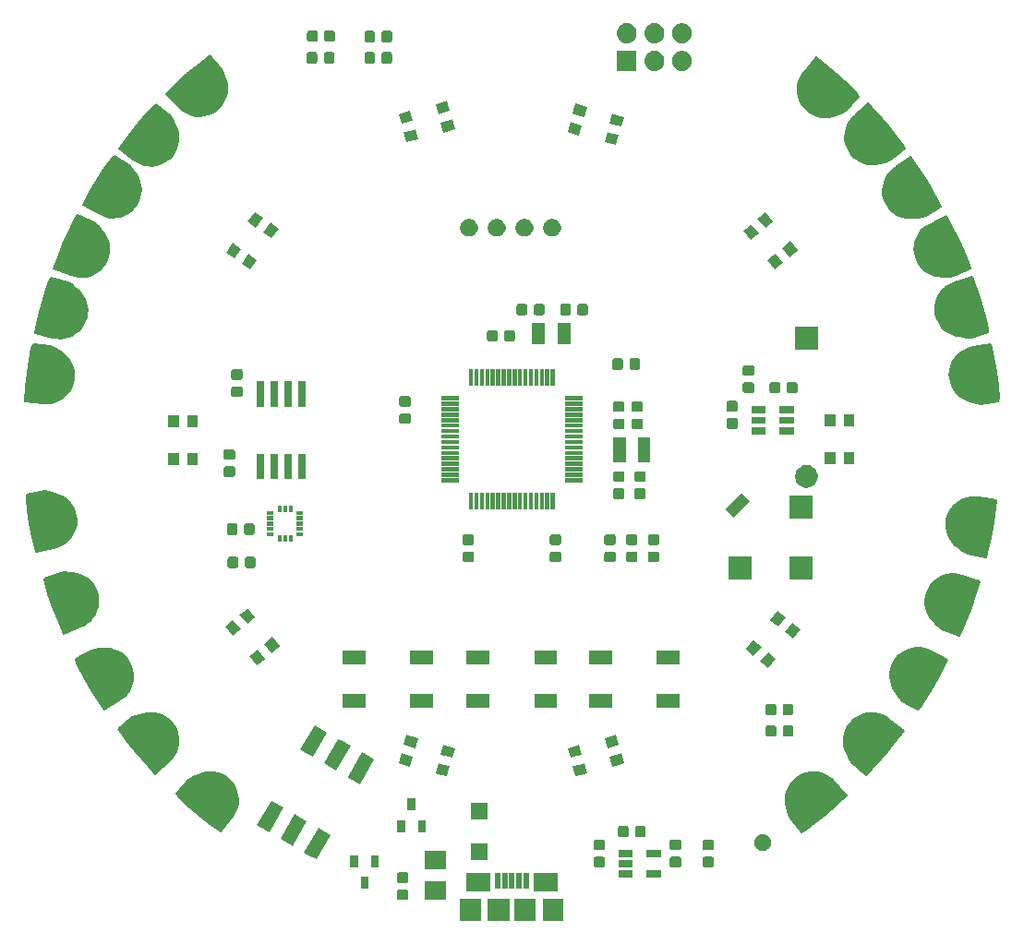
<source format=gts>
G04 #@! TF.GenerationSoftware,KiCad,Pcbnew,(5.1.4-0-10_14)*
G04 #@! TF.CreationDate,2019-09-22T18:05:18-05:00*
G04 #@! TF.ProjectId,CircuitPythonBadge v1_2,43697263-7569-4745-9079-74686f6e4261,rev?*
G04 #@! TF.SameCoordinates,Original*
G04 #@! TF.FileFunction,Soldermask,Top*
G04 #@! TF.FilePolarity,Negative*
%FSLAX46Y46*%
G04 Gerber Fmt 4.6, Leading zero omitted, Abs format (unit mm)*
G04 Created by KiCad (PCBNEW (5.1.4-0-10_14)) date 2019-09-22 18:05:18*
%MOMM*%
%LPD*%
G04 APERTURE LIST*
%ADD10C,0.127000*%
%ADD11C,0.100000*%
G04 APERTURE END LIST*
D10*
G36*
X55969465Y-91620365D02*
G01*
X55775190Y-92681558D01*
X55589853Y-93940899D01*
X55465332Y-95205147D01*
X55365846Y-96536446D01*
X57012278Y-96674625D01*
X57376196Y-96691159D01*
X57735911Y-96658554D01*
X58086690Y-96573671D01*
X58422873Y-96440932D01*
X58736896Y-96259408D01*
X59022788Y-96036045D01*
X59274888Y-95775264D01*
X59485014Y-95481180D01*
X59652547Y-95158835D01*
X59771206Y-94817693D01*
X59842894Y-94463106D01*
X59859118Y-94101710D01*
X59826513Y-93741995D01*
X59741939Y-93388695D01*
X59609200Y-93052512D01*
X59427677Y-92738489D01*
X59204313Y-92452597D01*
X58943533Y-92200497D01*
X58649449Y-91990371D01*
X58334577Y-91782810D01*
X58080300Y-91623635D01*
X57717617Y-91451150D01*
X56078924Y-91249943D01*
X55969465Y-91620365D01*
G37*
X55969465Y-91620365D02*
X55775190Y-92681558D01*
X55589853Y-93940899D01*
X55465332Y-95205147D01*
X55365846Y-96536446D01*
X57012278Y-96674625D01*
X57376196Y-96691159D01*
X57735911Y-96658554D01*
X58086690Y-96573671D01*
X58422873Y-96440932D01*
X58736896Y-96259408D01*
X59022788Y-96036045D01*
X59274888Y-95775264D01*
X59485014Y-95481180D01*
X59652547Y-95158835D01*
X59771206Y-94817693D01*
X59842894Y-94463106D01*
X59859118Y-94101710D01*
X59826513Y-93741995D01*
X59741939Y-93388695D01*
X59609200Y-93052512D01*
X59427677Y-92738489D01*
X59204313Y-92452597D01*
X58943533Y-92200497D01*
X58649449Y-91990371D01*
X58334577Y-91782810D01*
X58080300Y-91623635D01*
X57717617Y-91451150D01*
X56078924Y-91249943D01*
X55969465Y-91620365D01*
G36*
X69493998Y-132835523D02*
G01*
X70278180Y-133576424D01*
X71233410Y-134417746D01*
X72225879Y-135210737D01*
X73288216Y-136019250D01*
X74300815Y-134713694D01*
X74512885Y-134417492D01*
X74681455Y-134098052D01*
X74801314Y-133757633D01*
X74873087Y-133403391D01*
X74891878Y-133041165D01*
X74860258Y-132679743D01*
X74778853Y-132326283D01*
X74646656Y-131989887D01*
X74467559Y-131673820D01*
X74246080Y-131388505D01*
X73987742Y-131135261D01*
X73693486Y-130924823D01*
X73374046Y-130756253D01*
X73031681Y-130634762D01*
X72677440Y-130562988D01*
X72315213Y-130544197D01*
X71953791Y-130575817D01*
X71600331Y-130657223D01*
X71263935Y-130789419D01*
X70918369Y-130940448D01*
X70646384Y-131067009D01*
X70304194Y-131277238D01*
X69242952Y-132541977D01*
X69493998Y-132835523D01*
G37*
X69493998Y-132835523D02*
X70278180Y-133576424D01*
X71233410Y-134417746D01*
X72225879Y-135210737D01*
X73288216Y-136019250D01*
X74300815Y-134713694D01*
X74512885Y-134417492D01*
X74681455Y-134098052D01*
X74801314Y-133757633D01*
X74873087Y-133403391D01*
X74891878Y-133041165D01*
X74860258Y-132679743D01*
X74778853Y-132326283D01*
X74646656Y-131989887D01*
X74467559Y-131673820D01*
X74246080Y-131388505D01*
X73987742Y-131135261D01*
X73693486Y-130924823D01*
X73374046Y-130756253D01*
X73031681Y-130634762D01*
X72677440Y-130562988D01*
X72315213Y-130544197D01*
X71953791Y-130575817D01*
X71600331Y-130657223D01*
X71263935Y-130789419D01*
X70918369Y-130940448D01*
X70646384Y-131067009D01*
X70304194Y-131277238D01*
X69242952Y-132541977D01*
X69493998Y-132835523D01*
G36*
X143629941Y-89804214D02*
G01*
X143375794Y-88755746D01*
X143032888Y-87529899D01*
X142632427Y-86324303D01*
X142181824Y-85067636D01*
X140621531Y-85611067D01*
X140282351Y-85743982D01*
X139966996Y-85920077D01*
X139681069Y-86140297D01*
X139427940Y-86398298D01*
X139214899Y-86691852D01*
X139044573Y-87012188D01*
X138920337Y-87352961D01*
X138847992Y-87707086D01*
X138826053Y-88069705D01*
X138856407Y-88429617D01*
X138935141Y-88782706D01*
X139067313Y-89119457D01*
X139243408Y-89434811D01*
X139464370Y-89723168D01*
X139722371Y-89976296D01*
X140015925Y-90189338D01*
X140336261Y-90359663D01*
X140677034Y-90483899D01*
X141031159Y-90556244D01*
X141403231Y-90617790D01*
X141700267Y-90659780D01*
X142101751Y-90669837D01*
X143680610Y-90187132D01*
X143629941Y-89804214D01*
G37*
X143629941Y-89804214D02*
X143375794Y-88755746D01*
X143032888Y-87529899D01*
X142632427Y-86324303D01*
X142181824Y-85067636D01*
X140621531Y-85611067D01*
X140282351Y-85743982D01*
X139966996Y-85920077D01*
X139681069Y-86140297D01*
X139427940Y-86398298D01*
X139214899Y-86691852D01*
X139044573Y-87012188D01*
X138920337Y-87352961D01*
X138847992Y-87707086D01*
X138826053Y-88069705D01*
X138856407Y-88429617D01*
X138935141Y-88782706D01*
X139067313Y-89119457D01*
X139243408Y-89434811D01*
X139464370Y-89723168D01*
X139722371Y-89976296D01*
X140015925Y-90189338D01*
X140336261Y-90359663D01*
X140677034Y-90483899D01*
X141031159Y-90556244D01*
X141403231Y-90617790D01*
X141700267Y-90659780D01*
X142101751Y-90669837D01*
X143680610Y-90187132D01*
X143629941Y-89804214D01*
G36*
X57554644Y-85504657D02*
G01*
X57214570Y-86528485D01*
X56855771Y-87749776D01*
X56556512Y-88984390D01*
X56272713Y-90288888D01*
X57883892Y-90654861D01*
X58241967Y-90721882D01*
X58602718Y-90739657D01*
X58961897Y-90704419D01*
X59313282Y-90619759D01*
X59649512Y-90483706D01*
X59963708Y-90302304D01*
X60249649Y-90079147D01*
X60498658Y-89817169D01*
X60709423Y-89521277D01*
X60874405Y-89199969D01*
X60994744Y-88858810D01*
X61061106Y-88503189D01*
X61078882Y-88142437D01*
X61044301Y-87780804D01*
X60959641Y-87429420D01*
X60823588Y-87093190D01*
X60642187Y-86778994D01*
X60419030Y-86493053D01*
X60157051Y-86244044D01*
X59874131Y-85994681D01*
X59644481Y-85801667D01*
X59309334Y-85580384D01*
X57714590Y-85153074D01*
X57554644Y-85504657D01*
G37*
X57554644Y-85504657D02*
X57214570Y-86528485D01*
X56855771Y-87749776D01*
X56556512Y-88984390D01*
X56272713Y-90288888D01*
X57883892Y-90654861D01*
X58241967Y-90721882D01*
X58602718Y-90739657D01*
X58961897Y-90704419D01*
X59313282Y-90619759D01*
X59649512Y-90483706D01*
X59963708Y-90302304D01*
X60249649Y-90079147D01*
X60498658Y-89817169D01*
X60709423Y-89521277D01*
X60874405Y-89199969D01*
X60994744Y-88858810D01*
X61061106Y-88503189D01*
X61078882Y-88142437D01*
X61044301Y-87780804D01*
X60959641Y-87429420D01*
X60823588Y-87093190D01*
X60642187Y-86778994D01*
X60419030Y-86493053D01*
X60157051Y-86244044D01*
X59874131Y-85994681D01*
X59644481Y-85801667D01*
X59309334Y-85580384D01*
X57714590Y-85153074D01*
X57554644Y-85504657D01*
G36*
X59940340Y-79759517D02*
G01*
X59461087Y-80726052D01*
X58935809Y-81885522D01*
X58467637Y-83066473D01*
X58005049Y-84318777D01*
X59549614Y-84905422D01*
X59894877Y-85021625D01*
X60249644Y-85089434D01*
X60610232Y-85104527D01*
X60969979Y-85069594D01*
X61321872Y-84981659D01*
X61658256Y-84845751D01*
X61972472Y-84664561D01*
X62255518Y-84439788D01*
X62505412Y-84176107D01*
X62713506Y-83880888D01*
X62880154Y-83559797D01*
X62995364Y-83216872D01*
X63063173Y-82862105D01*
X63079258Y-82499179D01*
X63044325Y-82139432D01*
X62956390Y-81787539D01*
X62820482Y-81451155D01*
X62639292Y-81136940D01*
X62414519Y-80853893D01*
X62169056Y-80567583D01*
X61968504Y-80344486D01*
X61667415Y-80078713D01*
X60147661Y-79433616D01*
X59940340Y-79759517D01*
G37*
X59940340Y-79759517D02*
X59461087Y-80726052D01*
X58935809Y-81885522D01*
X58467637Y-83066473D01*
X58005049Y-84318777D01*
X59549614Y-84905422D01*
X59894877Y-85021625D01*
X60249644Y-85089434D01*
X60610232Y-85104527D01*
X60969979Y-85069594D01*
X61321872Y-84981659D01*
X61658256Y-84845751D01*
X61972472Y-84664561D01*
X62255518Y-84439788D01*
X62505412Y-84176107D01*
X62713506Y-83880888D01*
X62880154Y-83559797D01*
X62995364Y-83216872D01*
X63063173Y-82862105D01*
X63079258Y-82499179D01*
X63044325Y-82139432D01*
X62956390Y-81787539D01*
X62820482Y-81451155D01*
X62639292Y-81136940D01*
X62414519Y-80853893D01*
X62169056Y-80567583D01*
X61968504Y-80344486D01*
X61667415Y-80078713D01*
X60147661Y-79433616D01*
X59940340Y-79759517D01*
G36*
X63291003Y-74261516D02*
G01*
X62666450Y-75141180D01*
X61966258Y-76204203D01*
X61319109Y-77297376D01*
X60666313Y-78461898D01*
X62100090Y-79282944D01*
X62422924Y-79451727D01*
X62762716Y-79574199D01*
X63116503Y-79645514D01*
X63477286Y-79667288D01*
X63838603Y-79635484D01*
X64192106Y-79553872D01*
X64530797Y-79424066D01*
X64845522Y-79246339D01*
X65133587Y-79024997D01*
X65385302Y-78765965D01*
X65600127Y-78474897D01*
X65767564Y-78154217D01*
X65890036Y-77814425D01*
X65962697Y-77458484D01*
X65984472Y-77097701D01*
X65952668Y-76736384D01*
X65871055Y-76382881D01*
X65741250Y-76044190D01*
X65563522Y-75729465D01*
X65365870Y-75408281D01*
X65202687Y-75156558D01*
X64946881Y-74846956D01*
X63546753Y-73972060D01*
X63291003Y-74261516D01*
G37*
X63291003Y-74261516D02*
X62666450Y-75141180D01*
X61966258Y-76204203D01*
X61319109Y-77297376D01*
X60666313Y-78461898D01*
X62100090Y-79282944D01*
X62422924Y-79451727D01*
X62762716Y-79574199D01*
X63116503Y-79645514D01*
X63477286Y-79667288D01*
X63838603Y-79635484D01*
X64192106Y-79553872D01*
X64530797Y-79424066D01*
X64845522Y-79246339D01*
X65133587Y-79024997D01*
X65385302Y-78765965D01*
X65600127Y-78474897D01*
X65767564Y-78154217D01*
X65890036Y-77814425D01*
X65962697Y-77458484D01*
X65984472Y-77097701D01*
X65952668Y-76736384D01*
X65871055Y-76382881D01*
X65741250Y-76044190D01*
X65563522Y-75729465D01*
X65365870Y-75408281D01*
X65202687Y-75156558D01*
X64946881Y-74846956D01*
X63546753Y-73972060D01*
X63291003Y-74261516D01*
G36*
X67093838Y-69502122D02*
G01*
X66366736Y-70299115D01*
X65542213Y-71268883D01*
X64766664Y-72275040D01*
X63976814Y-73351326D01*
X65299843Y-74340985D01*
X65599702Y-74547853D01*
X65922035Y-74710823D01*
X66264494Y-74824722D01*
X66619934Y-74890303D01*
X66982433Y-74902769D01*
X67343248Y-74864846D01*
X67695234Y-74777284D01*
X68029272Y-74639236D01*
X68342165Y-74454651D01*
X68623571Y-74228226D01*
X68872268Y-73965508D01*
X69077538Y-73667624D01*
X69240507Y-73345290D01*
X69356005Y-73000857D01*
X69421586Y-72645417D01*
X69434052Y-72282918D01*
X69396129Y-71922103D01*
X69308567Y-71570117D01*
X69170519Y-71236080D01*
X69013483Y-70893202D01*
X68882194Y-70623468D01*
X68666025Y-70284999D01*
X67382957Y-69245991D01*
X67093838Y-69502122D01*
G37*
X67093838Y-69502122D02*
X66366736Y-70299115D01*
X65542213Y-71268883D01*
X64766664Y-72275040D01*
X63976814Y-73351326D01*
X65299843Y-74340985D01*
X65599702Y-74547853D01*
X65922035Y-74710823D01*
X66264494Y-74824722D01*
X66619934Y-74890303D01*
X66982433Y-74902769D01*
X67343248Y-74864846D01*
X67695234Y-74777284D01*
X68029272Y-74639236D01*
X68342165Y-74454651D01*
X68623571Y-74228226D01*
X68872268Y-73965508D01*
X69077538Y-73667624D01*
X69240507Y-73345290D01*
X69356005Y-73000857D01*
X69421586Y-72645417D01*
X69434052Y-72282918D01*
X69396129Y-71922103D01*
X69308567Y-71570117D01*
X69170519Y-71236080D01*
X69013483Y-70893202D01*
X68882194Y-70623468D01*
X68666025Y-70284999D01*
X67382957Y-69245991D01*
X67093838Y-69502122D01*
G36*
X71992927Y-65011790D02*
G01*
X71150100Y-65685227D01*
X70184023Y-66514071D01*
X69260625Y-67386518D01*
X68312131Y-68325994D01*
X69464055Y-69510436D01*
X69727860Y-69761666D01*
X70020731Y-69973053D01*
X70341156Y-70139122D01*
X70681961Y-70259498D01*
X71038047Y-70328518D01*
X71400352Y-70347506D01*
X71761702Y-70316085D01*
X72113223Y-70231992D01*
X72451139Y-70098626D01*
X72764502Y-69919011D01*
X73051235Y-69698432D01*
X73300577Y-69436327D01*
X73511964Y-69143456D01*
X73679921Y-68821331D01*
X73800297Y-68480526D01*
X73869317Y-68124440D01*
X73888305Y-67762135D01*
X73856884Y-67400785D01*
X73772791Y-67049264D01*
X73671326Y-66686042D01*
X73583849Y-66399091D01*
X73423290Y-66030973D01*
X72318555Y-64804041D01*
X71992927Y-65011790D01*
G37*
X71992927Y-65011790D02*
X71150100Y-65685227D01*
X70184023Y-66514071D01*
X69260625Y-67386518D01*
X68312131Y-68325994D01*
X69464055Y-69510436D01*
X69727860Y-69761666D01*
X70020731Y-69973053D01*
X70341156Y-70139122D01*
X70681961Y-70259498D01*
X71038047Y-70328518D01*
X71400352Y-70347506D01*
X71761702Y-70316085D01*
X72113223Y-70231992D01*
X72451139Y-70098626D01*
X72764502Y-69919011D01*
X73051235Y-69698432D01*
X73300577Y-69436327D01*
X73511964Y-69143456D01*
X73679921Y-68821331D01*
X73800297Y-68480526D01*
X73869317Y-68124440D01*
X73888305Y-67762135D01*
X73856884Y-67400785D01*
X73772791Y-67049264D01*
X73671326Y-66686042D01*
X73583849Y-66399091D01*
X73423290Y-66030973D01*
X72318555Y-64804041D01*
X71992927Y-65011790D01*
G36*
X141206243Y-117676539D02*
G01*
X141634255Y-116686246D01*
X142098132Y-115500874D01*
X142503855Y-114297040D01*
X142900269Y-113022241D01*
X141327118Y-112517237D01*
X140976247Y-112419263D01*
X140618417Y-112370114D01*
X140257533Y-112373914D01*
X139900107Y-112427626D01*
X139553299Y-112533857D01*
X139224488Y-112687184D01*
X138920187Y-112884571D01*
X138649291Y-113123849D01*
X138413541Y-113400247D01*
X138221182Y-113705952D01*
X138071567Y-114035325D01*
X137974463Y-114383809D01*
X137925314Y-114741639D01*
X137928245Y-115104909D01*
X137981957Y-115462335D01*
X138088188Y-115809144D01*
X138241515Y-116137954D01*
X138438901Y-116442256D01*
X138678180Y-116713151D01*
X138938291Y-116986222D01*
X139150244Y-117198518D01*
X139464830Y-117448168D01*
X141016263Y-118012844D01*
X141206243Y-117676539D01*
G37*
X141206243Y-117676539D02*
X141634255Y-116686246D01*
X142098132Y-115500874D01*
X142503855Y-114297040D01*
X142900269Y-113022241D01*
X141327118Y-112517237D01*
X140976247Y-112419263D01*
X140618417Y-112370114D01*
X140257533Y-112373914D01*
X139900107Y-112427626D01*
X139553299Y-112533857D01*
X139224488Y-112687184D01*
X138920187Y-112884571D01*
X138649291Y-113123849D01*
X138413541Y-113400247D01*
X138221182Y-113705952D01*
X138071567Y-114035325D01*
X137974463Y-114383809D01*
X137925314Y-114741639D01*
X137928245Y-115104909D01*
X137981957Y-115462335D01*
X138088188Y-115809144D01*
X138241515Y-116137954D01*
X138438901Y-116442256D01*
X138678180Y-116713151D01*
X138938291Y-116986222D01*
X139150244Y-117198518D01*
X139464830Y-117448168D01*
X141016263Y-118012844D01*
X141206243Y-117676539D01*
G36*
X143593425Y-110454872D02*
G01*
X143842973Y-109405300D01*
X144093964Y-108157386D01*
X144284480Y-106901387D01*
X144453505Y-105577119D01*
X142816560Y-105352962D01*
X142454007Y-105317405D01*
X142093079Y-105331139D01*
X141738338Y-105397547D01*
X141395669Y-105512510D01*
X141072576Y-105677350D01*
X140775386Y-105885445D01*
X140509983Y-106132674D01*
X140284753Y-106415358D01*
X140100580Y-106728494D01*
X139964229Y-107062958D01*
X139874082Y-107413307D01*
X139838967Y-107773359D01*
X139852701Y-108134287D01*
X139918668Y-108491530D01*
X140033631Y-108834199D01*
X140198471Y-109157291D01*
X140406566Y-109454482D01*
X140653795Y-109719885D01*
X140936479Y-109945114D01*
X141240056Y-110168869D01*
X141485654Y-110341134D01*
X141838812Y-110532364D01*
X143464730Y-110819057D01*
X143593425Y-110454872D01*
G37*
X143593425Y-110454872D02*
X143842973Y-109405300D01*
X144093964Y-108157386D01*
X144284480Y-106901387D01*
X144453505Y-105577119D01*
X142816560Y-105352962D01*
X142454007Y-105317405D01*
X142093079Y-105331139D01*
X141738338Y-105397547D01*
X141395669Y-105512510D01*
X141072576Y-105677350D01*
X140775386Y-105885445D01*
X140509983Y-106132674D01*
X140284753Y-106415358D01*
X140100580Y-106728494D01*
X139964229Y-107062958D01*
X139874082Y-107413307D01*
X139838967Y-107773359D01*
X139852701Y-108134287D01*
X139918668Y-108491530D01*
X140033631Y-108834199D01*
X140198471Y-109157291D01*
X140406566Y-109454482D01*
X140653795Y-109719885D01*
X140936479Y-109945114D01*
X141240056Y-110168869D01*
X141485654Y-110341134D01*
X141838812Y-110532364D01*
X143464730Y-110819057D01*
X143593425Y-110454872D01*
G36*
X137484955Y-124550727D02*
G01*
X138078427Y-123649802D01*
X138741094Y-122562990D01*
X139349697Y-121447898D01*
X139961455Y-120261303D01*
X138499897Y-119490795D01*
X138171369Y-119333382D01*
X137827510Y-119222843D01*
X137471449Y-119163919D01*
X137110126Y-119154748D01*
X136750140Y-119199143D01*
X136399700Y-119293043D01*
X136065745Y-119434590D01*
X135757415Y-119623193D01*
X135477250Y-119854453D01*
X135234729Y-120122112D01*
X135030192Y-120420500D01*
X134874049Y-120746828D01*
X134763510Y-121090687D01*
X134703315Y-121448947D01*
X134694145Y-121810270D01*
X134738540Y-122170257D01*
X134832440Y-122520697D01*
X134973986Y-122854652D01*
X135162589Y-123162981D01*
X135371330Y-123477072D01*
X135543198Y-123722947D01*
X135809654Y-124023432D01*
X137239462Y-124848932D01*
X137484955Y-124550727D01*
G37*
X137484955Y-124550727D02*
X138078427Y-123649802D01*
X138741094Y-122562990D01*
X139349697Y-121447898D01*
X139961455Y-120261303D01*
X138499897Y-119490795D01*
X138171369Y-119333382D01*
X137827510Y-119222843D01*
X137471449Y-119163919D01*
X137110126Y-119154748D01*
X136750140Y-119199143D01*
X136399700Y-119293043D01*
X136065745Y-119434590D01*
X135757415Y-119623193D01*
X135477250Y-119854453D01*
X135234729Y-120122112D01*
X135030192Y-120420500D01*
X134874049Y-120746828D01*
X134763510Y-121090687D01*
X134703315Y-121448947D01*
X134694145Y-121810270D01*
X134738540Y-122170257D01*
X134832440Y-122520697D01*
X134973986Y-122854652D01*
X135162589Y-123162981D01*
X135371330Y-123477072D01*
X135543198Y-123722947D01*
X135809654Y-124023432D01*
X137239462Y-124848932D01*
X137484955Y-124550727D01*
G36*
X64133218Y-126905859D02*
G01*
X64776830Y-127771675D01*
X65571454Y-128766090D01*
X66411144Y-129719374D01*
X67316945Y-130700077D01*
X68540867Y-129590191D01*
X68801150Y-129335314D01*
X69022629Y-129049999D01*
X69199781Y-128735565D01*
X69331977Y-128399169D01*
X69413383Y-128045709D01*
X69445003Y-127684287D01*
X69426212Y-127322060D01*
X69354438Y-126967819D01*
X69232947Y-126625454D01*
X69064377Y-126306014D01*
X68853939Y-126011758D01*
X68600695Y-125753420D01*
X68315380Y-125531941D01*
X67999313Y-125352844D01*
X67662917Y-125220647D01*
X67309457Y-125139242D01*
X66948035Y-125107622D01*
X66585809Y-125126413D01*
X66231567Y-125198186D01*
X65865025Y-125286913D01*
X65575196Y-125364322D01*
X65201699Y-125511937D01*
X63936959Y-126573179D01*
X64133218Y-126905859D01*
G37*
X64133218Y-126905859D02*
X64776830Y-127771675D01*
X65571454Y-128766090D01*
X66411144Y-129719374D01*
X67316945Y-130700077D01*
X68540867Y-129590191D01*
X68801150Y-129335314D01*
X69022629Y-129049999D01*
X69199781Y-128735565D01*
X69331977Y-128399169D01*
X69413383Y-128045709D01*
X69445003Y-127684287D01*
X69426212Y-127322060D01*
X69354438Y-126967819D01*
X69232947Y-126625454D01*
X69064377Y-126306014D01*
X68853939Y-126011758D01*
X68600695Y-125753420D01*
X68315380Y-125531941D01*
X67999313Y-125352844D01*
X67662917Y-125220647D01*
X67309457Y-125139242D01*
X66948035Y-125107622D01*
X66585809Y-125126413D01*
X66231567Y-125198186D01*
X65865025Y-125286913D01*
X65575196Y-125364322D01*
X65201699Y-125511937D01*
X63936959Y-126573179D01*
X64133218Y-126905859D01*
G36*
X60125545Y-120535273D02*
G01*
X60609033Y-121499698D01*
X61218906Y-122616990D01*
X61880303Y-123701602D01*
X62602045Y-124824697D01*
X64000103Y-123944205D01*
X64300691Y-123738398D01*
X64568350Y-123495877D01*
X64797411Y-123216981D01*
X64986014Y-122908652D01*
X65127560Y-122574697D01*
X65221460Y-122224257D01*
X65265855Y-121864270D01*
X65256685Y-121502947D01*
X65196490Y-121144687D01*
X65085951Y-120800828D01*
X64929808Y-120474500D01*
X64725271Y-120176112D01*
X64482750Y-119908453D01*
X64202585Y-119677193D01*
X63894255Y-119488590D01*
X63560300Y-119347043D01*
X63209860Y-119253143D01*
X62849874Y-119208748D01*
X62488551Y-119217919D01*
X62112170Y-119241648D01*
X61813302Y-119267553D01*
X61419846Y-119348068D01*
X59990038Y-120173568D01*
X60125545Y-120535273D01*
G37*
X60125545Y-120535273D02*
X60609033Y-121499698D01*
X61218906Y-122616990D01*
X61880303Y-123701602D01*
X62602045Y-124824697D01*
X64000103Y-123944205D01*
X64300691Y-123738398D01*
X64568350Y-123495877D01*
X64797411Y-123216981D01*
X64986014Y-122908652D01*
X65127560Y-122574697D01*
X65221460Y-122224257D01*
X65265855Y-121864270D01*
X65256685Y-121502947D01*
X65196490Y-121144687D01*
X65085951Y-120800828D01*
X64929808Y-120474500D01*
X64725271Y-120176112D01*
X64482750Y-119908453D01*
X64202585Y-119677193D01*
X63894255Y-119488590D01*
X63560300Y-119347043D01*
X63209860Y-119253143D01*
X62849874Y-119208748D01*
X62488551Y-119217919D01*
X62112170Y-119241648D01*
X61813302Y-119267553D01*
X61419846Y-119348068D01*
X59990038Y-120173568D01*
X60125545Y-120535273D01*
G36*
X57187004Y-113186923D02*
G01*
X57495676Y-114220653D01*
X57902268Y-115426874D01*
X58365276Y-116609859D01*
X58881030Y-117841221D01*
X60410744Y-117216875D01*
X60742504Y-117066392D01*
X61048209Y-116874033D01*
X61322220Y-116639151D01*
X61561499Y-116368256D01*
X61758885Y-116063954D01*
X61912212Y-115735144D01*
X62018443Y-115388335D01*
X62072155Y-115030909D01*
X62075086Y-114667639D01*
X62025937Y-114309809D01*
X61928833Y-113961325D01*
X61779218Y-113631952D01*
X61586859Y-113326247D01*
X61351109Y-113049849D01*
X61080213Y-112810571D01*
X60775912Y-112613184D01*
X60447101Y-112459857D01*
X60100293Y-112353626D01*
X59742867Y-112299914D01*
X59368083Y-112257925D01*
X59069257Y-112231538D01*
X58667798Y-112242507D01*
X57116365Y-112807182D01*
X57187004Y-113186923D01*
G37*
X57187004Y-113186923D02*
X57495676Y-114220653D01*
X57902268Y-115426874D01*
X58365276Y-116609859D01*
X58881030Y-117841221D01*
X60410744Y-117216875D01*
X60742504Y-117066392D01*
X61048209Y-116874033D01*
X61322220Y-116639151D01*
X61561499Y-116368256D01*
X61758885Y-116063954D01*
X61912212Y-115735144D01*
X62018443Y-115388335D01*
X62072155Y-115030909D01*
X62075086Y-114667639D01*
X62025937Y-114309809D01*
X61928833Y-113961325D01*
X61779218Y-113631952D01*
X61586859Y-113326247D01*
X61351109Y-113049849D01*
X61080213Y-112810571D01*
X60775912Y-112613184D01*
X60447101Y-112459857D01*
X60100293Y-112353626D01*
X59742867Y-112299914D01*
X59368083Y-112257925D01*
X59069257Y-112231538D01*
X58667798Y-112242507D01*
X57116365Y-112807182D01*
X57187004Y-113186923D01*
G36*
X55498602Y-105439261D02*
G01*
X55623079Y-106510886D01*
X55814036Y-107769386D01*
X56064586Y-109014799D01*
X56358681Y-110317013D01*
X57973572Y-109967785D01*
X58326422Y-109877197D01*
X58660887Y-109740846D01*
X58971521Y-109557114D01*
X59254205Y-109331885D01*
X59501434Y-109066482D01*
X59709529Y-108769291D01*
X59874369Y-108446199D01*
X59989332Y-108103530D01*
X60055299Y-107746287D01*
X60069033Y-107385359D01*
X60033918Y-107025307D01*
X59943771Y-106674958D01*
X59807420Y-106340494D01*
X59623247Y-106027358D01*
X59398017Y-105744674D01*
X59132614Y-105497445D01*
X58835424Y-105289350D01*
X58512331Y-105124510D01*
X58169662Y-105009547D01*
X57807864Y-104903116D01*
X57518160Y-104825240D01*
X57120895Y-104766329D01*
X55494977Y-105053022D01*
X55498602Y-105439261D01*
G37*
X55498602Y-105439261D02*
X55623079Y-106510886D01*
X55814036Y-107769386D01*
X56064586Y-109014799D01*
X56358681Y-110317013D01*
X57973572Y-109967785D01*
X58326422Y-109877197D01*
X58660887Y-109740846D01*
X58971521Y-109557114D01*
X59254205Y-109331885D01*
X59501434Y-109066482D01*
X59709529Y-108769291D01*
X59874369Y-108446199D01*
X59989332Y-108103530D01*
X60055299Y-107746287D01*
X60069033Y-107385359D01*
X60033918Y-107025307D01*
X59943771Y-106674958D01*
X59807420Y-106340494D01*
X59623247Y-106027358D01*
X59398017Y-105744674D01*
X59132614Y-105497445D01*
X58835424Y-105289350D01*
X58512331Y-105124510D01*
X58169662Y-105009547D01*
X57807864Y-104903116D01*
X57518160Y-104825240D01*
X57120895Y-104766329D01*
X55494977Y-105053022D01*
X55498602Y-105439261D01*
G36*
X139209087Y-78300494D02*
G01*
X138692237Y-77353530D01*
X138043742Y-76258203D01*
X137344896Y-75197334D01*
X136584397Y-74100112D01*
X135217920Y-75028860D01*
X134924698Y-75245031D01*
X134665666Y-75496746D01*
X134446478Y-75783465D01*
X134268750Y-76098190D01*
X134138945Y-76436881D01*
X134057332Y-76790384D01*
X134025528Y-77151701D01*
X134047303Y-77512484D01*
X134119964Y-77868425D01*
X134242436Y-78208217D01*
X134409873Y-78528897D01*
X134624698Y-78819965D01*
X134876413Y-79078997D01*
X135164478Y-79300339D01*
X135479203Y-79478066D01*
X135817894Y-79607872D01*
X136171397Y-79689484D01*
X136532714Y-79721288D01*
X136893497Y-79699514D01*
X137268820Y-79662663D01*
X137566602Y-79626344D01*
X137957008Y-79532147D01*
X139357136Y-78657250D01*
X139209087Y-78300494D01*
G37*
X139209087Y-78300494D02*
X138692237Y-77353530D01*
X138043742Y-76258203D01*
X137344896Y-75197334D01*
X136584397Y-74100112D01*
X135217920Y-75028860D01*
X134924698Y-75245031D01*
X134665666Y-75496746D01*
X134446478Y-75783465D01*
X134268750Y-76098190D01*
X134138945Y-76436881D01*
X134057332Y-76790384D01*
X134025528Y-77151701D01*
X134047303Y-77512484D01*
X134119964Y-77868425D01*
X134242436Y-78208217D01*
X134409873Y-78528897D01*
X134624698Y-78819965D01*
X134876413Y-79078997D01*
X135164478Y-79300339D01*
X135479203Y-79478066D01*
X135817894Y-79607872D01*
X136171397Y-79689484D01*
X136532714Y-79721288D01*
X136893497Y-79699514D01*
X137268820Y-79662663D01*
X137566602Y-79626344D01*
X137957008Y-79532147D01*
X139357136Y-78657250D01*
X139209087Y-78300494D01*
G36*
X135866982Y-72993641D02*
G01*
X135223370Y-72127825D01*
X134428746Y-71133410D01*
X133589056Y-70180126D01*
X132683255Y-69199423D01*
X131459333Y-70309309D01*
X131199050Y-70564186D01*
X130977571Y-70849501D01*
X130800419Y-71163935D01*
X130668223Y-71500331D01*
X130586817Y-71853791D01*
X130555197Y-72215213D01*
X130573988Y-72577440D01*
X130645762Y-72931681D01*
X130767253Y-73274046D01*
X130935823Y-73593486D01*
X131146261Y-73887742D01*
X131399505Y-74146080D01*
X131684820Y-74367559D01*
X132000887Y-74546656D01*
X132337283Y-74678853D01*
X132690743Y-74760258D01*
X133052165Y-74791878D01*
X133414391Y-74773087D01*
X133768633Y-74701314D01*
X134135175Y-74612587D01*
X134425004Y-74535178D01*
X134798501Y-74387563D01*
X136063241Y-73326321D01*
X135866982Y-72993641D01*
G37*
X135866982Y-72993641D02*
X135223370Y-72127825D01*
X134428746Y-71133410D01*
X133589056Y-70180126D01*
X132683255Y-69199423D01*
X131459333Y-70309309D01*
X131199050Y-70564186D01*
X130977571Y-70849501D01*
X130800419Y-71163935D01*
X130668223Y-71500331D01*
X130586817Y-71853791D01*
X130555197Y-72215213D01*
X130573988Y-72577440D01*
X130645762Y-72931681D01*
X130767253Y-73274046D01*
X130935823Y-73593486D01*
X131146261Y-73887742D01*
X131399505Y-74146080D01*
X131684820Y-74367559D01*
X132000887Y-74546656D01*
X132337283Y-74678853D01*
X132690743Y-74760258D01*
X133052165Y-74791878D01*
X133414391Y-74773087D01*
X133768633Y-74701314D01*
X134135175Y-74612587D01*
X134425004Y-74535178D01*
X134798501Y-74387563D01*
X136063241Y-73326321D01*
X135866982Y-72993641D01*
G36*
X144642268Y-96173135D02*
G01*
X144555266Y-95097819D01*
X144408346Y-93833421D01*
X144201413Y-92580022D01*
X143952944Y-91268337D01*
X142326849Y-91560994D01*
X141971052Y-91639213D01*
X141632033Y-91763808D01*
X141315176Y-91936587D01*
X141024803Y-92151814D01*
X140768462Y-92408427D01*
X140550122Y-92698174D01*
X140374107Y-93015317D01*
X140247256Y-93353765D01*
X140168861Y-93708487D01*
X140142539Y-94068716D01*
X140165067Y-94429775D01*
X140242932Y-94783056D01*
X140367527Y-95122075D01*
X140540660Y-95441448D01*
X140755887Y-95731820D01*
X141012500Y-95988161D01*
X141302247Y-96206501D01*
X141619390Y-96382516D01*
X141957838Y-96509368D01*
X142315701Y-96628361D01*
X142602511Y-96716300D01*
X142997478Y-96789040D01*
X144632411Y-96559265D01*
X144642268Y-96173135D01*
G37*
X144642268Y-96173135D02*
X144555266Y-95097819D01*
X144408346Y-93833421D01*
X144201413Y-92580022D01*
X143952944Y-91268337D01*
X142326849Y-91560994D01*
X141971052Y-91639213D01*
X141632033Y-91763808D01*
X141315176Y-91936587D01*
X141024803Y-92151814D01*
X140768462Y-92408427D01*
X140550122Y-92698174D01*
X140374107Y-93015317D01*
X140247256Y-93353765D01*
X140168861Y-93708487D01*
X140142539Y-94068716D01*
X140165067Y-94429775D01*
X140242932Y-94783056D01*
X140367527Y-95122075D01*
X140540660Y-95441448D01*
X140755887Y-95731820D01*
X141012500Y-95988161D01*
X141302247Y-96206501D01*
X141619390Y-96382516D01*
X141957838Y-96509368D01*
X142315701Y-96628361D01*
X142602511Y-96716300D01*
X142997478Y-96789040D01*
X144632411Y-96559265D01*
X144642268Y-96173135D01*
G36*
X131605611Y-68262035D02*
G01*
X130847763Y-67494218D01*
X129922477Y-66620071D01*
X128958288Y-65792927D01*
X127924814Y-64947831D01*
X126867269Y-66217253D01*
X126644991Y-66505873D01*
X126465375Y-66819236D01*
X126333709Y-67155264D01*
X126249616Y-67506785D01*
X126218195Y-67868135D01*
X126237183Y-68230440D01*
X126306203Y-68586526D01*
X126426579Y-68927331D01*
X126594536Y-69249456D01*
X126805923Y-69542327D01*
X127055265Y-69804432D01*
X127341998Y-70025011D01*
X127655361Y-70204626D01*
X127993277Y-70337992D01*
X128344798Y-70422085D01*
X128706148Y-70453506D01*
X129068453Y-70434518D01*
X129424539Y-70365498D01*
X129765344Y-70245122D01*
X130115970Y-70106246D01*
X130392206Y-69989254D01*
X130741524Y-69791095D01*
X131846259Y-68564163D01*
X131605611Y-68262035D01*
G37*
X131605611Y-68262035D02*
X130847763Y-67494218D01*
X129922477Y-66620071D01*
X128958288Y-65792927D01*
X127924814Y-64947831D01*
X126867269Y-66217253D01*
X126644991Y-66505873D01*
X126465375Y-66819236D01*
X126333709Y-67155264D01*
X126249616Y-67506785D01*
X126218195Y-67868135D01*
X126237183Y-68230440D01*
X126306203Y-68586526D01*
X126426579Y-68927331D01*
X126594536Y-69249456D01*
X126805923Y-69542327D01*
X127055265Y-69804432D01*
X127341998Y-70025011D01*
X127655361Y-70204626D01*
X127993277Y-70337992D01*
X128344798Y-70422085D01*
X128706148Y-70453506D01*
X129068453Y-70434518D01*
X129424539Y-70365498D01*
X129765344Y-70245122D01*
X130115970Y-70106246D01*
X130392206Y-69989254D01*
X130741524Y-69791095D01*
X131846259Y-68564163D01*
X131605611Y-68262035D01*
G36*
X141934963Y-83970620D02*
G01*
X141537371Y-82967726D01*
X141027197Y-81801532D01*
X140462847Y-80663402D01*
X139841735Y-79481677D01*
X138372257Y-80236971D01*
X138054876Y-80415796D01*
X137767099Y-80634066D01*
X137514602Y-80891936D01*
X137299844Y-81182655D01*
X137129730Y-81503002D01*
X137005645Y-81843925D01*
X136930044Y-82198672D01*
X136907688Y-82559420D01*
X136936429Y-82921563D01*
X137016578Y-83273748D01*
X137143686Y-83612443D01*
X137321438Y-83927522D01*
X137539708Y-84215299D01*
X137798652Y-84470098D01*
X138089371Y-84684856D01*
X138409718Y-84854970D01*
X138750640Y-84979055D01*
X139105388Y-85054656D01*
X139466135Y-85077012D01*
X139843152Y-85086177D01*
X140143140Y-85086419D01*
X140542116Y-85040502D01*
X142038430Y-84342759D01*
X141934963Y-83970620D01*
G37*
X141934963Y-83970620D02*
X141537371Y-82967726D01*
X141027197Y-81801532D01*
X140462847Y-80663402D01*
X139841735Y-79481677D01*
X138372257Y-80236971D01*
X138054876Y-80415796D01*
X137767099Y-80634066D01*
X137514602Y-80891936D01*
X137299844Y-81182655D01*
X137129730Y-81503002D01*
X137005645Y-81843925D01*
X136930044Y-82198672D01*
X136907688Y-82559420D01*
X136936429Y-82921563D01*
X137016578Y-83273748D01*
X137143686Y-83612443D01*
X137321438Y-83927522D01*
X137539708Y-84215299D01*
X137798652Y-84470098D01*
X138089371Y-84684856D01*
X138409718Y-84854970D01*
X138750640Y-84979055D01*
X139105388Y-85054656D01*
X139466135Y-85077012D01*
X139843152Y-85086177D01*
X140143140Y-85086419D01*
X140542116Y-85040502D01*
X142038430Y-84342759D01*
X141934963Y-83970620D01*
G36*
X126905859Y-135866982D02*
G01*
X127771675Y-135223370D01*
X128766090Y-134428746D01*
X129719374Y-133589056D01*
X130700077Y-132683255D01*
X129590191Y-131459333D01*
X129335314Y-131199050D01*
X129049999Y-130977571D01*
X128735565Y-130800419D01*
X128399169Y-130668223D01*
X128045709Y-130586817D01*
X127684287Y-130555197D01*
X127322060Y-130573988D01*
X126967819Y-130645762D01*
X126625454Y-130767253D01*
X126306014Y-130935823D01*
X126011758Y-131146261D01*
X125753420Y-131399505D01*
X125531941Y-131684820D01*
X125352844Y-132000887D01*
X125220647Y-132337283D01*
X125139242Y-132690743D01*
X125107622Y-133052165D01*
X125126413Y-133414391D01*
X125198186Y-133768633D01*
X125286913Y-134135175D01*
X125364322Y-134425004D01*
X125511937Y-134798501D01*
X126573179Y-136063241D01*
X126905859Y-135866982D01*
G37*
X126905859Y-135866982D02*
X127771675Y-135223370D01*
X128766090Y-134428746D01*
X129719374Y-133589056D01*
X130700077Y-132683255D01*
X129590191Y-131459333D01*
X129335314Y-131199050D01*
X129049999Y-130977571D01*
X128735565Y-130800419D01*
X128399169Y-130668223D01*
X128045709Y-130586817D01*
X127684287Y-130555197D01*
X127322060Y-130573988D01*
X126967819Y-130645762D01*
X126625454Y-130767253D01*
X126306014Y-130935823D01*
X126011758Y-131146261D01*
X125753420Y-131399505D01*
X125531941Y-131684820D01*
X125352844Y-132000887D01*
X125220647Y-132337283D01*
X125139242Y-132690743D01*
X125107622Y-133052165D01*
X125126413Y-133414391D01*
X125198186Y-133768633D01*
X125286913Y-134135175D01*
X125364322Y-134425004D01*
X125511937Y-134798501D01*
X126573179Y-136063241D01*
X126905859Y-135866982D01*
G36*
X132735523Y-130532502D02*
G01*
X133476424Y-129748320D01*
X134317746Y-128793090D01*
X135110737Y-127800621D01*
X135919250Y-126738284D01*
X134613694Y-125725685D01*
X134317492Y-125513615D01*
X133998052Y-125345045D01*
X133657633Y-125225186D01*
X133303391Y-125153413D01*
X132941165Y-125134622D01*
X132579743Y-125166242D01*
X132226283Y-125247647D01*
X131889887Y-125379844D01*
X131573820Y-125558941D01*
X131288505Y-125780420D01*
X131035261Y-126038758D01*
X130824823Y-126333014D01*
X130656253Y-126652454D01*
X130534762Y-126994819D01*
X130462988Y-127349060D01*
X130444197Y-127711287D01*
X130475817Y-128072709D01*
X130557223Y-128426169D01*
X130689419Y-128762565D01*
X130840448Y-129108131D01*
X130967009Y-129380116D01*
X131177238Y-129722306D01*
X132441977Y-130783548D01*
X132735523Y-130532502D01*
G37*
X132735523Y-130532502D02*
X133476424Y-129748320D01*
X134317746Y-128793090D01*
X135110737Y-127800621D01*
X135919250Y-126738284D01*
X134613694Y-125725685D01*
X134317492Y-125513615D01*
X133998052Y-125345045D01*
X133657633Y-125225186D01*
X133303391Y-125153413D01*
X132941165Y-125134622D01*
X132579743Y-125166242D01*
X132226283Y-125247647D01*
X131889887Y-125379844D01*
X131573820Y-125558941D01*
X131288505Y-125780420D01*
X131035261Y-126038758D01*
X130824823Y-126333014D01*
X130656253Y-126652454D01*
X130534762Y-126994819D01*
X130462988Y-127349060D01*
X130444197Y-127711287D01*
X130475817Y-128072709D01*
X130557223Y-128426169D01*
X130689419Y-128762565D01*
X130840448Y-129108131D01*
X130967009Y-129380116D01*
X131177238Y-129722306D01*
X132441977Y-130783548D01*
X132735523Y-130532502D01*
D11*
G36*
X104749800Y-144200760D02*
G01*
X102849880Y-144200760D01*
X102849880Y-142199240D01*
X104749800Y-142199240D01*
X104749800Y-144200760D01*
X104749800Y-144200760D01*
G37*
G36*
X102199640Y-144200760D02*
G01*
X100198120Y-144200760D01*
X100198120Y-142199240D01*
X102199640Y-142199240D01*
X102199640Y-144200760D01*
X102199640Y-144200760D01*
G37*
G36*
X99801880Y-144200760D02*
G01*
X97800360Y-144200760D01*
X97800360Y-142199240D01*
X99801880Y-142199240D01*
X99801880Y-144200760D01*
X99801880Y-144200760D01*
G37*
G36*
X97150120Y-144200760D02*
G01*
X95250200Y-144200760D01*
X95250200Y-142199240D01*
X97150120Y-142199240D01*
X97150120Y-144200760D01*
X97150120Y-144200760D01*
G37*
G36*
X90349561Y-141303646D02*
G01*
X90390574Y-141316088D01*
X90428380Y-141336295D01*
X90461513Y-141363487D01*
X90488705Y-141396620D01*
X90508912Y-141434426D01*
X90521354Y-141475439D01*
X90525800Y-141520582D01*
X90525800Y-142054418D01*
X90521354Y-142099561D01*
X90508912Y-142140574D01*
X90488705Y-142178380D01*
X90461513Y-142211513D01*
X90428380Y-142238705D01*
X90390574Y-142258912D01*
X90349561Y-142271354D01*
X90304418Y-142275800D01*
X89695582Y-142275800D01*
X89650439Y-142271354D01*
X89609426Y-142258912D01*
X89571620Y-142238705D01*
X89538487Y-142211513D01*
X89511295Y-142178380D01*
X89491088Y-142140574D01*
X89478646Y-142099561D01*
X89474200Y-142054418D01*
X89474200Y-141520582D01*
X89478646Y-141475439D01*
X89491088Y-141434426D01*
X89511295Y-141396620D01*
X89538487Y-141363487D01*
X89571620Y-141336295D01*
X89609426Y-141316088D01*
X89650439Y-141303646D01*
X89695582Y-141299200D01*
X90304418Y-141299200D01*
X90349561Y-141303646D01*
X90349561Y-141303646D01*
G37*
G36*
X93951230Y-142269490D02*
G01*
X92048770Y-142269490D01*
X92048770Y-140570230D01*
X93951230Y-140570230D01*
X93951230Y-142269490D01*
X93951230Y-142269490D01*
G37*
G36*
X98001020Y-141502010D02*
G01*
X95801380Y-141502010D01*
X95801380Y-139802750D01*
X98001020Y-139802750D01*
X98001020Y-141502010D01*
X98001020Y-141502010D01*
G37*
G36*
X104198620Y-141502010D02*
G01*
X101998980Y-141502010D01*
X101998980Y-139802750D01*
X104198620Y-139802750D01*
X104198620Y-141502010D01*
X104198620Y-141502010D01*
G37*
G36*
X86868300Y-141257020D02*
G01*
X86131700Y-141257020D01*
X86131700Y-140139420D01*
X86868300Y-140139420D01*
X86868300Y-141257020D01*
X86868300Y-141257020D01*
G37*
G36*
X100250190Y-141250550D02*
G01*
X99749810Y-141250550D01*
X99749810Y-139800210D01*
X100250190Y-139800210D01*
X100250190Y-141250550D01*
X100250190Y-141250550D01*
G37*
G36*
X98952250Y-141250550D02*
G01*
X98451870Y-141250550D01*
X98451870Y-139800210D01*
X98952250Y-139800210D01*
X98952250Y-141250550D01*
X98952250Y-141250550D01*
G37*
G36*
X99602490Y-141250550D02*
G01*
X99102110Y-141250550D01*
X99102110Y-139800210D01*
X99602490Y-139800210D01*
X99602490Y-141250550D01*
X99602490Y-141250550D01*
G37*
G36*
X101548130Y-141250550D02*
G01*
X101047750Y-141250550D01*
X101047750Y-139800210D01*
X101548130Y-139800210D01*
X101548130Y-141250550D01*
X101548130Y-141250550D01*
G37*
G36*
X100897890Y-141250550D02*
G01*
X100397510Y-141250550D01*
X100397510Y-139800210D01*
X100897890Y-139800210D01*
X100897890Y-141250550D01*
X100897890Y-141250550D01*
G37*
G36*
X90349561Y-139728646D02*
G01*
X90390574Y-139741088D01*
X90428380Y-139761295D01*
X90461513Y-139788487D01*
X90488705Y-139821620D01*
X90508912Y-139859426D01*
X90521354Y-139900439D01*
X90525800Y-139945582D01*
X90525800Y-140479418D01*
X90521354Y-140524561D01*
X90508912Y-140565574D01*
X90488705Y-140603380D01*
X90461513Y-140636513D01*
X90428380Y-140663705D01*
X90390574Y-140683912D01*
X90349561Y-140696354D01*
X90304418Y-140700800D01*
X89695582Y-140700800D01*
X89650439Y-140696354D01*
X89609426Y-140683912D01*
X89571620Y-140663705D01*
X89538487Y-140636513D01*
X89511295Y-140603380D01*
X89491088Y-140565574D01*
X89478646Y-140524561D01*
X89474200Y-140479418D01*
X89474200Y-139945582D01*
X89478646Y-139900439D01*
X89491088Y-139859426D01*
X89511295Y-139821620D01*
X89538487Y-139788487D01*
X89571620Y-139761295D01*
X89609426Y-139741088D01*
X89650439Y-139728646D01*
X89695582Y-139724200D01*
X90304418Y-139724200D01*
X90349561Y-139728646D01*
X90349561Y-139728646D01*
G37*
G36*
X113650180Y-140225080D02*
G01*
X112349700Y-140225080D01*
X112349700Y-139574840D01*
X113650180Y-139574840D01*
X113650180Y-140225080D01*
X113650180Y-140225080D01*
G37*
G36*
X111054300Y-140225080D02*
G01*
X109753820Y-140225080D01*
X109753820Y-139574840D01*
X111054300Y-139574840D01*
X111054300Y-140225080D01*
X111054300Y-140225080D01*
G37*
G36*
X93951230Y-139429770D02*
G01*
X92048770Y-139429770D01*
X92048770Y-137730510D01*
X93951230Y-137730510D01*
X93951230Y-139429770D01*
X93951230Y-139429770D01*
G37*
G36*
X118349561Y-138303646D02*
G01*
X118390574Y-138316088D01*
X118428380Y-138336295D01*
X118461513Y-138363487D01*
X118488705Y-138396620D01*
X118508912Y-138434426D01*
X118521354Y-138475439D01*
X118525800Y-138520582D01*
X118525800Y-139054418D01*
X118521354Y-139099561D01*
X118508912Y-139140574D01*
X118488705Y-139178380D01*
X118461513Y-139211513D01*
X118428380Y-139238705D01*
X118390574Y-139258912D01*
X118349561Y-139271354D01*
X118304418Y-139275800D01*
X117695582Y-139275800D01*
X117650439Y-139271354D01*
X117609426Y-139258912D01*
X117571620Y-139238705D01*
X117538487Y-139211513D01*
X117511295Y-139178380D01*
X117491088Y-139140574D01*
X117478646Y-139099561D01*
X117474200Y-139054418D01*
X117474200Y-138520582D01*
X117478646Y-138475439D01*
X117491088Y-138434426D01*
X117511295Y-138396620D01*
X117538487Y-138363487D01*
X117571620Y-138336295D01*
X117609426Y-138316088D01*
X117650439Y-138303646D01*
X117695582Y-138299200D01*
X118304418Y-138299200D01*
X118349561Y-138303646D01*
X118349561Y-138303646D01*
G37*
G36*
X108349561Y-138303646D02*
G01*
X108390574Y-138316088D01*
X108428380Y-138336295D01*
X108461513Y-138363487D01*
X108488705Y-138396620D01*
X108508912Y-138434426D01*
X108521354Y-138475439D01*
X108525800Y-138520582D01*
X108525800Y-139054418D01*
X108521354Y-139099561D01*
X108508912Y-139140574D01*
X108488705Y-139178380D01*
X108461513Y-139211513D01*
X108428380Y-139238705D01*
X108390574Y-139258912D01*
X108349561Y-139271354D01*
X108304418Y-139275800D01*
X107695582Y-139275800D01*
X107650439Y-139271354D01*
X107609426Y-139258912D01*
X107571620Y-139238705D01*
X107538487Y-139211513D01*
X107511295Y-139178380D01*
X107491088Y-139140574D01*
X107478646Y-139099561D01*
X107474200Y-139054418D01*
X107474200Y-138520582D01*
X107478646Y-138475439D01*
X107491088Y-138434426D01*
X107511295Y-138396620D01*
X107538487Y-138363487D01*
X107571620Y-138336295D01*
X107609426Y-138316088D01*
X107650439Y-138303646D01*
X107695582Y-138299200D01*
X108304418Y-138299200D01*
X108349561Y-138303646D01*
X108349561Y-138303646D01*
G37*
G36*
X115349561Y-138303646D02*
G01*
X115390574Y-138316088D01*
X115428380Y-138336295D01*
X115461513Y-138363487D01*
X115488705Y-138396620D01*
X115508912Y-138434426D01*
X115521354Y-138475439D01*
X115525800Y-138520582D01*
X115525800Y-139054418D01*
X115521354Y-139099561D01*
X115508912Y-139140574D01*
X115488705Y-139178380D01*
X115461513Y-139211513D01*
X115428380Y-139238705D01*
X115390574Y-139258912D01*
X115349561Y-139271354D01*
X115304418Y-139275800D01*
X114695582Y-139275800D01*
X114650439Y-139271354D01*
X114609426Y-139258912D01*
X114571620Y-139238705D01*
X114538487Y-139211513D01*
X114511295Y-139178380D01*
X114491088Y-139140574D01*
X114478646Y-139099561D01*
X114474200Y-139054418D01*
X114474200Y-138520582D01*
X114478646Y-138475439D01*
X114491088Y-138434426D01*
X114511295Y-138396620D01*
X114538487Y-138363487D01*
X114571620Y-138336295D01*
X114609426Y-138316088D01*
X114650439Y-138303646D01*
X114695582Y-138299200D01*
X115304418Y-138299200D01*
X115349561Y-138303646D01*
X115349561Y-138303646D01*
G37*
G36*
X111054300Y-139275120D02*
G01*
X109753820Y-139275120D01*
X109753820Y-138624880D01*
X111054300Y-138624880D01*
X111054300Y-139275120D01*
X111054300Y-139275120D01*
G37*
G36*
X85918340Y-139260580D02*
G01*
X85181740Y-139260580D01*
X85181740Y-138142980D01*
X85918340Y-138142980D01*
X85918340Y-139260580D01*
X85918340Y-139260580D01*
G37*
G36*
X87818260Y-139260580D02*
G01*
X87081660Y-139260580D01*
X87081660Y-138142980D01*
X87818260Y-138142980D01*
X87818260Y-139260580D01*
X87818260Y-139260580D01*
G37*
G36*
X97750570Y-138599690D02*
G01*
X96249430Y-138599690D01*
X96249430Y-137098550D01*
X97750570Y-137098550D01*
X97750570Y-138599690D01*
X97750570Y-138599690D01*
G37*
G36*
X82815769Y-135985766D02*
G01*
X83378894Y-136310886D01*
X82078414Y-138563384D01*
X82078413Y-138563384D01*
X81350252Y-138142980D01*
X80952164Y-137913144D01*
X82252644Y-135660646D01*
X82252645Y-135660646D01*
X82815769Y-135985766D01*
X82815769Y-135985766D01*
G37*
G36*
X113650180Y-138325160D02*
G01*
X112349700Y-138325160D01*
X112349700Y-137674920D01*
X113650180Y-137674920D01*
X113650180Y-138325160D01*
X113650180Y-138325160D01*
G37*
G36*
X111054300Y-138325160D02*
G01*
X109753820Y-138325160D01*
X109753820Y-137674920D01*
X111054300Y-137674920D01*
X111054300Y-138325160D01*
X111054300Y-138325160D01*
G37*
G36*
X123218767Y-136278822D02*
G01*
X123355258Y-136335359D01*
X123478097Y-136417437D01*
X123582563Y-136521903D01*
X123664641Y-136644742D01*
X123721178Y-136781233D01*
X123750000Y-136926131D01*
X123750000Y-137073869D01*
X123721178Y-137218767D01*
X123664641Y-137355258D01*
X123582563Y-137478097D01*
X123478097Y-137582563D01*
X123355258Y-137664641D01*
X123218767Y-137721178D01*
X123073869Y-137750000D01*
X122926131Y-137750000D01*
X122781233Y-137721178D01*
X122644742Y-137664641D01*
X122521903Y-137582563D01*
X122417437Y-137478097D01*
X122335359Y-137355258D01*
X122278822Y-137218767D01*
X122250000Y-137073869D01*
X122250000Y-136926131D01*
X122278822Y-136781233D01*
X122335359Y-136644742D01*
X122417437Y-136521903D01*
X122521903Y-136417437D01*
X122644742Y-136335359D01*
X122781233Y-136278822D01*
X122926131Y-136250000D01*
X123073869Y-136250000D01*
X123218767Y-136278822D01*
X123218767Y-136278822D01*
G37*
G36*
X118349561Y-136728646D02*
G01*
X118390574Y-136741088D01*
X118428380Y-136761295D01*
X118461513Y-136788487D01*
X118488705Y-136821620D01*
X118508912Y-136859426D01*
X118521354Y-136900439D01*
X118525800Y-136945582D01*
X118525800Y-137479418D01*
X118521354Y-137524561D01*
X118508912Y-137565574D01*
X118488705Y-137603380D01*
X118461513Y-137636513D01*
X118428380Y-137663705D01*
X118390574Y-137683912D01*
X118349561Y-137696354D01*
X118304418Y-137700800D01*
X117695582Y-137700800D01*
X117650439Y-137696354D01*
X117609426Y-137683912D01*
X117571620Y-137663705D01*
X117538487Y-137636513D01*
X117511295Y-137603380D01*
X117491088Y-137565574D01*
X117478646Y-137524561D01*
X117474200Y-137479418D01*
X117474200Y-136945582D01*
X117478646Y-136900439D01*
X117491088Y-136859426D01*
X117511295Y-136821620D01*
X117538487Y-136788487D01*
X117571620Y-136761295D01*
X117609426Y-136741088D01*
X117650439Y-136728646D01*
X117695582Y-136724200D01*
X118304418Y-136724200D01*
X118349561Y-136728646D01*
X118349561Y-136728646D01*
G37*
G36*
X115349561Y-136728646D02*
G01*
X115390574Y-136741088D01*
X115428380Y-136761295D01*
X115461513Y-136788487D01*
X115488705Y-136821620D01*
X115508912Y-136859426D01*
X115521354Y-136900439D01*
X115525800Y-136945582D01*
X115525800Y-137479418D01*
X115521354Y-137524561D01*
X115508912Y-137565574D01*
X115488705Y-137603380D01*
X115461513Y-137636513D01*
X115428380Y-137663705D01*
X115390574Y-137683912D01*
X115349561Y-137696354D01*
X115304418Y-137700800D01*
X114695582Y-137700800D01*
X114650439Y-137696354D01*
X114609426Y-137683912D01*
X114571620Y-137663705D01*
X114538487Y-137636513D01*
X114511295Y-137603380D01*
X114491088Y-137565574D01*
X114478646Y-137524561D01*
X114474200Y-137479418D01*
X114474200Y-136945582D01*
X114478646Y-136900439D01*
X114491088Y-136859426D01*
X114511295Y-136821620D01*
X114538487Y-136788487D01*
X114571620Y-136761295D01*
X114609426Y-136741088D01*
X114650439Y-136728646D01*
X114695582Y-136724200D01*
X115304418Y-136724200D01*
X115349561Y-136728646D01*
X115349561Y-136728646D01*
G37*
G36*
X108349561Y-136728646D02*
G01*
X108390574Y-136741088D01*
X108428380Y-136761295D01*
X108461513Y-136788487D01*
X108488705Y-136821620D01*
X108508912Y-136859426D01*
X108521354Y-136900439D01*
X108525800Y-136945582D01*
X108525800Y-137479418D01*
X108521354Y-137524561D01*
X108508912Y-137565574D01*
X108488705Y-137603380D01*
X108461513Y-137636513D01*
X108428380Y-137663705D01*
X108390574Y-137683912D01*
X108349561Y-137696354D01*
X108304418Y-137700800D01*
X107695582Y-137700800D01*
X107650439Y-137696354D01*
X107609426Y-137683912D01*
X107571620Y-137663705D01*
X107538487Y-137636513D01*
X107511295Y-137603380D01*
X107491088Y-137565574D01*
X107478646Y-137524561D01*
X107474200Y-137479418D01*
X107474200Y-136945582D01*
X107478646Y-136900439D01*
X107491088Y-136859426D01*
X107511295Y-136821620D01*
X107538487Y-136788487D01*
X107571620Y-136761295D01*
X107609426Y-136741088D01*
X107650439Y-136728646D01*
X107695582Y-136724200D01*
X108304418Y-136724200D01*
X108349561Y-136728646D01*
X108349561Y-136728646D01*
G37*
G36*
X80591019Y-134701306D02*
G01*
X81214385Y-135061206D01*
X79913905Y-137313704D01*
X79913904Y-137313704D01*
X79198108Y-136900439D01*
X78787655Y-136663464D01*
X80088135Y-134410966D01*
X80088136Y-134410966D01*
X80591019Y-134701306D01*
X80591019Y-134701306D01*
G37*
G36*
X112099561Y-135478646D02*
G01*
X112140574Y-135491088D01*
X112178380Y-135511295D01*
X112211513Y-135538487D01*
X112238705Y-135571620D01*
X112258912Y-135609426D01*
X112271354Y-135650439D01*
X112275800Y-135695582D01*
X112275800Y-136304418D01*
X112271354Y-136349561D01*
X112258912Y-136390574D01*
X112238705Y-136428380D01*
X112211513Y-136461513D01*
X112178380Y-136488705D01*
X112140574Y-136508912D01*
X112099561Y-136521354D01*
X112054418Y-136525800D01*
X111520582Y-136525800D01*
X111475439Y-136521354D01*
X111434426Y-136508912D01*
X111396620Y-136488705D01*
X111363487Y-136461513D01*
X111336295Y-136428380D01*
X111316088Y-136390574D01*
X111303646Y-136349561D01*
X111299200Y-136304418D01*
X111299200Y-135695582D01*
X111303646Y-135650439D01*
X111316088Y-135609426D01*
X111336295Y-135571620D01*
X111363487Y-135538487D01*
X111396620Y-135511295D01*
X111434426Y-135491088D01*
X111475439Y-135478646D01*
X111520582Y-135474200D01*
X112054418Y-135474200D01*
X112099561Y-135478646D01*
X112099561Y-135478646D01*
G37*
G36*
X110524561Y-135478646D02*
G01*
X110565574Y-135491088D01*
X110603380Y-135511295D01*
X110636513Y-135538487D01*
X110663705Y-135571620D01*
X110683912Y-135609426D01*
X110696354Y-135650439D01*
X110700800Y-135695582D01*
X110700800Y-136304418D01*
X110696354Y-136349561D01*
X110683912Y-136390574D01*
X110663705Y-136428380D01*
X110636513Y-136461513D01*
X110603380Y-136488705D01*
X110565574Y-136508912D01*
X110524561Y-136521354D01*
X110479418Y-136525800D01*
X109945582Y-136525800D01*
X109900439Y-136521354D01*
X109859426Y-136508912D01*
X109821620Y-136488705D01*
X109788487Y-136461513D01*
X109761295Y-136428380D01*
X109741088Y-136390574D01*
X109728646Y-136349561D01*
X109724200Y-136304418D01*
X109724200Y-135695582D01*
X109728646Y-135650439D01*
X109741088Y-135609426D01*
X109761295Y-135571620D01*
X109788487Y-135538487D01*
X109821620Y-135511295D01*
X109859426Y-135491088D01*
X109900439Y-135478646D01*
X109945582Y-135474200D01*
X110479418Y-135474200D01*
X110524561Y-135478646D01*
X110524561Y-135478646D01*
G37*
G36*
X78337628Y-133400310D02*
G01*
X79049876Y-133811526D01*
X77749396Y-136064024D01*
X77749395Y-136064024D01*
X77023479Y-135644916D01*
X76623146Y-135413784D01*
X77923626Y-133161286D01*
X77923627Y-133161286D01*
X78337628Y-133400310D01*
X78337628Y-133400310D01*
G37*
G36*
X92118260Y-136057020D02*
G01*
X91381660Y-136057020D01*
X91381660Y-134939420D01*
X92118260Y-134939420D01*
X92118260Y-136057020D01*
X92118260Y-136057020D01*
G37*
G36*
X90218340Y-136057020D02*
G01*
X89481740Y-136057020D01*
X89481740Y-134939420D01*
X90218340Y-134939420D01*
X90218340Y-136057020D01*
X90218340Y-136057020D01*
G37*
G36*
X127751010Y-130670061D02*
G01*
X128028925Y-130725342D01*
X128421605Y-130887996D01*
X128775009Y-131124132D01*
X129075555Y-131424678D01*
X129311691Y-131778082D01*
X129474345Y-132170762D01*
X129509700Y-132348506D01*
X129557266Y-132587633D01*
X129557266Y-133012669D01*
X129540910Y-133094895D01*
X129474345Y-133429540D01*
X129311691Y-133822220D01*
X129075555Y-134175624D01*
X128775009Y-134476170D01*
X128421605Y-134712306D01*
X128028925Y-134874960D01*
X127788105Y-134922862D01*
X127612054Y-134957881D01*
X127328958Y-134957881D01*
X127319106Y-134958851D01*
X127309633Y-134961725D01*
X127300902Y-134966392D01*
X127293250Y-134972672D01*
X127286970Y-134980324D01*
X127282303Y-134989055D01*
X127279429Y-134998528D01*
X127278459Y-135008380D01*
X127279429Y-135018232D01*
X127286430Y-135053428D01*
X127286430Y-135186548D01*
X127260459Y-135317112D01*
X127209516Y-135440099D01*
X127135558Y-135550785D01*
X127041427Y-135644916D01*
X126930741Y-135718874D01*
X126807754Y-135769817D01*
X126677190Y-135795788D01*
X126544070Y-135795788D01*
X126413506Y-135769817D01*
X126290519Y-135718874D01*
X126179833Y-135644916D01*
X126085702Y-135550785D01*
X126011744Y-135440099D01*
X125960801Y-135317112D01*
X125934830Y-135186548D01*
X125934830Y-135053428D01*
X125960801Y-134922864D01*
X126011744Y-134799877D01*
X126085702Y-134689191D01*
X126145199Y-134629694D01*
X126151479Y-134622042D01*
X126156146Y-134613311D01*
X126159020Y-134603838D01*
X126159990Y-134593986D01*
X126159020Y-134584134D01*
X126156146Y-134574661D01*
X126151479Y-134565930D01*
X126145199Y-134558278D01*
X126137547Y-134551998D01*
X126024063Y-134476170D01*
X125723517Y-134175624D01*
X125487381Y-133822220D01*
X125324727Y-133429540D01*
X125258162Y-133094895D01*
X125241806Y-133012669D01*
X125241806Y-132587633D01*
X125289372Y-132348506D01*
X125324727Y-132170762D01*
X125487381Y-131778082D01*
X125723517Y-131424678D01*
X126024063Y-131124132D01*
X126377467Y-130887996D01*
X126770147Y-130725342D01*
X127048062Y-130670061D01*
X127187018Y-130642421D01*
X127612054Y-130642421D01*
X127751010Y-130670061D01*
X127751010Y-130670061D01*
G37*
G36*
X72951438Y-130659061D02*
G01*
X73229353Y-130714342D01*
X73622033Y-130876996D01*
X73975437Y-131113132D01*
X74275983Y-131413678D01*
X74512119Y-131767082D01*
X74674773Y-132159762D01*
X74757694Y-132576634D01*
X74757694Y-133001668D01*
X74674773Y-133418540D01*
X74512119Y-133811220D01*
X74275983Y-134164624D01*
X73975437Y-134465170D01*
X73622033Y-134701306D01*
X73229353Y-134863960D01*
X72951438Y-134919241D01*
X72812482Y-134946881D01*
X72387446Y-134946881D01*
X72248490Y-134919241D01*
X71970575Y-134863960D01*
X71577895Y-134701306D01*
X71224491Y-134465170D01*
X70923945Y-134164624D01*
X70687809Y-133811220D01*
X70525155Y-133418540D01*
X70460778Y-133094895D01*
X70457904Y-133085422D01*
X70453237Y-133076691D01*
X70446957Y-133069039D01*
X70439305Y-133062759D01*
X70430574Y-133058092D01*
X70421101Y-133055218D01*
X70411249Y-133054248D01*
X70401397Y-133055218D01*
X70391927Y-133058091D01*
X70375501Y-133064895D01*
X70244937Y-133090866D01*
X70111817Y-133090866D01*
X69981253Y-133064895D01*
X69858266Y-133013952D01*
X69747580Y-132939994D01*
X69653449Y-132845863D01*
X69579491Y-132735177D01*
X69528548Y-132612190D01*
X69502577Y-132481626D01*
X69502577Y-132348506D01*
X69528548Y-132217942D01*
X69579491Y-132094955D01*
X69653449Y-131984269D01*
X69747580Y-131890138D01*
X69858266Y-131816180D01*
X69981253Y-131765237D01*
X70111817Y-131739266D01*
X70244937Y-131739266D01*
X70375501Y-131765237D01*
X70498488Y-131816180D01*
X70570279Y-131864149D01*
X70579677Y-131870429D01*
X70588408Y-131875096D01*
X70597881Y-131877970D01*
X70607733Y-131878940D01*
X70617585Y-131877970D01*
X70627058Y-131875096D01*
X70635789Y-131870430D01*
X70643441Y-131864149D01*
X70649721Y-131856497D01*
X70654388Y-131847766D01*
X70687809Y-131767082D01*
X70923945Y-131413678D01*
X71224491Y-131113132D01*
X71577895Y-130876996D01*
X71970575Y-130714342D01*
X72248490Y-130659061D01*
X72387446Y-130631421D01*
X72812482Y-130631421D01*
X72951438Y-130659061D01*
X72951438Y-130659061D01*
G37*
G36*
X97750570Y-134901450D02*
G01*
X96249430Y-134901450D01*
X96249430Y-133400310D01*
X97750570Y-133400310D01*
X97750570Y-134901450D01*
X97750570Y-134901450D01*
G37*
G36*
X91168300Y-134060580D02*
G01*
X90431700Y-134060580D01*
X90431700Y-132942980D01*
X91168300Y-132942980D01*
X91168300Y-134060580D01*
X91168300Y-134060580D01*
G37*
G36*
X86813729Y-129061096D02*
G01*
X87376854Y-129386216D01*
X86076374Y-131638714D01*
X86076373Y-131638714D01*
X85185091Y-131124132D01*
X84950124Y-130988474D01*
X86250604Y-128735976D01*
X86250605Y-128735976D01*
X86813729Y-129061096D01*
X86813729Y-129061096D01*
G37*
G36*
X106888278Y-130644747D02*
G01*
X106357105Y-130787075D01*
X105825933Y-130929402D01*
X105825932Y-130929402D01*
X105580064Y-130011811D01*
X106111237Y-129869483D01*
X106642409Y-129727156D01*
X106642410Y-129727156D01*
X106888278Y-130644747D01*
X106888278Y-130644747D01*
G37*
G36*
X93786763Y-129869483D02*
G01*
X94317936Y-130011811D01*
X94072068Y-130929402D01*
X94072067Y-130929402D01*
X93540895Y-130787075D01*
X93009722Y-130644747D01*
X93255590Y-129727156D01*
X93255591Y-129727156D01*
X93786763Y-129869483D01*
X93786763Y-129869483D01*
G37*
G36*
X133001707Y-125288705D02*
G01*
X133318540Y-125351727D01*
X133711220Y-125514381D01*
X134064624Y-125750517D01*
X134365170Y-126051063D01*
X134601306Y-126404467D01*
X134763960Y-126797147D01*
X134766070Y-126807756D01*
X134841511Y-127187019D01*
X134846881Y-127214019D01*
X134846881Y-127639053D01*
X134763960Y-128055925D01*
X134601306Y-128448605D01*
X134365170Y-128802009D01*
X134064624Y-129102555D01*
X133711220Y-129338691D01*
X133318540Y-129501345D01*
X132994895Y-129565722D01*
X132985422Y-129568596D01*
X132976691Y-129573263D01*
X132969039Y-129579543D01*
X132962759Y-129587195D01*
X132958092Y-129595926D01*
X132955218Y-129605399D01*
X132954248Y-129615251D01*
X132955218Y-129625103D01*
X132958091Y-129634573D01*
X132964895Y-129650999D01*
X132990866Y-129781563D01*
X132990866Y-129914683D01*
X132964895Y-130045247D01*
X132913952Y-130168234D01*
X132839994Y-130278920D01*
X132745863Y-130373051D01*
X132635177Y-130447009D01*
X132512190Y-130497952D01*
X132381626Y-130523923D01*
X132248506Y-130523923D01*
X132117942Y-130497952D01*
X131994955Y-130447009D01*
X131884269Y-130373051D01*
X131790138Y-130278920D01*
X131716180Y-130168234D01*
X131665237Y-130045247D01*
X131639266Y-129914683D01*
X131639266Y-129781563D01*
X131665237Y-129650999D01*
X131716180Y-129528012D01*
X131770430Y-129446821D01*
X131775096Y-129438092D01*
X131777970Y-129428619D01*
X131778940Y-129418767D01*
X131777970Y-129408915D01*
X131775096Y-129399442D01*
X131770430Y-129390711D01*
X131764149Y-129383059D01*
X131756497Y-129376779D01*
X131747766Y-129372112D01*
X131667082Y-129338691D01*
X131313678Y-129102555D01*
X131013132Y-128802009D01*
X130776996Y-128448605D01*
X130614342Y-128055925D01*
X130531421Y-127639053D01*
X130531421Y-127214019D01*
X130536792Y-127187019D01*
X130612232Y-126807756D01*
X130614342Y-126797147D01*
X130776996Y-126404467D01*
X131013132Y-126051063D01*
X131313678Y-125750517D01*
X131667082Y-125514381D01*
X132059762Y-125351727D01*
X132376595Y-125288705D01*
X132476633Y-125268806D01*
X132901669Y-125268806D01*
X133001707Y-125288705D01*
X133001707Y-125288705D01*
G37*
G36*
X84350680Y-127639054D02*
G01*
X85212345Y-128136536D01*
X83911865Y-130389034D01*
X83911864Y-130389034D01*
X83316408Y-130045247D01*
X82785615Y-129738794D01*
X84086095Y-127486296D01*
X84086096Y-127486296D01*
X84350680Y-127639054D01*
X84350680Y-127639054D01*
G37*
G36*
X90380478Y-128956772D02*
G01*
X90941987Y-129107228D01*
X90696119Y-130024819D01*
X90696118Y-130024819D01*
X89788284Y-129781565D01*
X89633773Y-129740164D01*
X89879641Y-128822573D01*
X89879642Y-128822573D01*
X90380478Y-128956772D01*
X90380478Y-128956772D01*
G37*
G36*
X110264227Y-129740164D02*
G01*
X110109716Y-129781565D01*
X109201882Y-130024819D01*
X109201881Y-130024819D01*
X108956013Y-129107228D01*
X109517522Y-128956772D01*
X110018358Y-128822573D01*
X110018359Y-128822573D01*
X110264227Y-129740164D01*
X110264227Y-129740164D01*
G37*
G36*
X67511640Y-125261513D02*
G01*
X67829438Y-125324727D01*
X68222118Y-125487381D01*
X68575522Y-125723517D01*
X68876068Y-126024063D01*
X69112204Y-126377467D01*
X69274858Y-126770147D01*
X69280229Y-126797149D01*
X69357779Y-127187018D01*
X69357779Y-127612054D01*
X69352408Y-127639054D01*
X69274858Y-128028925D01*
X69112204Y-128421605D01*
X68876068Y-128775009D01*
X68575522Y-129075555D01*
X68222118Y-129311691D01*
X67829438Y-129474345D01*
X67559636Y-129528012D01*
X67412567Y-129557266D01*
X66987531Y-129557266D01*
X66840462Y-129528012D01*
X66570660Y-129474345D01*
X66177980Y-129311691D01*
X65824576Y-129075555D01*
X65524030Y-128775009D01*
X65287894Y-128421605D01*
X65125240Y-128028925D01*
X65047690Y-127639054D01*
X65042319Y-127612054D01*
X65042319Y-127328958D01*
X65041349Y-127319106D01*
X65038475Y-127309633D01*
X65033808Y-127300902D01*
X65027528Y-127293250D01*
X65019876Y-127286970D01*
X65011145Y-127282303D01*
X65001672Y-127279429D01*
X64991820Y-127278459D01*
X64981968Y-127279429D01*
X64946772Y-127286430D01*
X64813652Y-127286430D01*
X64683088Y-127260459D01*
X64560101Y-127209516D01*
X64449415Y-127135558D01*
X64355284Y-127041427D01*
X64281326Y-126930741D01*
X64230383Y-126807754D01*
X64204412Y-126677190D01*
X64204412Y-126544070D01*
X64230383Y-126413506D01*
X64281326Y-126290519D01*
X64355284Y-126179833D01*
X64449415Y-126085702D01*
X64560101Y-126011744D01*
X64683088Y-125960801D01*
X64813652Y-125934830D01*
X64946772Y-125934830D01*
X65077336Y-125960801D01*
X65077339Y-125960802D01*
X65077338Y-125960802D01*
X65200323Y-126011744D01*
X65311009Y-126085702D01*
X65370506Y-126145199D01*
X65378158Y-126151479D01*
X65386889Y-126156146D01*
X65396362Y-126159020D01*
X65406214Y-126159990D01*
X65416066Y-126159020D01*
X65425539Y-126156146D01*
X65434270Y-126151479D01*
X65441922Y-126145199D01*
X65448202Y-126137547D01*
X65524030Y-126024063D01*
X65824576Y-125723517D01*
X66177980Y-125487381D01*
X66570660Y-125324727D01*
X66888458Y-125261513D01*
X66987531Y-125241806D01*
X67412567Y-125241806D01*
X67511640Y-125261513D01*
X67511640Y-125261513D01*
G37*
G36*
X106435987Y-128956772D02*
G01*
X105992687Y-129075554D01*
X105373642Y-129241427D01*
X105373641Y-129241427D01*
X105127773Y-128323836D01*
X105658946Y-128181509D01*
X106190118Y-128039181D01*
X106190119Y-128039181D01*
X106435987Y-128956772D01*
X106435987Y-128956772D01*
G37*
G36*
X94239054Y-128181509D02*
G01*
X94770227Y-128323836D01*
X94524359Y-129241427D01*
X94524358Y-129241427D01*
X93905313Y-129075554D01*
X93462013Y-128956772D01*
X93707881Y-128039181D01*
X93707882Y-128039181D01*
X94239054Y-128181509D01*
X94239054Y-128181509D01*
G37*
G36*
X82366263Y-126493350D02*
G01*
X83047836Y-126886856D01*
X81747356Y-129139354D01*
X81747355Y-129139354D01*
X81116291Y-128775009D01*
X80621106Y-128489114D01*
X81921586Y-126236616D01*
X81921587Y-126236616D01*
X82366263Y-126493350D01*
X82366263Y-126493350D01*
G37*
G36*
X90863105Y-127276926D02*
G01*
X91394278Y-127419253D01*
X91148410Y-128336844D01*
X91148409Y-128336844D01*
X90400851Y-128136536D01*
X90086064Y-128052189D01*
X90331932Y-127134598D01*
X90331933Y-127134598D01*
X90863105Y-127276926D01*
X90863105Y-127276926D01*
G37*
G36*
X109811936Y-128052189D02*
G01*
X109497149Y-128136536D01*
X108749591Y-128336844D01*
X108749590Y-128336844D01*
X108503722Y-127419253D01*
X109034895Y-127276926D01*
X109566067Y-127134598D01*
X109566068Y-127134598D01*
X109811936Y-128052189D01*
X109811936Y-128052189D01*
G37*
G36*
X125637061Y-126253646D02*
G01*
X125678074Y-126266088D01*
X125715880Y-126286295D01*
X125749013Y-126313487D01*
X125776205Y-126346620D01*
X125796412Y-126384426D01*
X125808854Y-126425439D01*
X125813300Y-126470582D01*
X125813300Y-127079418D01*
X125808854Y-127124561D01*
X125796412Y-127165574D01*
X125776205Y-127203380D01*
X125749013Y-127236513D01*
X125715880Y-127263705D01*
X125678074Y-127283912D01*
X125637061Y-127296354D01*
X125591918Y-127300800D01*
X125058082Y-127300800D01*
X125012939Y-127296354D01*
X124971926Y-127283912D01*
X124934120Y-127263705D01*
X124900987Y-127236513D01*
X124873795Y-127203380D01*
X124853588Y-127165574D01*
X124841146Y-127124561D01*
X124836700Y-127079418D01*
X124836700Y-126470582D01*
X124841146Y-126425439D01*
X124853588Y-126384426D01*
X124873795Y-126346620D01*
X124900987Y-126313487D01*
X124934120Y-126286295D01*
X124971926Y-126266088D01*
X125012939Y-126253646D01*
X125058082Y-126249200D01*
X125591918Y-126249200D01*
X125637061Y-126253646D01*
X125637061Y-126253646D01*
G37*
G36*
X124062061Y-126253646D02*
G01*
X124103074Y-126266088D01*
X124140880Y-126286295D01*
X124174013Y-126313487D01*
X124201205Y-126346620D01*
X124221412Y-126384426D01*
X124233854Y-126425439D01*
X124238300Y-126470582D01*
X124238300Y-127079418D01*
X124233854Y-127124561D01*
X124221412Y-127165574D01*
X124201205Y-127203380D01*
X124174013Y-127236513D01*
X124140880Y-127263705D01*
X124103074Y-127283912D01*
X124062061Y-127296354D01*
X124016918Y-127300800D01*
X123483082Y-127300800D01*
X123437939Y-127296354D01*
X123396926Y-127283912D01*
X123359120Y-127263705D01*
X123325987Y-127236513D01*
X123298795Y-127203380D01*
X123278588Y-127165574D01*
X123266146Y-127124561D01*
X123261700Y-127079418D01*
X123261700Y-126470582D01*
X123266146Y-126425439D01*
X123278588Y-126384426D01*
X123298795Y-126346620D01*
X123325987Y-126313487D01*
X123359120Y-126286295D01*
X123396926Y-126266088D01*
X123437939Y-126253646D01*
X123483082Y-126249200D01*
X124016918Y-126249200D01*
X124062061Y-126253646D01*
X124062061Y-126253646D01*
G37*
G36*
X125637061Y-124278646D02*
G01*
X125678074Y-124291088D01*
X125715880Y-124311295D01*
X125749013Y-124338487D01*
X125776205Y-124371620D01*
X125796412Y-124409426D01*
X125808854Y-124450439D01*
X125813300Y-124495582D01*
X125813300Y-125104418D01*
X125808854Y-125149561D01*
X125796412Y-125190574D01*
X125776205Y-125228380D01*
X125749013Y-125261513D01*
X125715880Y-125288705D01*
X125678074Y-125308912D01*
X125637061Y-125321354D01*
X125591918Y-125325800D01*
X125058082Y-125325800D01*
X125012939Y-125321354D01*
X124971926Y-125308912D01*
X124934120Y-125288705D01*
X124900987Y-125261513D01*
X124873795Y-125228380D01*
X124853588Y-125190574D01*
X124841146Y-125149561D01*
X124836700Y-125104418D01*
X124836700Y-124495582D01*
X124841146Y-124450439D01*
X124853588Y-124409426D01*
X124873795Y-124371620D01*
X124900987Y-124338487D01*
X124934120Y-124311295D01*
X124971926Y-124291088D01*
X125012939Y-124278646D01*
X125058082Y-124274200D01*
X125591918Y-124274200D01*
X125637061Y-124278646D01*
X125637061Y-124278646D01*
G37*
G36*
X124062061Y-124278646D02*
G01*
X124103074Y-124291088D01*
X124140880Y-124311295D01*
X124174013Y-124338487D01*
X124201205Y-124371620D01*
X124221412Y-124409426D01*
X124233854Y-124450439D01*
X124238300Y-124495582D01*
X124238300Y-125104418D01*
X124233854Y-125149561D01*
X124221412Y-125190574D01*
X124201205Y-125228380D01*
X124174013Y-125261513D01*
X124140880Y-125288705D01*
X124103074Y-125308912D01*
X124062061Y-125321354D01*
X124016918Y-125325800D01*
X123483082Y-125325800D01*
X123437939Y-125321354D01*
X123396926Y-125308912D01*
X123359120Y-125288705D01*
X123325987Y-125261513D01*
X123298795Y-125228380D01*
X123278588Y-125190574D01*
X123266146Y-125149561D01*
X123261700Y-125104418D01*
X123261700Y-124495582D01*
X123266146Y-124450439D01*
X123278588Y-124409426D01*
X123298795Y-124371620D01*
X123325987Y-124338487D01*
X123359120Y-124311295D01*
X123396926Y-124291088D01*
X123437939Y-124278646D01*
X123483082Y-124274200D01*
X124016918Y-124274200D01*
X124062061Y-124278646D01*
X124062061Y-124278646D01*
G37*
G36*
X109203490Y-124667220D02*
G01*
X107102910Y-124667220D01*
X107102910Y-123366740D01*
X109203490Y-123366740D01*
X109203490Y-124667220D01*
X109203490Y-124667220D01*
G37*
G36*
X104149090Y-124667220D02*
G01*
X102048510Y-124667220D01*
X102048510Y-123366740D01*
X104149090Y-123366740D01*
X104149090Y-124667220D01*
X104149090Y-124667220D01*
G37*
G36*
X97951490Y-124667220D02*
G01*
X95850910Y-124667220D01*
X95850910Y-123366740D01*
X97951490Y-123366740D01*
X97951490Y-124667220D01*
X97951490Y-124667220D01*
G37*
G36*
X115401090Y-124667220D02*
G01*
X113300510Y-124667220D01*
X113300510Y-123366740D01*
X115401090Y-123366740D01*
X115401090Y-124667220D01*
X115401090Y-124667220D01*
G37*
G36*
X92795090Y-124667220D02*
G01*
X90694510Y-124667220D01*
X90694510Y-123366740D01*
X92795090Y-123366740D01*
X92795090Y-124667220D01*
X92795090Y-124667220D01*
G37*
G36*
X86597490Y-124667220D02*
G01*
X84496910Y-124667220D01*
X84496910Y-123366740D01*
X86597490Y-123366740D01*
X86597490Y-124667220D01*
X86597490Y-124667220D01*
G37*
G36*
X137245733Y-119368780D02*
G01*
X137529330Y-119425191D01*
X137922010Y-119587845D01*
X138275414Y-119823981D01*
X138575960Y-120124527D01*
X138812096Y-120477931D01*
X138974750Y-120870611D01*
X139057671Y-121287483D01*
X139057671Y-121712517D01*
X138974750Y-122129389D01*
X138812096Y-122522069D01*
X138575960Y-122875473D01*
X138275414Y-123176019D01*
X137922010Y-123412155D01*
X137574399Y-123556141D01*
X137565668Y-123560808D01*
X137558016Y-123567088D01*
X137551736Y-123574740D01*
X137547069Y-123583471D01*
X137544195Y-123592944D01*
X137543225Y-123602796D01*
X137544195Y-123612648D01*
X137547069Y-123622121D01*
X137550374Y-123628305D01*
X137550929Y-123629645D01*
X137601872Y-123752632D01*
X137627843Y-123883196D01*
X137627843Y-124016316D01*
X137601872Y-124146880D01*
X137550929Y-124269867D01*
X137476971Y-124380553D01*
X137382840Y-124474684D01*
X137272154Y-124548642D01*
X137149167Y-124599585D01*
X137018603Y-124625556D01*
X136885483Y-124625556D01*
X136754919Y-124599585D01*
X136631932Y-124548642D01*
X136521246Y-124474684D01*
X136427115Y-124380553D01*
X136353157Y-124269867D01*
X136302214Y-124146880D01*
X136276243Y-124016316D01*
X136276243Y-123883196D01*
X136302214Y-123752632D01*
X136344306Y-123651013D01*
X136347180Y-123641540D01*
X136348150Y-123631688D01*
X136347180Y-123621836D01*
X136344306Y-123612363D01*
X136339639Y-123603632D01*
X136333359Y-123595980D01*
X136325707Y-123589700D01*
X136316976Y-123585033D01*
X136307503Y-123582159D01*
X136270552Y-123574809D01*
X135877872Y-123412155D01*
X135524468Y-123176019D01*
X135223922Y-122875473D01*
X134987786Y-122522069D01*
X134825132Y-122129389D01*
X134742211Y-121712517D01*
X134742211Y-121287483D01*
X134825132Y-120870611D01*
X134987786Y-120477931D01*
X135223922Y-120124527D01*
X135524468Y-119823981D01*
X135877872Y-119587845D01*
X136270552Y-119425191D01*
X136554149Y-119368780D01*
X136687423Y-119342270D01*
X137112459Y-119342270D01*
X137245733Y-119368780D01*
X137245733Y-119368780D01*
G37*
G36*
X63411533Y-119423910D02*
G01*
X63689448Y-119479191D01*
X64082128Y-119641845D01*
X64435532Y-119877981D01*
X64736078Y-120178527D01*
X64972214Y-120531931D01*
X65134868Y-120924611D01*
X65217789Y-121341483D01*
X65217789Y-121766517D01*
X65134868Y-122183389D01*
X64972214Y-122576069D01*
X64736078Y-122929473D01*
X64435532Y-123230019D01*
X64082128Y-123466155D01*
X63689448Y-123628809D01*
X63411533Y-123684090D01*
X63272577Y-123711730D01*
X62847541Y-123711730D01*
X62708585Y-123684090D01*
X62430670Y-123628809D01*
X62037990Y-123466155D01*
X61684586Y-123230019D01*
X61384040Y-122929473D01*
X61147904Y-122576069D01*
X60985250Y-122183389D01*
X60902329Y-121766517D01*
X60902329Y-121341483D01*
X60948295Y-121110395D01*
X60949265Y-121100543D01*
X60948295Y-121090691D01*
X60945421Y-121081218D01*
X60940754Y-121072487D01*
X60934474Y-121064835D01*
X60926822Y-121058555D01*
X60918091Y-121053888D01*
X60908618Y-121051014D01*
X60898766Y-121050044D01*
X60845897Y-121050044D01*
X60715333Y-121024073D01*
X60592346Y-120973130D01*
X60481660Y-120899172D01*
X60387529Y-120805041D01*
X60313571Y-120694355D01*
X60262628Y-120571368D01*
X60236657Y-120440804D01*
X60236657Y-120307684D01*
X60262628Y-120177120D01*
X60313571Y-120054133D01*
X60387529Y-119943447D01*
X60481660Y-119849316D01*
X60592346Y-119775358D01*
X60715333Y-119724415D01*
X60845897Y-119698444D01*
X60979017Y-119698444D01*
X61109581Y-119724415D01*
X61109584Y-119724416D01*
X61109583Y-119724416D01*
X61232568Y-119775358D01*
X61343254Y-119849316D01*
X61437385Y-119943447D01*
X61475992Y-120001227D01*
X61482272Y-120008879D01*
X61489924Y-120015159D01*
X61498655Y-120019826D01*
X61508128Y-120022700D01*
X61517980Y-120023670D01*
X61527832Y-120022700D01*
X61537305Y-120019826D01*
X61546036Y-120015159D01*
X61553688Y-120008879D01*
X61684586Y-119877981D01*
X62037990Y-119641845D01*
X62430670Y-119479191D01*
X62708585Y-119423910D01*
X62847541Y-119396270D01*
X63272577Y-119396270D01*
X63411533Y-119423910D01*
X63411533Y-119423910D01*
G37*
G36*
X123987389Y-119957063D02*
G01*
X124215387Y-120148376D01*
X123508436Y-120990886D01*
X123508435Y-120990887D01*
X123008473Y-120571368D01*
X122780723Y-120380264D01*
X123487674Y-119537754D01*
X123487675Y-119537753D01*
X123987389Y-119957063D01*
X123987389Y-119957063D01*
G37*
G36*
X76664326Y-119283754D02*
G01*
X77371277Y-120126264D01*
X77155068Y-120307684D01*
X76643565Y-120736887D01*
X76643564Y-120736886D01*
X75936613Y-119894376D01*
X76170116Y-119698444D01*
X76664325Y-119283753D01*
X76664326Y-119283754D01*
X76664326Y-119283754D01*
G37*
G36*
X115401090Y-120669260D02*
G01*
X113300510Y-120669260D01*
X113300510Y-119368780D01*
X115401090Y-119368780D01*
X115401090Y-120669260D01*
X115401090Y-120669260D01*
G37*
G36*
X109203490Y-120669260D02*
G01*
X107102910Y-120669260D01*
X107102910Y-119368780D01*
X109203490Y-119368780D01*
X109203490Y-120669260D01*
X109203490Y-120669260D01*
G37*
G36*
X104149090Y-120669260D02*
G01*
X102048510Y-120669260D01*
X102048510Y-119368780D01*
X104149090Y-119368780D01*
X104149090Y-120669260D01*
X104149090Y-120669260D01*
G37*
G36*
X97951490Y-120669260D02*
G01*
X95850910Y-120669260D01*
X95850910Y-119368780D01*
X97951490Y-119368780D01*
X97951490Y-120669260D01*
X97951490Y-120669260D01*
G37*
G36*
X86597490Y-120669260D02*
G01*
X84496910Y-120669260D01*
X84496910Y-119368780D01*
X86597490Y-119368780D01*
X86597490Y-120669260D01*
X86597490Y-120669260D01*
G37*
G36*
X92795090Y-120669260D02*
G01*
X90694510Y-120669260D01*
X90694510Y-119368780D01*
X92795090Y-119368780D01*
X92795090Y-120669260D01*
X92795090Y-120669260D01*
G37*
G36*
X122574003Y-118771092D02*
G01*
X122876709Y-119025092D01*
X122169758Y-119867602D01*
X122169757Y-119867603D01*
X121608045Y-119396270D01*
X121442045Y-119256980D01*
X122148996Y-118414470D01*
X122148997Y-118414469D01*
X122574003Y-118771092D01*
X122574003Y-118771092D01*
G37*
G36*
X78003004Y-118160470D02*
G01*
X78709955Y-119002980D01*
X78481957Y-119194293D01*
X77982243Y-119613603D01*
X77982242Y-119613602D01*
X77275291Y-118771092D01*
X77503289Y-118579779D01*
X78003003Y-118160469D01*
X78003004Y-118160470D01*
X78003004Y-118160470D01*
G37*
G36*
X126127341Y-117190246D02*
G01*
X126461955Y-117471020D01*
X125755004Y-118313530D01*
X125755003Y-118313531D01*
X125255289Y-117894221D01*
X125027291Y-117702908D01*
X125734242Y-116860398D01*
X125734243Y-116860397D01*
X126127341Y-117190246D01*
X126127341Y-117190246D01*
G37*
G36*
X74417758Y-116606398D02*
G01*
X75124709Y-117448908D01*
X74935068Y-117608035D01*
X74396997Y-118059531D01*
X74396996Y-118059530D01*
X73690045Y-117217020D01*
X74005305Y-116952486D01*
X74417757Y-116606397D01*
X74417758Y-116606398D01*
X74417758Y-116606398D01*
G37*
G36*
X140433748Y-112640058D02*
G01*
X140729753Y-112698937D01*
X141122433Y-112861591D01*
X141475837Y-113097727D01*
X141776383Y-113398273D01*
X142012519Y-113751677D01*
X142175173Y-114144357D01*
X142175173Y-114144359D01*
X142243375Y-114487229D01*
X142258094Y-114561229D01*
X142258094Y-114986263D01*
X142175173Y-115403135D01*
X142012519Y-115795815D01*
X141776383Y-116149219D01*
X141475837Y-116449765D01*
X141122328Y-116685972D01*
X141114676Y-116692252D01*
X141108396Y-116699904D01*
X141103729Y-116708635D01*
X141100855Y-116718108D01*
X141099885Y-116727960D01*
X141100855Y-116737812D01*
X141103729Y-116747285D01*
X141108396Y-116756016D01*
X141175956Y-116857127D01*
X141226899Y-116980114D01*
X141252870Y-117110678D01*
X141252870Y-117243798D01*
X141226899Y-117374362D01*
X141175956Y-117497349D01*
X141101998Y-117608035D01*
X141007867Y-117702166D01*
X140897181Y-117776124D01*
X140774194Y-117827067D01*
X140643630Y-117853038D01*
X140510510Y-117853038D01*
X140379946Y-117827067D01*
X140256959Y-117776124D01*
X140146273Y-117702166D01*
X140052142Y-117608035D01*
X139978184Y-117497349D01*
X139927241Y-117374362D01*
X139901270Y-117243798D01*
X139901270Y-117110678D01*
X139925198Y-116990386D01*
X139926167Y-116980542D01*
X139925197Y-116970690D01*
X139922323Y-116961217D01*
X139917657Y-116952486D01*
X139911376Y-116944834D01*
X139903724Y-116938554D01*
X139894993Y-116933887D01*
X139885523Y-116931014D01*
X139698664Y-116893845D01*
X139470975Y-116848555D01*
X139078295Y-116685901D01*
X138724891Y-116449765D01*
X138424345Y-116149219D01*
X138188209Y-115795815D01*
X138025555Y-115403135D01*
X137942634Y-114986263D01*
X137942634Y-114561229D01*
X137957354Y-114487229D01*
X138025555Y-114144359D01*
X138025555Y-114144357D01*
X138188209Y-113751677D01*
X138424345Y-113398273D01*
X138724891Y-113097727D01*
X139078295Y-112861591D01*
X139470975Y-112698937D01*
X139766980Y-112640058D01*
X139887846Y-112616016D01*
X140312882Y-112616016D01*
X140433748Y-112640058D01*
X140433748Y-112640058D01*
G37*
G36*
X124798502Y-116075218D02*
G01*
X125123277Y-116347736D01*
X124416326Y-117190246D01*
X124416325Y-117190247D01*
X123877135Y-116737812D01*
X123688613Y-116579624D01*
X124395564Y-115737114D01*
X124395565Y-115737113D01*
X124798502Y-116075218D01*
X124798502Y-116075218D01*
G37*
G36*
X75756436Y-115483114D02*
G01*
X76463387Y-116325624D01*
X76315442Y-116449764D01*
X75735675Y-116936247D01*
X75735674Y-116936246D01*
X75028723Y-116093736D01*
X75383772Y-115795815D01*
X75756435Y-115483113D01*
X75756436Y-115483114D01*
X75756436Y-115483114D01*
G37*
G36*
X58187047Y-112515157D02*
G01*
X58187050Y-112515158D01*
X58187049Y-112515158D01*
X58310034Y-112566100D01*
X58420720Y-112640058D01*
X58514851Y-112734189D01*
X58588810Y-112844876D01*
X58609358Y-112894485D01*
X58614024Y-112903216D01*
X58620304Y-112910869D01*
X58627957Y-112917149D01*
X58636687Y-112921816D01*
X58646160Y-112924690D01*
X58656012Y-112925660D01*
X58665864Y-112924690D01*
X58675337Y-112921816D01*
X58684069Y-112917149D01*
X58877967Y-112787591D01*
X59270647Y-112624937D01*
X59548562Y-112569656D01*
X59687518Y-112542016D01*
X60112554Y-112542016D01*
X60251510Y-112569656D01*
X60529425Y-112624937D01*
X60922105Y-112787591D01*
X61275509Y-113023727D01*
X61576055Y-113324273D01*
X61812191Y-113677677D01*
X61974845Y-114070357D01*
X61989565Y-114144359D01*
X62057766Y-114487228D01*
X62057766Y-114912264D01*
X62043046Y-114986264D01*
X61974845Y-115329135D01*
X61812191Y-115721815D01*
X61576055Y-116075219D01*
X61275509Y-116375765D01*
X60922105Y-116611901D01*
X60529425Y-116774555D01*
X60251510Y-116829836D01*
X60112554Y-116857476D01*
X59687518Y-116857476D01*
X59548562Y-116829836D01*
X59270647Y-116774555D01*
X58877967Y-116611901D01*
X58524563Y-116375765D01*
X58224017Y-116075219D01*
X57987881Y-115721815D01*
X57825227Y-115329135D01*
X57757026Y-114986264D01*
X57742306Y-114912264D01*
X57742306Y-114487228D01*
X57810507Y-114144359D01*
X57825227Y-114070357D01*
X57897003Y-113897075D01*
X57899877Y-113887602D01*
X57900847Y-113877750D01*
X57899877Y-113867898D01*
X57897003Y-113858425D01*
X57892336Y-113849694D01*
X57886056Y-113842042D01*
X57878404Y-113835762D01*
X57869673Y-113831095D01*
X57860210Y-113828224D01*
X57792799Y-113814815D01*
X57669812Y-113763872D01*
X57559126Y-113689914D01*
X57464995Y-113595783D01*
X57391037Y-113485097D01*
X57340094Y-113362110D01*
X57314123Y-113231546D01*
X57314123Y-113098426D01*
X57340094Y-112967862D01*
X57391037Y-112844875D01*
X57464995Y-112734189D01*
X57559126Y-112640058D01*
X57669812Y-112566100D01*
X57792799Y-112515157D01*
X57923363Y-112489186D01*
X58056483Y-112489186D01*
X58187047Y-112515157D01*
X58187047Y-112515157D01*
G37*
G36*
X127548370Y-112890370D02*
G01*
X125447790Y-112890370D01*
X125447790Y-110789790D01*
X127548370Y-110789790D01*
X127548370Y-112890370D01*
X127548370Y-112890370D01*
G37*
G36*
X121950210Y-112890370D02*
G01*
X119849630Y-112890370D01*
X119849630Y-110789790D01*
X121950210Y-110789790D01*
X121950210Y-112890370D01*
X121950210Y-112890370D01*
G37*
G36*
X76312061Y-110776646D02*
G01*
X76353074Y-110789088D01*
X76390880Y-110809295D01*
X76424013Y-110836487D01*
X76451205Y-110869620D01*
X76471412Y-110907426D01*
X76483854Y-110948439D01*
X76488300Y-110993582D01*
X76488300Y-111602418D01*
X76483854Y-111647561D01*
X76471412Y-111688574D01*
X76451205Y-111726380D01*
X76424013Y-111759513D01*
X76390880Y-111786705D01*
X76353074Y-111806912D01*
X76312061Y-111819354D01*
X76266918Y-111823800D01*
X75733082Y-111823800D01*
X75687939Y-111819354D01*
X75646926Y-111806912D01*
X75609120Y-111786705D01*
X75575987Y-111759513D01*
X75548795Y-111726380D01*
X75528588Y-111688574D01*
X75516146Y-111647561D01*
X75511700Y-111602418D01*
X75511700Y-110993582D01*
X75516146Y-110948439D01*
X75528588Y-110907426D01*
X75548795Y-110869620D01*
X75575987Y-110836487D01*
X75609120Y-110809295D01*
X75646926Y-110789088D01*
X75687939Y-110776646D01*
X75733082Y-110772200D01*
X76266918Y-110772200D01*
X76312061Y-110776646D01*
X76312061Y-110776646D01*
G37*
G36*
X74737061Y-110776646D02*
G01*
X74778074Y-110789088D01*
X74815880Y-110809295D01*
X74849013Y-110836487D01*
X74876205Y-110869620D01*
X74896412Y-110907426D01*
X74908854Y-110948439D01*
X74913300Y-110993582D01*
X74913300Y-111602418D01*
X74908854Y-111647561D01*
X74896412Y-111688574D01*
X74876205Y-111726380D01*
X74849013Y-111759513D01*
X74815880Y-111786705D01*
X74778074Y-111806912D01*
X74737061Y-111819354D01*
X74691918Y-111823800D01*
X74158082Y-111823800D01*
X74112939Y-111819354D01*
X74071926Y-111806912D01*
X74034120Y-111786705D01*
X74000987Y-111759513D01*
X73973795Y-111726380D01*
X73953588Y-111688574D01*
X73941146Y-111647561D01*
X73936700Y-111602418D01*
X73936700Y-110993582D01*
X73941146Y-110948439D01*
X73953588Y-110907426D01*
X73973795Y-110869620D01*
X74000987Y-110836487D01*
X74034120Y-110809295D01*
X74071926Y-110789088D01*
X74112939Y-110776646D01*
X74158082Y-110772200D01*
X74691918Y-110772200D01*
X74737061Y-110776646D01*
X74737061Y-110776646D01*
G37*
G36*
X96349561Y-110303646D02*
G01*
X96390574Y-110316088D01*
X96428380Y-110336295D01*
X96461513Y-110363487D01*
X96488705Y-110396620D01*
X96508912Y-110434426D01*
X96521354Y-110475439D01*
X96525800Y-110520582D01*
X96525800Y-111054418D01*
X96521354Y-111099561D01*
X96508912Y-111140574D01*
X96488705Y-111178380D01*
X96461513Y-111211513D01*
X96428380Y-111238705D01*
X96390574Y-111258912D01*
X96349561Y-111271354D01*
X96304418Y-111275800D01*
X95695582Y-111275800D01*
X95650439Y-111271354D01*
X95609426Y-111258912D01*
X95571620Y-111238705D01*
X95538487Y-111211513D01*
X95511295Y-111178380D01*
X95491088Y-111140574D01*
X95478646Y-111099561D01*
X95474200Y-111054418D01*
X95474200Y-110520582D01*
X95478646Y-110475439D01*
X95491088Y-110434426D01*
X95511295Y-110396620D01*
X95538487Y-110363487D01*
X95571620Y-110336295D01*
X95609426Y-110316088D01*
X95650439Y-110303646D01*
X95695582Y-110299200D01*
X96304418Y-110299200D01*
X96349561Y-110303646D01*
X96349561Y-110303646D01*
G37*
G36*
X104349561Y-110303646D02*
G01*
X104390574Y-110316088D01*
X104428380Y-110336295D01*
X104461513Y-110363487D01*
X104488705Y-110396620D01*
X104508912Y-110434426D01*
X104521354Y-110475439D01*
X104525800Y-110520582D01*
X104525800Y-111054418D01*
X104521354Y-111099561D01*
X104508912Y-111140574D01*
X104488705Y-111178380D01*
X104461513Y-111211513D01*
X104428380Y-111238705D01*
X104390574Y-111258912D01*
X104349561Y-111271354D01*
X104304418Y-111275800D01*
X103695582Y-111275800D01*
X103650439Y-111271354D01*
X103609426Y-111258912D01*
X103571620Y-111238705D01*
X103538487Y-111211513D01*
X103511295Y-111178380D01*
X103491088Y-111140574D01*
X103478646Y-111099561D01*
X103474200Y-111054418D01*
X103474200Y-110520582D01*
X103478646Y-110475439D01*
X103491088Y-110434426D01*
X103511295Y-110396620D01*
X103538487Y-110363487D01*
X103571620Y-110336295D01*
X103609426Y-110316088D01*
X103650439Y-110303646D01*
X103695582Y-110299200D01*
X104304418Y-110299200D01*
X104349561Y-110303646D01*
X104349561Y-110303646D01*
G37*
G36*
X109349561Y-110303646D02*
G01*
X109390574Y-110316088D01*
X109428380Y-110336295D01*
X109461513Y-110363487D01*
X109488705Y-110396620D01*
X109508912Y-110434426D01*
X109521354Y-110475439D01*
X109525800Y-110520582D01*
X109525800Y-111054418D01*
X109521354Y-111099561D01*
X109508912Y-111140574D01*
X109488705Y-111178380D01*
X109461513Y-111211513D01*
X109428380Y-111238705D01*
X109390574Y-111258912D01*
X109349561Y-111271354D01*
X109304418Y-111275800D01*
X108695582Y-111275800D01*
X108650439Y-111271354D01*
X108609426Y-111258912D01*
X108571620Y-111238705D01*
X108538487Y-111211513D01*
X108511295Y-111178380D01*
X108491088Y-111140574D01*
X108478646Y-111099561D01*
X108474200Y-111054418D01*
X108474200Y-110520582D01*
X108478646Y-110475439D01*
X108491088Y-110434426D01*
X108511295Y-110396620D01*
X108538487Y-110363487D01*
X108571620Y-110336295D01*
X108609426Y-110316088D01*
X108650439Y-110303646D01*
X108695582Y-110299200D01*
X109304418Y-110299200D01*
X109349561Y-110303646D01*
X109349561Y-110303646D01*
G37*
G36*
X111349561Y-110303646D02*
G01*
X111390574Y-110316088D01*
X111428380Y-110336295D01*
X111461513Y-110363487D01*
X111488705Y-110396620D01*
X111508912Y-110434426D01*
X111521354Y-110475439D01*
X111525800Y-110520582D01*
X111525800Y-111054418D01*
X111521354Y-111099561D01*
X111508912Y-111140574D01*
X111488705Y-111178380D01*
X111461513Y-111211513D01*
X111428380Y-111238705D01*
X111390574Y-111258912D01*
X111349561Y-111271354D01*
X111304418Y-111275800D01*
X110695582Y-111275800D01*
X110650439Y-111271354D01*
X110609426Y-111258912D01*
X110571620Y-111238705D01*
X110538487Y-111211513D01*
X110511295Y-111178380D01*
X110491088Y-111140574D01*
X110478646Y-111099561D01*
X110474200Y-111054418D01*
X110474200Y-110520582D01*
X110478646Y-110475439D01*
X110491088Y-110434426D01*
X110511295Y-110396620D01*
X110538487Y-110363487D01*
X110571620Y-110336295D01*
X110609426Y-110316088D01*
X110650439Y-110303646D01*
X110695582Y-110299200D01*
X111304418Y-110299200D01*
X111349561Y-110303646D01*
X111349561Y-110303646D01*
G37*
G36*
X113349561Y-110303646D02*
G01*
X113390574Y-110316088D01*
X113428380Y-110336295D01*
X113461513Y-110363487D01*
X113488705Y-110396620D01*
X113508912Y-110434426D01*
X113521354Y-110475439D01*
X113525800Y-110520582D01*
X113525800Y-111054418D01*
X113521354Y-111099561D01*
X113508912Y-111140574D01*
X113488705Y-111178380D01*
X113461513Y-111211513D01*
X113428380Y-111238705D01*
X113390574Y-111258912D01*
X113349561Y-111271354D01*
X113304418Y-111275800D01*
X112695582Y-111275800D01*
X112650439Y-111271354D01*
X112609426Y-111258912D01*
X112571620Y-111238705D01*
X112538487Y-111211513D01*
X112511295Y-111178380D01*
X112491088Y-111140574D01*
X112478646Y-111099561D01*
X112474200Y-111054418D01*
X112474200Y-110520582D01*
X112478646Y-110475439D01*
X112491088Y-110434426D01*
X112511295Y-110396620D01*
X112538487Y-110363487D01*
X112571620Y-110336295D01*
X112609426Y-110316088D01*
X112650439Y-110303646D01*
X112695582Y-110299200D01*
X113304418Y-110299200D01*
X113349561Y-110303646D01*
X113349561Y-110303646D01*
G37*
G36*
X142351756Y-105658123D02*
G01*
X142629671Y-105713404D01*
X143022351Y-105876058D01*
X143375755Y-106112194D01*
X143676301Y-106412740D01*
X143912437Y-106766144D01*
X144075091Y-107158824D01*
X144080834Y-107187696D01*
X144158012Y-107575695D01*
X144158012Y-108000731D01*
X144130372Y-108139687D01*
X144075091Y-108417602D01*
X143912437Y-108810282D01*
X143676301Y-109163686D01*
X143375757Y-109464230D01*
X143342334Y-109486562D01*
X143334681Y-109492842D01*
X143328401Y-109500495D01*
X143323734Y-109509225D01*
X143320860Y-109518698D01*
X143319890Y-109528550D01*
X143320860Y-109538402D01*
X143323734Y-109547875D01*
X143328400Y-109556606D01*
X143334681Y-109564259D01*
X143412036Y-109641614D01*
X143485994Y-109752300D01*
X143536937Y-109875287D01*
X143562908Y-110005851D01*
X143562908Y-110138971D01*
X143536937Y-110269535D01*
X143485994Y-110392522D01*
X143412036Y-110503208D01*
X143317905Y-110597339D01*
X143207219Y-110671297D01*
X143084232Y-110722240D01*
X142953668Y-110748211D01*
X142820548Y-110748211D01*
X142689984Y-110722240D01*
X142566997Y-110671297D01*
X142456311Y-110597339D01*
X142362180Y-110503208D01*
X142288222Y-110392522D01*
X142237279Y-110269535D01*
X142211308Y-110138971D01*
X142211308Y-110005398D01*
X142212190Y-109996440D01*
X142211219Y-109986588D01*
X142208345Y-109977115D01*
X142203678Y-109968385D01*
X142197398Y-109960732D01*
X142189745Y-109954453D01*
X142181014Y-109949786D01*
X142171541Y-109946913D01*
X142161691Y-109945943D01*
X141787764Y-109945943D01*
X141648808Y-109918303D01*
X141370893Y-109863022D01*
X140978213Y-109700368D01*
X140624809Y-109464232D01*
X140324263Y-109163686D01*
X140088127Y-108810282D01*
X139925473Y-108417602D01*
X139870192Y-108139687D01*
X139842552Y-108000731D01*
X139842552Y-107575695D01*
X139919730Y-107187696D01*
X139925473Y-107158824D01*
X140088127Y-106766144D01*
X140324263Y-106412740D01*
X140624809Y-106112194D01*
X140978213Y-105876058D01*
X141370893Y-105713404D01*
X141648808Y-105658123D01*
X141787764Y-105630483D01*
X142212800Y-105630483D01*
X142351756Y-105658123D01*
X142351756Y-105658123D01*
G37*
G36*
X113349561Y-108728646D02*
G01*
X113390574Y-108741088D01*
X113428380Y-108761295D01*
X113461513Y-108788487D01*
X113488705Y-108821620D01*
X113508912Y-108859426D01*
X113521354Y-108900439D01*
X113525800Y-108945582D01*
X113525800Y-109479418D01*
X113521354Y-109524561D01*
X113508912Y-109565574D01*
X113488705Y-109603380D01*
X113461513Y-109636513D01*
X113428380Y-109663705D01*
X113390574Y-109683912D01*
X113349561Y-109696354D01*
X113304418Y-109700800D01*
X112695582Y-109700800D01*
X112650439Y-109696354D01*
X112609426Y-109683912D01*
X112571620Y-109663705D01*
X112538487Y-109636513D01*
X112511295Y-109603380D01*
X112491088Y-109565574D01*
X112478646Y-109524561D01*
X112474200Y-109479418D01*
X112474200Y-108945582D01*
X112478646Y-108900439D01*
X112491088Y-108859426D01*
X112511295Y-108821620D01*
X112538487Y-108788487D01*
X112571620Y-108761295D01*
X112609426Y-108741088D01*
X112650439Y-108728646D01*
X112695582Y-108724200D01*
X113304418Y-108724200D01*
X113349561Y-108728646D01*
X113349561Y-108728646D01*
G37*
G36*
X111349561Y-108728646D02*
G01*
X111390574Y-108741088D01*
X111428380Y-108761295D01*
X111461513Y-108788487D01*
X111488705Y-108821620D01*
X111508912Y-108859426D01*
X111521354Y-108900439D01*
X111525800Y-108945582D01*
X111525800Y-109479418D01*
X111521354Y-109524561D01*
X111508912Y-109565574D01*
X111488705Y-109603380D01*
X111461513Y-109636513D01*
X111428380Y-109663705D01*
X111390574Y-109683912D01*
X111349561Y-109696354D01*
X111304418Y-109700800D01*
X110695582Y-109700800D01*
X110650439Y-109696354D01*
X110609426Y-109683912D01*
X110571620Y-109663705D01*
X110538487Y-109636513D01*
X110511295Y-109603380D01*
X110491088Y-109565574D01*
X110478646Y-109524561D01*
X110474200Y-109479418D01*
X110474200Y-108945582D01*
X110478646Y-108900439D01*
X110491088Y-108859426D01*
X110511295Y-108821620D01*
X110538487Y-108788487D01*
X110571620Y-108761295D01*
X110609426Y-108741088D01*
X110650439Y-108728646D01*
X110695582Y-108724200D01*
X111304418Y-108724200D01*
X111349561Y-108728646D01*
X111349561Y-108728646D01*
G37*
G36*
X109349561Y-108728646D02*
G01*
X109390574Y-108741088D01*
X109428380Y-108761295D01*
X109461513Y-108788487D01*
X109488705Y-108821620D01*
X109508912Y-108859426D01*
X109521354Y-108900439D01*
X109525800Y-108945582D01*
X109525800Y-109479418D01*
X109521354Y-109524561D01*
X109508912Y-109565574D01*
X109488705Y-109603380D01*
X109461513Y-109636513D01*
X109428380Y-109663705D01*
X109390574Y-109683912D01*
X109349561Y-109696354D01*
X109304418Y-109700800D01*
X108695582Y-109700800D01*
X108650439Y-109696354D01*
X108609426Y-109683912D01*
X108571620Y-109663705D01*
X108538487Y-109636513D01*
X108511295Y-109603380D01*
X108491088Y-109565574D01*
X108478646Y-109524561D01*
X108474200Y-109479418D01*
X108474200Y-108945582D01*
X108478646Y-108900439D01*
X108491088Y-108859426D01*
X108511295Y-108821620D01*
X108538487Y-108788487D01*
X108571620Y-108761295D01*
X108609426Y-108741088D01*
X108650439Y-108728646D01*
X108695582Y-108724200D01*
X109304418Y-108724200D01*
X109349561Y-108728646D01*
X109349561Y-108728646D01*
G37*
G36*
X104349561Y-108728646D02*
G01*
X104390574Y-108741088D01*
X104428380Y-108761295D01*
X104461513Y-108788487D01*
X104488705Y-108821620D01*
X104508912Y-108859426D01*
X104521354Y-108900439D01*
X104525800Y-108945582D01*
X104525800Y-109479418D01*
X104521354Y-109524561D01*
X104508912Y-109565574D01*
X104488705Y-109603380D01*
X104461513Y-109636513D01*
X104428380Y-109663705D01*
X104390574Y-109683912D01*
X104349561Y-109696354D01*
X104304418Y-109700800D01*
X103695582Y-109700800D01*
X103650439Y-109696354D01*
X103609426Y-109683912D01*
X103571620Y-109663705D01*
X103538487Y-109636513D01*
X103511295Y-109603380D01*
X103491088Y-109565574D01*
X103478646Y-109524561D01*
X103474200Y-109479418D01*
X103474200Y-108945582D01*
X103478646Y-108900439D01*
X103491088Y-108859426D01*
X103511295Y-108821620D01*
X103538487Y-108788487D01*
X103571620Y-108761295D01*
X103609426Y-108741088D01*
X103650439Y-108728646D01*
X103695582Y-108724200D01*
X104304418Y-108724200D01*
X104349561Y-108728646D01*
X104349561Y-108728646D01*
G37*
G36*
X96349561Y-108728646D02*
G01*
X96390574Y-108741088D01*
X96428380Y-108761295D01*
X96461513Y-108788487D01*
X96488705Y-108821620D01*
X96508912Y-108859426D01*
X96521354Y-108900439D01*
X96525800Y-108945582D01*
X96525800Y-109479418D01*
X96521354Y-109524561D01*
X96508912Y-109565574D01*
X96488705Y-109603380D01*
X96461513Y-109636513D01*
X96428380Y-109663705D01*
X96390574Y-109683912D01*
X96349561Y-109696354D01*
X96304418Y-109700800D01*
X95695582Y-109700800D01*
X95650439Y-109696354D01*
X95609426Y-109683912D01*
X95571620Y-109663705D01*
X95538487Y-109636513D01*
X95511295Y-109603380D01*
X95491088Y-109565574D01*
X95478646Y-109524561D01*
X95474200Y-109479418D01*
X95474200Y-108945582D01*
X95478646Y-108900439D01*
X95491088Y-108859426D01*
X95511295Y-108821620D01*
X95538487Y-108788487D01*
X95571620Y-108761295D01*
X95609426Y-108741088D01*
X95650439Y-108728646D01*
X95695582Y-108724200D01*
X96304418Y-108724200D01*
X96349561Y-108728646D01*
X96349561Y-108728646D01*
G37*
G36*
X56490256Y-104907253D02*
G01*
X56613243Y-104958196D01*
X56723929Y-105032154D01*
X56818060Y-105126285D01*
X56892018Y-105236971D01*
X56942961Y-105359958D01*
X56950137Y-105396034D01*
X56953008Y-105405497D01*
X56957674Y-105414227D01*
X56963955Y-105421880D01*
X56971607Y-105428160D01*
X56980338Y-105432827D01*
X56989811Y-105435701D01*
X56999663Y-105436671D01*
X57009515Y-105435701D01*
X57018988Y-105432827D01*
X57278329Y-105325404D01*
X57556244Y-105270123D01*
X57695200Y-105242483D01*
X58120236Y-105242483D01*
X58259192Y-105270123D01*
X58537107Y-105325404D01*
X58929787Y-105488058D01*
X59283191Y-105724194D01*
X59583737Y-106024740D01*
X59819873Y-106378144D01*
X59982527Y-106770824D01*
X59982527Y-106770826D01*
X60062480Y-107172772D01*
X60065448Y-107187696D01*
X60065448Y-107612730D01*
X59982527Y-108029602D01*
X59819873Y-108422282D01*
X59583737Y-108775686D01*
X59283191Y-109076232D01*
X58929787Y-109312368D01*
X58537107Y-109475022D01*
X58268004Y-109528550D01*
X58120236Y-109557943D01*
X57695200Y-109557943D01*
X57547432Y-109528550D01*
X57278329Y-109475022D01*
X56885649Y-109312368D01*
X56532245Y-109076232D01*
X56231699Y-108775686D01*
X55995563Y-108422282D01*
X55832909Y-108029602D01*
X55749988Y-107612730D01*
X55749988Y-107187696D01*
X55752957Y-107172772D01*
X55832909Y-106770826D01*
X55832909Y-106770824D01*
X55995563Y-106378144D01*
X56072762Y-106262606D01*
X56077429Y-106253875D01*
X56080303Y-106244402D01*
X56081273Y-106234550D01*
X56080303Y-106224698D01*
X56077429Y-106215225D01*
X56072762Y-106206494D01*
X56066482Y-106198842D01*
X56058830Y-106192562D01*
X56050099Y-106187895D01*
X55973021Y-106155968D01*
X55862335Y-106082010D01*
X55768204Y-105987879D01*
X55694246Y-105877193D01*
X55643304Y-105754208D01*
X55643303Y-105754206D01*
X55617332Y-105623642D01*
X55617332Y-105490522D01*
X55643303Y-105359958D01*
X55694246Y-105236971D01*
X55768204Y-105126285D01*
X55862335Y-105032154D01*
X55973021Y-104958196D01*
X56096008Y-104907253D01*
X56226572Y-104881282D01*
X56359692Y-104881282D01*
X56490256Y-104907253D01*
X56490256Y-104907253D01*
G37*
G36*
X79885100Y-109390460D02*
G01*
X79534580Y-109390460D01*
X79534580Y-108791020D01*
X79885100Y-108791020D01*
X79885100Y-109390460D01*
X79885100Y-109390460D01*
G37*
G36*
X79387260Y-109390460D02*
G01*
X79036740Y-109390460D01*
X79036740Y-108791020D01*
X79387260Y-108791020D01*
X79387260Y-109390460D01*
X79387260Y-109390460D01*
G37*
G36*
X78889420Y-109390460D02*
G01*
X78538900Y-109390460D01*
X78538900Y-108791020D01*
X78889420Y-108791020D01*
X78889420Y-109390460D01*
X78889420Y-109390460D01*
G37*
G36*
X80860460Y-108915480D02*
G01*
X80261020Y-108915480D01*
X80261020Y-108564960D01*
X80860460Y-108564960D01*
X80860460Y-108915480D01*
X80860460Y-108915480D01*
G37*
G36*
X78162980Y-108915480D02*
G01*
X77563540Y-108915480D01*
X77563540Y-108564960D01*
X78162980Y-108564960D01*
X78162980Y-108915480D01*
X78162980Y-108915480D01*
G37*
G36*
X74672561Y-107728646D02*
G01*
X74713574Y-107741088D01*
X74751380Y-107761295D01*
X74784513Y-107788487D01*
X74811705Y-107821620D01*
X74831912Y-107859426D01*
X74844354Y-107900439D01*
X74848800Y-107945582D01*
X74848800Y-108554418D01*
X74844354Y-108599561D01*
X74831912Y-108640574D01*
X74811705Y-108678380D01*
X74784513Y-108711513D01*
X74751380Y-108738705D01*
X74713574Y-108758912D01*
X74672561Y-108771354D01*
X74627418Y-108775800D01*
X74093582Y-108775800D01*
X74048439Y-108771354D01*
X74007426Y-108758912D01*
X73969620Y-108738705D01*
X73936487Y-108711513D01*
X73909295Y-108678380D01*
X73889088Y-108640574D01*
X73876646Y-108599561D01*
X73872200Y-108554418D01*
X73872200Y-107945582D01*
X73876646Y-107900439D01*
X73889088Y-107859426D01*
X73909295Y-107821620D01*
X73936487Y-107788487D01*
X73969620Y-107761295D01*
X74007426Y-107741088D01*
X74048439Y-107728646D01*
X74093582Y-107724200D01*
X74627418Y-107724200D01*
X74672561Y-107728646D01*
X74672561Y-107728646D01*
G37*
G36*
X76247561Y-107728646D02*
G01*
X76288574Y-107741088D01*
X76326380Y-107761295D01*
X76359513Y-107788487D01*
X76386705Y-107821620D01*
X76406912Y-107859426D01*
X76419354Y-107900439D01*
X76423800Y-107945582D01*
X76423800Y-108554418D01*
X76419354Y-108599561D01*
X76406912Y-108640574D01*
X76386705Y-108678380D01*
X76359513Y-108711513D01*
X76326380Y-108738705D01*
X76288574Y-108758912D01*
X76247561Y-108771354D01*
X76202418Y-108775800D01*
X75668582Y-108775800D01*
X75623439Y-108771354D01*
X75582426Y-108758912D01*
X75544620Y-108738705D01*
X75511487Y-108711513D01*
X75484295Y-108678380D01*
X75464088Y-108640574D01*
X75451646Y-108599561D01*
X75447200Y-108554418D01*
X75447200Y-107945582D01*
X75451646Y-107900439D01*
X75464088Y-107859426D01*
X75484295Y-107821620D01*
X75511487Y-107788487D01*
X75544620Y-107761295D01*
X75582426Y-107741088D01*
X75623439Y-107728646D01*
X75668582Y-107724200D01*
X76202418Y-107724200D01*
X76247561Y-107728646D01*
X76247561Y-107728646D01*
G37*
G36*
X78162980Y-108415100D02*
G01*
X77563540Y-108415100D01*
X77563540Y-108064580D01*
X78162980Y-108064580D01*
X78162980Y-108415100D01*
X78162980Y-108415100D01*
G37*
G36*
X80860460Y-108415100D02*
G01*
X80261020Y-108415100D01*
X80261020Y-108064580D01*
X80860460Y-108064580D01*
X80860460Y-108415100D01*
X80860460Y-108415100D01*
G37*
G36*
X78162980Y-107917260D02*
G01*
X77563540Y-107917260D01*
X77563540Y-107566740D01*
X78162980Y-107566740D01*
X78162980Y-107917260D01*
X78162980Y-107917260D01*
G37*
G36*
X80860460Y-107917260D02*
G01*
X80261020Y-107917260D01*
X80261020Y-107566740D01*
X80860460Y-107566740D01*
X80860460Y-107917260D01*
X80860460Y-107917260D01*
G37*
G36*
X78162980Y-107419420D02*
G01*
X77563540Y-107419420D01*
X77563540Y-107068900D01*
X78162980Y-107068900D01*
X78162980Y-107419420D01*
X78162980Y-107419420D01*
G37*
G36*
X80860460Y-107419420D02*
G01*
X80261020Y-107419420D01*
X80261020Y-107068900D01*
X80860460Y-107068900D01*
X80860460Y-107419420D01*
X80860460Y-107419420D01*
G37*
G36*
X127548370Y-107292210D02*
G01*
X125447790Y-107292210D01*
X125447790Y-105191630D01*
X127548370Y-105191630D01*
X127548370Y-107292210D01*
X127548370Y-107292210D01*
G37*
G36*
X121830773Y-105687438D02*
G01*
X120345438Y-107172773D01*
X119567747Y-106395082D01*
X121053082Y-104909747D01*
X121830773Y-105687438D01*
X121830773Y-105687438D01*
G37*
G36*
X80860460Y-106919040D02*
G01*
X80261020Y-106919040D01*
X80261020Y-106568520D01*
X80860460Y-106568520D01*
X80860460Y-106919040D01*
X80860460Y-106919040D01*
G37*
G36*
X78162980Y-106919040D02*
G01*
X77563540Y-106919040D01*
X77563540Y-106568520D01*
X78162980Y-106568520D01*
X78162980Y-106919040D01*
X78162980Y-106919040D01*
G37*
G36*
X78889420Y-106692980D02*
G01*
X78538900Y-106692980D01*
X78538900Y-106093540D01*
X78889420Y-106093540D01*
X78889420Y-106692980D01*
X78889420Y-106692980D01*
G37*
G36*
X79885100Y-106692980D02*
G01*
X79534580Y-106692980D01*
X79534580Y-106093540D01*
X79885100Y-106093540D01*
X79885100Y-106692980D01*
X79885100Y-106692980D01*
G37*
G36*
X79387260Y-106692980D02*
G01*
X79036740Y-106692980D01*
X79036740Y-106093540D01*
X79387260Y-106093540D01*
X79387260Y-106692980D01*
X79387260Y-106692980D01*
G37*
G36*
X97440800Y-106455800D02*
G01*
X97059200Y-106455800D01*
X97059200Y-104884200D01*
X97440800Y-104884200D01*
X97440800Y-106455800D01*
X97440800Y-106455800D01*
G37*
G36*
X98440800Y-106455800D02*
G01*
X98059200Y-106455800D01*
X98059200Y-104884200D01*
X98440800Y-104884200D01*
X98440800Y-106455800D01*
X98440800Y-106455800D01*
G37*
G36*
X102940800Y-106455800D02*
G01*
X102559200Y-106455800D01*
X102559200Y-104884200D01*
X102940800Y-104884200D01*
X102940800Y-106455800D01*
X102940800Y-106455800D01*
G37*
G36*
X97940800Y-106455800D02*
G01*
X97559200Y-106455800D01*
X97559200Y-104884200D01*
X97940800Y-104884200D01*
X97940800Y-106455800D01*
X97940800Y-106455800D01*
G37*
G36*
X101940800Y-106455800D02*
G01*
X101559200Y-106455800D01*
X101559200Y-104884200D01*
X101940800Y-104884200D01*
X101940800Y-106455800D01*
X101940800Y-106455800D01*
G37*
G36*
X96440800Y-106455800D02*
G01*
X96059200Y-106455800D01*
X96059200Y-104884200D01*
X96440800Y-104884200D01*
X96440800Y-106455800D01*
X96440800Y-106455800D01*
G37*
G36*
X96940800Y-106455800D02*
G01*
X96559200Y-106455800D01*
X96559200Y-104884200D01*
X96940800Y-104884200D01*
X96940800Y-106455800D01*
X96940800Y-106455800D01*
G37*
G36*
X98940800Y-106455800D02*
G01*
X98559200Y-106455800D01*
X98559200Y-104884200D01*
X98940800Y-104884200D01*
X98940800Y-106455800D01*
X98940800Y-106455800D01*
G37*
G36*
X99440800Y-106455800D02*
G01*
X99059200Y-106455800D01*
X99059200Y-104884200D01*
X99440800Y-104884200D01*
X99440800Y-106455800D01*
X99440800Y-106455800D01*
G37*
G36*
X102440800Y-106455800D02*
G01*
X102059200Y-106455800D01*
X102059200Y-104884200D01*
X102440800Y-104884200D01*
X102440800Y-106455800D01*
X102440800Y-106455800D01*
G37*
G36*
X99940800Y-106455800D02*
G01*
X99559200Y-106455800D01*
X99559200Y-104884200D01*
X99940800Y-104884200D01*
X99940800Y-106455800D01*
X99940800Y-106455800D01*
G37*
G36*
X100440800Y-106455800D02*
G01*
X100059200Y-106455800D01*
X100059200Y-104884200D01*
X100440800Y-104884200D01*
X100440800Y-106455800D01*
X100440800Y-106455800D01*
G37*
G36*
X100940800Y-106455800D02*
G01*
X100559200Y-106455800D01*
X100559200Y-104884200D01*
X100940800Y-104884200D01*
X100940800Y-106455800D01*
X100940800Y-106455800D01*
G37*
G36*
X101440800Y-106455800D02*
G01*
X101059200Y-106455800D01*
X101059200Y-104884200D01*
X101440800Y-104884200D01*
X101440800Y-106455800D01*
X101440800Y-106455800D01*
G37*
G36*
X103440800Y-106455800D02*
G01*
X103059200Y-106455800D01*
X103059200Y-104884200D01*
X103440800Y-104884200D01*
X103440800Y-106455800D01*
X103440800Y-106455800D01*
G37*
G36*
X103940800Y-106455800D02*
G01*
X103559200Y-106455800D01*
X103559200Y-104884200D01*
X103940800Y-104884200D01*
X103940800Y-106455800D01*
X103940800Y-106455800D01*
G37*
G36*
X110149561Y-104503646D02*
G01*
X110190574Y-104516088D01*
X110228380Y-104536295D01*
X110261513Y-104563487D01*
X110288705Y-104596620D01*
X110308912Y-104634426D01*
X110321354Y-104675439D01*
X110325800Y-104720582D01*
X110325800Y-105254418D01*
X110321354Y-105299561D01*
X110308912Y-105340574D01*
X110288705Y-105378380D01*
X110261513Y-105411513D01*
X110228380Y-105438705D01*
X110190574Y-105458912D01*
X110149561Y-105471354D01*
X110104418Y-105475800D01*
X109495582Y-105475800D01*
X109450439Y-105471354D01*
X109409426Y-105458912D01*
X109371620Y-105438705D01*
X109338487Y-105411513D01*
X109311295Y-105378380D01*
X109291088Y-105340574D01*
X109278646Y-105299561D01*
X109274200Y-105254418D01*
X109274200Y-104720582D01*
X109278646Y-104675439D01*
X109291088Y-104634426D01*
X109311295Y-104596620D01*
X109338487Y-104563487D01*
X109371620Y-104536295D01*
X109409426Y-104516088D01*
X109450439Y-104503646D01*
X109495582Y-104499200D01*
X110104418Y-104499200D01*
X110149561Y-104503646D01*
X110149561Y-104503646D01*
G37*
G36*
X112099561Y-104503646D02*
G01*
X112140574Y-104516088D01*
X112178380Y-104536295D01*
X112211513Y-104563487D01*
X112238705Y-104596620D01*
X112258912Y-104634426D01*
X112271354Y-104675439D01*
X112275800Y-104720582D01*
X112275800Y-105254418D01*
X112271354Y-105299561D01*
X112258912Y-105340574D01*
X112238705Y-105378380D01*
X112211513Y-105411513D01*
X112178380Y-105438705D01*
X112140574Y-105458912D01*
X112099561Y-105471354D01*
X112054418Y-105475800D01*
X111445582Y-105475800D01*
X111400439Y-105471354D01*
X111359426Y-105458912D01*
X111321620Y-105438705D01*
X111288487Y-105411513D01*
X111261295Y-105378380D01*
X111241088Y-105340574D01*
X111228646Y-105299561D01*
X111224200Y-105254418D01*
X111224200Y-104720582D01*
X111228646Y-104675439D01*
X111241088Y-104634426D01*
X111261295Y-104596620D01*
X111288487Y-104563487D01*
X111321620Y-104536295D01*
X111359426Y-104516088D01*
X111400439Y-104503646D01*
X111445582Y-104499200D01*
X112054418Y-104499200D01*
X112099561Y-104503646D01*
X112099561Y-104503646D01*
G37*
G36*
X127191166Y-102362661D02*
G01*
X127326509Y-102389582D01*
X127517741Y-102468793D01*
X127689846Y-102583790D01*
X127836210Y-102730154D01*
X127951207Y-102902259D01*
X128030418Y-103093491D01*
X128070800Y-103296506D01*
X128070800Y-103503494D01*
X128030418Y-103706509D01*
X127951207Y-103897741D01*
X127836210Y-104069846D01*
X127689846Y-104216210D01*
X127517741Y-104331207D01*
X127326509Y-104410418D01*
X127191166Y-104437339D01*
X127123495Y-104450800D01*
X126916505Y-104450800D01*
X126848834Y-104437339D01*
X126713491Y-104410418D01*
X126522259Y-104331207D01*
X126350154Y-104216210D01*
X126203790Y-104069846D01*
X126088793Y-103897741D01*
X126009582Y-103706509D01*
X125969200Y-103503494D01*
X125969200Y-103296506D01*
X126009582Y-103093491D01*
X126088793Y-102902259D01*
X126203790Y-102730154D01*
X126350154Y-102583790D01*
X126522259Y-102468793D01*
X126713491Y-102389582D01*
X126848834Y-102362661D01*
X126916505Y-102349200D01*
X127123495Y-102349200D01*
X127191166Y-102362661D01*
X127191166Y-102362661D01*
G37*
G36*
X106455800Y-103940800D02*
G01*
X104884200Y-103940800D01*
X104884200Y-103559200D01*
X106455800Y-103559200D01*
X106455800Y-103940800D01*
X106455800Y-103940800D01*
G37*
G36*
X95115800Y-103940800D02*
G01*
X93544200Y-103940800D01*
X93544200Y-103559200D01*
X95115800Y-103559200D01*
X95115800Y-103940800D01*
X95115800Y-103940800D01*
G37*
G36*
X110149561Y-102928646D02*
G01*
X110190574Y-102941088D01*
X110228380Y-102961295D01*
X110261513Y-102988487D01*
X110288705Y-103021620D01*
X110308912Y-103059426D01*
X110321354Y-103100439D01*
X110325800Y-103145582D01*
X110325800Y-103679418D01*
X110321354Y-103724561D01*
X110308912Y-103765574D01*
X110288705Y-103803380D01*
X110261513Y-103836513D01*
X110228380Y-103863705D01*
X110190574Y-103883912D01*
X110149561Y-103896354D01*
X110104418Y-103900800D01*
X109495582Y-103900800D01*
X109450439Y-103896354D01*
X109409426Y-103883912D01*
X109371620Y-103863705D01*
X109338487Y-103836513D01*
X109311295Y-103803380D01*
X109291088Y-103765574D01*
X109278646Y-103724561D01*
X109274200Y-103679418D01*
X109274200Y-103145582D01*
X109278646Y-103100439D01*
X109291088Y-103059426D01*
X109311295Y-103021620D01*
X109338487Y-102988487D01*
X109371620Y-102961295D01*
X109409426Y-102941088D01*
X109450439Y-102928646D01*
X109495582Y-102924200D01*
X110104418Y-102924200D01*
X110149561Y-102928646D01*
X110149561Y-102928646D01*
G37*
G36*
X112099561Y-102928646D02*
G01*
X112140574Y-102941088D01*
X112178380Y-102961295D01*
X112211513Y-102988487D01*
X112238705Y-103021620D01*
X112258912Y-103059426D01*
X112271354Y-103100439D01*
X112275800Y-103145582D01*
X112275800Y-103679418D01*
X112271354Y-103724561D01*
X112258912Y-103765574D01*
X112238705Y-103803380D01*
X112211513Y-103836513D01*
X112178380Y-103863705D01*
X112140574Y-103883912D01*
X112099561Y-103896354D01*
X112054418Y-103900800D01*
X111445582Y-103900800D01*
X111400439Y-103896354D01*
X111359426Y-103883912D01*
X111321620Y-103863705D01*
X111288487Y-103836513D01*
X111261295Y-103803380D01*
X111241088Y-103765574D01*
X111228646Y-103724561D01*
X111224200Y-103679418D01*
X111224200Y-103145582D01*
X111228646Y-103100439D01*
X111241088Y-103059426D01*
X111261295Y-103021620D01*
X111288487Y-102988487D01*
X111321620Y-102961295D01*
X111359426Y-102941088D01*
X111400439Y-102928646D01*
X111445582Y-102924200D01*
X112054418Y-102924200D01*
X112099561Y-102928646D01*
X112099561Y-102928646D01*
G37*
G36*
X77303520Y-103625320D02*
G01*
X76602480Y-103625320D01*
X76602480Y-101324080D01*
X77303520Y-101324080D01*
X77303520Y-103625320D01*
X77303520Y-103625320D01*
G37*
G36*
X78573520Y-103625320D02*
G01*
X77872480Y-103625320D01*
X77872480Y-101324080D01*
X78573520Y-101324080D01*
X78573520Y-103625320D01*
X78573520Y-103625320D01*
G37*
G36*
X79843520Y-103625320D02*
G01*
X79142480Y-103625320D01*
X79142480Y-101324080D01*
X79843520Y-101324080D01*
X79843520Y-103625320D01*
X79843520Y-103625320D01*
G37*
G36*
X81113520Y-103625320D02*
G01*
X80412480Y-103625320D01*
X80412480Y-101324080D01*
X81113520Y-101324080D01*
X81113520Y-103625320D01*
X81113520Y-103625320D01*
G37*
G36*
X74449561Y-102491646D02*
G01*
X74490574Y-102504088D01*
X74528380Y-102524295D01*
X74561513Y-102551487D01*
X74588705Y-102584620D01*
X74608912Y-102622426D01*
X74621354Y-102663439D01*
X74625800Y-102708582D01*
X74625800Y-103242418D01*
X74621354Y-103287561D01*
X74608912Y-103328574D01*
X74588705Y-103366380D01*
X74561513Y-103399513D01*
X74528380Y-103426705D01*
X74490574Y-103446912D01*
X74449561Y-103459354D01*
X74404418Y-103463800D01*
X73795582Y-103463800D01*
X73750439Y-103459354D01*
X73709426Y-103446912D01*
X73671620Y-103426705D01*
X73638487Y-103399513D01*
X73611295Y-103366380D01*
X73591088Y-103328574D01*
X73578646Y-103287561D01*
X73574200Y-103242418D01*
X73574200Y-102708582D01*
X73578646Y-102663439D01*
X73591088Y-102622426D01*
X73611295Y-102584620D01*
X73638487Y-102551487D01*
X73671620Y-102524295D01*
X73709426Y-102504088D01*
X73750439Y-102491646D01*
X73795582Y-102487200D01*
X74404418Y-102487200D01*
X74449561Y-102491646D01*
X74449561Y-102491646D01*
G37*
G36*
X95115800Y-103440800D02*
G01*
X93544200Y-103440800D01*
X93544200Y-103059200D01*
X95115800Y-103059200D01*
X95115800Y-103440800D01*
X95115800Y-103440800D01*
G37*
G36*
X106455800Y-103440800D02*
G01*
X104884200Y-103440800D01*
X104884200Y-103059200D01*
X106455800Y-103059200D01*
X106455800Y-103440800D01*
X106455800Y-103440800D01*
G37*
G36*
X95115800Y-102940800D02*
G01*
X93544200Y-102940800D01*
X93544200Y-102559200D01*
X95115800Y-102559200D01*
X95115800Y-102940800D01*
X95115800Y-102940800D01*
G37*
G36*
X106455800Y-102940800D02*
G01*
X104884200Y-102940800D01*
X104884200Y-102559200D01*
X106455800Y-102559200D01*
X106455800Y-102940800D01*
X106455800Y-102940800D01*
G37*
G36*
X106455800Y-102440800D02*
G01*
X104884200Y-102440800D01*
X104884200Y-102059200D01*
X106455800Y-102059200D01*
X106455800Y-102440800D01*
X106455800Y-102440800D01*
G37*
G36*
X95115800Y-102440800D02*
G01*
X93544200Y-102440800D01*
X93544200Y-102059200D01*
X95115800Y-102059200D01*
X95115800Y-102440800D01*
X95115800Y-102440800D01*
G37*
G36*
X71198740Y-102373430D02*
G01*
X70248780Y-102373430D01*
X70248780Y-101273610D01*
X71198740Y-101273610D01*
X71198740Y-102373430D01*
X71198740Y-102373430D01*
G37*
G36*
X69451220Y-102373430D02*
G01*
X68501260Y-102373430D01*
X68501260Y-101273610D01*
X69451220Y-101273610D01*
X69451220Y-102373430D01*
X69451220Y-102373430D01*
G37*
G36*
X129649220Y-102297430D02*
G01*
X128699260Y-102297430D01*
X128699260Y-101197610D01*
X129649220Y-101197610D01*
X129649220Y-102297430D01*
X129649220Y-102297430D01*
G37*
G36*
X131396740Y-102297430D02*
G01*
X130446780Y-102297430D01*
X130446780Y-101197610D01*
X131396740Y-101197610D01*
X131396740Y-102297430D01*
X131396740Y-102297430D01*
G37*
G36*
X112684020Y-102150620D02*
G01*
X111566420Y-102150620D01*
X111566420Y-99849380D01*
X112684020Y-99849380D01*
X112684020Y-102150620D01*
X112684020Y-102150620D01*
G37*
G36*
X110433580Y-102150620D02*
G01*
X109315980Y-102150620D01*
X109315980Y-99849380D01*
X110433580Y-99849380D01*
X110433580Y-102150620D01*
X110433580Y-102150620D01*
G37*
G36*
X95115800Y-101940800D02*
G01*
X93544200Y-101940800D01*
X93544200Y-101559200D01*
X95115800Y-101559200D01*
X95115800Y-101940800D01*
X95115800Y-101940800D01*
G37*
G36*
X106455800Y-101940800D02*
G01*
X104884200Y-101940800D01*
X104884200Y-101559200D01*
X106455800Y-101559200D01*
X106455800Y-101940800D01*
X106455800Y-101940800D01*
G37*
G36*
X74449561Y-100916646D02*
G01*
X74490574Y-100929088D01*
X74528380Y-100949295D01*
X74561513Y-100976487D01*
X74588705Y-101009620D01*
X74608912Y-101047426D01*
X74621354Y-101088439D01*
X74625800Y-101133582D01*
X74625800Y-101667418D01*
X74621354Y-101712561D01*
X74608912Y-101753574D01*
X74588705Y-101791380D01*
X74561513Y-101824513D01*
X74528380Y-101851705D01*
X74490574Y-101871912D01*
X74449561Y-101884354D01*
X74404418Y-101888800D01*
X73795582Y-101888800D01*
X73750439Y-101884354D01*
X73709426Y-101871912D01*
X73671620Y-101851705D01*
X73638487Y-101824513D01*
X73611295Y-101791380D01*
X73591088Y-101753574D01*
X73578646Y-101712561D01*
X73574200Y-101667418D01*
X73574200Y-101133582D01*
X73578646Y-101088439D01*
X73591088Y-101047426D01*
X73611295Y-101009620D01*
X73638487Y-100976487D01*
X73671620Y-100949295D01*
X73709426Y-100929088D01*
X73750439Y-100916646D01*
X73795582Y-100912200D01*
X74404418Y-100912200D01*
X74449561Y-100916646D01*
X74449561Y-100916646D01*
G37*
G36*
X95115800Y-101440800D02*
G01*
X93544200Y-101440800D01*
X93544200Y-101059200D01*
X95115800Y-101059200D01*
X95115800Y-101440800D01*
X95115800Y-101440800D01*
G37*
G36*
X106455800Y-101440800D02*
G01*
X104884200Y-101440800D01*
X104884200Y-101059200D01*
X106455800Y-101059200D01*
X106455800Y-101440800D01*
X106455800Y-101440800D01*
G37*
G36*
X95115800Y-100940800D02*
G01*
X93544200Y-100940800D01*
X93544200Y-100559200D01*
X95115800Y-100559200D01*
X95115800Y-100940800D01*
X95115800Y-100940800D01*
G37*
G36*
X106455800Y-100940800D02*
G01*
X104884200Y-100940800D01*
X104884200Y-100559200D01*
X106455800Y-100559200D01*
X106455800Y-100940800D01*
X106455800Y-100940800D01*
G37*
G36*
X95115800Y-100440800D02*
G01*
X93544200Y-100440800D01*
X93544200Y-100059200D01*
X95115800Y-100059200D01*
X95115800Y-100440800D01*
X95115800Y-100440800D01*
G37*
G36*
X106455800Y-100440800D02*
G01*
X104884200Y-100440800D01*
X104884200Y-100059200D01*
X106455800Y-100059200D01*
X106455800Y-100440800D01*
X106455800Y-100440800D01*
G37*
G36*
X95115800Y-99940800D02*
G01*
X93544200Y-99940800D01*
X93544200Y-99559200D01*
X95115800Y-99559200D01*
X95115800Y-99940800D01*
X95115800Y-99940800D01*
G37*
G36*
X106455800Y-99940800D02*
G01*
X104884200Y-99940800D01*
X104884200Y-99559200D01*
X106455800Y-99559200D01*
X106455800Y-99940800D01*
X106455800Y-99940800D01*
G37*
G36*
X125848180Y-99535080D02*
G01*
X124547700Y-99535080D01*
X124547700Y-98884840D01*
X125848180Y-98884840D01*
X125848180Y-99535080D01*
X125848180Y-99535080D01*
G37*
G36*
X123252300Y-99535080D02*
G01*
X121951820Y-99535080D01*
X121951820Y-98884840D01*
X123252300Y-98884840D01*
X123252300Y-99535080D01*
X123252300Y-99535080D01*
G37*
G36*
X106455800Y-99440800D02*
G01*
X104884200Y-99440800D01*
X104884200Y-99059200D01*
X106455800Y-99059200D01*
X106455800Y-99440800D01*
X106455800Y-99440800D01*
G37*
G36*
X95115800Y-99440800D02*
G01*
X93544200Y-99440800D01*
X93544200Y-99059200D01*
X95115800Y-99059200D01*
X95115800Y-99440800D01*
X95115800Y-99440800D01*
G37*
G36*
X111849561Y-98103646D02*
G01*
X111890574Y-98116088D01*
X111928380Y-98136295D01*
X111961513Y-98163487D01*
X111988705Y-98196620D01*
X112008912Y-98234426D01*
X112021354Y-98275439D01*
X112025800Y-98320582D01*
X112025800Y-98854418D01*
X112021354Y-98899561D01*
X112008912Y-98940574D01*
X111988705Y-98978380D01*
X111961513Y-99011513D01*
X111928380Y-99038705D01*
X111890574Y-99058912D01*
X111849561Y-99071354D01*
X111804418Y-99075800D01*
X111195582Y-99075800D01*
X111150439Y-99071354D01*
X111109426Y-99058912D01*
X111071620Y-99038705D01*
X111038487Y-99011513D01*
X111011295Y-98978380D01*
X110991088Y-98940574D01*
X110978646Y-98899561D01*
X110974200Y-98854418D01*
X110974200Y-98320582D01*
X110978646Y-98275439D01*
X110991088Y-98234426D01*
X111011295Y-98196620D01*
X111038487Y-98163487D01*
X111071620Y-98136295D01*
X111109426Y-98116088D01*
X111150439Y-98103646D01*
X111195582Y-98099200D01*
X111804418Y-98099200D01*
X111849561Y-98103646D01*
X111849561Y-98103646D01*
G37*
G36*
X110149561Y-98103646D02*
G01*
X110190574Y-98116088D01*
X110228380Y-98136295D01*
X110261513Y-98163487D01*
X110288705Y-98196620D01*
X110308912Y-98234426D01*
X110321354Y-98275439D01*
X110325800Y-98320582D01*
X110325800Y-98854418D01*
X110321354Y-98899561D01*
X110308912Y-98940574D01*
X110288705Y-98978380D01*
X110261513Y-99011513D01*
X110228380Y-99038705D01*
X110190574Y-99058912D01*
X110149561Y-99071354D01*
X110104418Y-99075800D01*
X109495582Y-99075800D01*
X109450439Y-99071354D01*
X109409426Y-99058912D01*
X109371620Y-99038705D01*
X109338487Y-99011513D01*
X109311295Y-98978380D01*
X109291088Y-98940574D01*
X109278646Y-98899561D01*
X109274200Y-98854418D01*
X109274200Y-98320582D01*
X109278646Y-98275439D01*
X109291088Y-98234426D01*
X109311295Y-98196620D01*
X109338487Y-98163487D01*
X109371620Y-98136295D01*
X109409426Y-98116088D01*
X109450439Y-98103646D01*
X109495582Y-98099200D01*
X110104418Y-98099200D01*
X110149561Y-98103646D01*
X110149561Y-98103646D01*
G37*
G36*
X120549561Y-98063646D02*
G01*
X120590574Y-98076088D01*
X120628380Y-98096295D01*
X120661513Y-98123487D01*
X120688705Y-98156620D01*
X120708912Y-98194426D01*
X120721354Y-98235439D01*
X120725800Y-98280582D01*
X120725800Y-98814418D01*
X120721354Y-98859561D01*
X120708912Y-98900574D01*
X120688705Y-98938380D01*
X120661513Y-98971513D01*
X120628380Y-98998705D01*
X120590574Y-99018912D01*
X120549561Y-99031354D01*
X120504418Y-99035800D01*
X119895582Y-99035800D01*
X119850439Y-99031354D01*
X119809426Y-99018912D01*
X119771620Y-98998705D01*
X119738487Y-98971513D01*
X119711295Y-98938380D01*
X119691088Y-98900574D01*
X119678646Y-98859561D01*
X119674200Y-98814418D01*
X119674200Y-98280582D01*
X119678646Y-98235439D01*
X119691088Y-98194426D01*
X119711295Y-98156620D01*
X119738487Y-98123487D01*
X119771620Y-98096295D01*
X119809426Y-98076088D01*
X119850439Y-98063646D01*
X119895582Y-98059200D01*
X120504418Y-98059200D01*
X120549561Y-98063646D01*
X120549561Y-98063646D01*
G37*
G36*
X106455800Y-98940800D02*
G01*
X104884200Y-98940800D01*
X104884200Y-98559200D01*
X106455800Y-98559200D01*
X106455800Y-98940800D01*
X106455800Y-98940800D01*
G37*
G36*
X95115800Y-98940800D02*
G01*
X93544200Y-98940800D01*
X93544200Y-98559200D01*
X95115800Y-98559200D01*
X95115800Y-98940800D01*
X95115800Y-98940800D01*
G37*
G36*
X69451220Y-98878390D02*
G01*
X68501260Y-98878390D01*
X68501260Y-97778570D01*
X69451220Y-97778570D01*
X69451220Y-98878390D01*
X69451220Y-98878390D01*
G37*
G36*
X71198740Y-98878390D02*
G01*
X70248780Y-98878390D01*
X70248780Y-97778570D01*
X71198740Y-97778570D01*
X71198740Y-98878390D01*
X71198740Y-98878390D01*
G37*
G36*
X131396740Y-98802390D02*
G01*
X130446780Y-98802390D01*
X130446780Y-97702570D01*
X131396740Y-97702570D01*
X131396740Y-98802390D01*
X131396740Y-98802390D01*
G37*
G36*
X129649220Y-98802390D02*
G01*
X128699260Y-98802390D01*
X128699260Y-97702570D01*
X129649220Y-97702570D01*
X129649220Y-98802390D01*
X129649220Y-98802390D01*
G37*
G36*
X90549561Y-97616146D02*
G01*
X90590574Y-97628588D01*
X90628380Y-97648795D01*
X90661513Y-97675987D01*
X90688705Y-97709120D01*
X90708912Y-97746926D01*
X90721354Y-97787939D01*
X90725800Y-97833082D01*
X90725800Y-98366918D01*
X90721354Y-98412061D01*
X90708912Y-98453074D01*
X90688705Y-98490880D01*
X90661513Y-98524013D01*
X90628380Y-98551205D01*
X90590574Y-98571412D01*
X90549561Y-98583854D01*
X90504418Y-98588300D01*
X89895582Y-98588300D01*
X89850439Y-98583854D01*
X89809426Y-98571412D01*
X89771620Y-98551205D01*
X89738487Y-98524013D01*
X89711295Y-98490880D01*
X89691088Y-98453074D01*
X89678646Y-98412061D01*
X89674200Y-98366918D01*
X89674200Y-97833082D01*
X89678646Y-97787939D01*
X89691088Y-97746926D01*
X89711295Y-97709120D01*
X89738487Y-97675987D01*
X89771620Y-97648795D01*
X89809426Y-97628588D01*
X89850439Y-97616146D01*
X89895582Y-97611700D01*
X90504418Y-97611700D01*
X90549561Y-97616146D01*
X90549561Y-97616146D01*
G37*
G36*
X123252300Y-98585120D02*
G01*
X121951820Y-98585120D01*
X121951820Y-97934880D01*
X123252300Y-97934880D01*
X123252300Y-98585120D01*
X123252300Y-98585120D01*
G37*
G36*
X125848180Y-98585120D02*
G01*
X124547700Y-98585120D01*
X124547700Y-97934880D01*
X125848180Y-97934880D01*
X125848180Y-98585120D01*
X125848180Y-98585120D01*
G37*
G36*
X106455800Y-98440800D02*
G01*
X104884200Y-98440800D01*
X104884200Y-98059200D01*
X106455800Y-98059200D01*
X106455800Y-98440800D01*
X106455800Y-98440800D01*
G37*
G36*
X95115800Y-98440800D02*
G01*
X93544200Y-98440800D01*
X93544200Y-98059200D01*
X95115800Y-98059200D01*
X95115800Y-98440800D01*
X95115800Y-98440800D01*
G37*
G36*
X95115800Y-97940800D02*
G01*
X93544200Y-97940800D01*
X93544200Y-97559200D01*
X95115800Y-97559200D01*
X95115800Y-97940800D01*
X95115800Y-97940800D01*
G37*
G36*
X106455800Y-97940800D02*
G01*
X104884200Y-97940800D01*
X104884200Y-97559200D01*
X106455800Y-97559200D01*
X106455800Y-97940800D01*
X106455800Y-97940800D01*
G37*
G36*
X123252300Y-97635160D02*
G01*
X121951820Y-97635160D01*
X121951820Y-96984920D01*
X123252300Y-96984920D01*
X123252300Y-97635160D01*
X123252300Y-97635160D01*
G37*
G36*
X125848180Y-97635160D02*
G01*
X124547700Y-97635160D01*
X124547700Y-96984920D01*
X125848180Y-96984920D01*
X125848180Y-97635160D01*
X125848180Y-97635160D01*
G37*
G36*
X110149561Y-96528646D02*
G01*
X110190574Y-96541088D01*
X110228380Y-96561295D01*
X110261513Y-96588487D01*
X110288705Y-96621620D01*
X110308912Y-96659426D01*
X110321354Y-96700439D01*
X110325800Y-96745582D01*
X110325800Y-97279418D01*
X110321354Y-97324561D01*
X110308912Y-97365574D01*
X110288705Y-97403380D01*
X110261513Y-97436513D01*
X110228380Y-97463705D01*
X110190574Y-97483912D01*
X110149561Y-97496354D01*
X110104418Y-97500800D01*
X109495582Y-97500800D01*
X109450439Y-97496354D01*
X109409426Y-97483912D01*
X109371620Y-97463705D01*
X109338487Y-97436513D01*
X109311295Y-97403380D01*
X109291088Y-97365574D01*
X109278646Y-97324561D01*
X109274200Y-97279418D01*
X109274200Y-96745582D01*
X109278646Y-96700439D01*
X109291088Y-96659426D01*
X109311295Y-96621620D01*
X109338487Y-96588487D01*
X109371620Y-96561295D01*
X109409426Y-96541088D01*
X109450439Y-96528646D01*
X109495582Y-96524200D01*
X110104418Y-96524200D01*
X110149561Y-96528646D01*
X110149561Y-96528646D01*
G37*
G36*
X111849561Y-96528646D02*
G01*
X111890574Y-96541088D01*
X111928380Y-96561295D01*
X111961513Y-96588487D01*
X111988705Y-96621620D01*
X112008912Y-96659426D01*
X112021354Y-96700439D01*
X112025800Y-96745582D01*
X112025800Y-97279418D01*
X112021354Y-97324561D01*
X112008912Y-97365574D01*
X111988705Y-97403380D01*
X111961513Y-97436513D01*
X111928380Y-97463705D01*
X111890574Y-97483912D01*
X111849561Y-97496354D01*
X111804418Y-97500800D01*
X111195582Y-97500800D01*
X111150439Y-97496354D01*
X111109426Y-97483912D01*
X111071620Y-97463705D01*
X111038487Y-97436513D01*
X111011295Y-97403380D01*
X110991088Y-97365574D01*
X110978646Y-97324561D01*
X110974200Y-97279418D01*
X110974200Y-96745582D01*
X110978646Y-96700439D01*
X110991088Y-96659426D01*
X111011295Y-96621620D01*
X111038487Y-96588487D01*
X111071620Y-96561295D01*
X111109426Y-96541088D01*
X111150439Y-96528646D01*
X111195582Y-96524200D01*
X111804418Y-96524200D01*
X111849561Y-96528646D01*
X111849561Y-96528646D01*
G37*
G36*
X120549561Y-96488646D02*
G01*
X120590574Y-96501088D01*
X120628380Y-96521295D01*
X120661513Y-96548487D01*
X120688705Y-96581620D01*
X120708912Y-96619426D01*
X120721354Y-96660439D01*
X120725800Y-96705582D01*
X120725800Y-97239418D01*
X120721354Y-97284561D01*
X120708912Y-97325574D01*
X120688705Y-97363380D01*
X120661513Y-97396513D01*
X120628380Y-97423705D01*
X120590574Y-97443912D01*
X120549561Y-97456354D01*
X120504418Y-97460800D01*
X119895582Y-97460800D01*
X119850439Y-97456354D01*
X119809426Y-97443912D01*
X119771620Y-97423705D01*
X119738487Y-97396513D01*
X119711295Y-97363380D01*
X119691088Y-97325574D01*
X119678646Y-97284561D01*
X119674200Y-97239418D01*
X119674200Y-96705582D01*
X119678646Y-96660439D01*
X119691088Y-96619426D01*
X119711295Y-96581620D01*
X119738487Y-96548487D01*
X119771620Y-96521295D01*
X119809426Y-96501088D01*
X119850439Y-96488646D01*
X119895582Y-96484200D01*
X120504418Y-96484200D01*
X120549561Y-96488646D01*
X120549561Y-96488646D01*
G37*
G36*
X95115800Y-97440800D02*
G01*
X93544200Y-97440800D01*
X93544200Y-97059200D01*
X95115800Y-97059200D01*
X95115800Y-97440800D01*
X95115800Y-97440800D01*
G37*
G36*
X106455800Y-97440800D02*
G01*
X104884200Y-97440800D01*
X104884200Y-97059200D01*
X106455800Y-97059200D01*
X106455800Y-97440800D01*
X106455800Y-97440800D01*
G37*
G36*
X90549561Y-96041146D02*
G01*
X90590574Y-96053588D01*
X90628380Y-96073795D01*
X90661513Y-96100987D01*
X90688705Y-96134120D01*
X90708912Y-96171926D01*
X90721354Y-96212939D01*
X90725800Y-96258082D01*
X90725800Y-96791918D01*
X90721354Y-96837061D01*
X90708912Y-96878074D01*
X90688705Y-96915880D01*
X90661513Y-96949013D01*
X90628380Y-96976205D01*
X90590574Y-96996412D01*
X90549561Y-97008854D01*
X90504418Y-97013300D01*
X89895582Y-97013300D01*
X89850439Y-97008854D01*
X89809426Y-96996412D01*
X89771620Y-96976205D01*
X89738487Y-96949013D01*
X89711295Y-96915880D01*
X89691088Y-96878074D01*
X89678646Y-96837061D01*
X89674200Y-96791918D01*
X89674200Y-96258082D01*
X89678646Y-96212939D01*
X89691088Y-96171926D01*
X89711295Y-96134120D01*
X89738487Y-96100987D01*
X89771620Y-96073795D01*
X89809426Y-96053588D01*
X89850439Y-96041146D01*
X89895582Y-96036700D01*
X90504418Y-96036700D01*
X90549561Y-96041146D01*
X90549561Y-96041146D01*
G37*
G36*
X79843520Y-96995920D02*
G01*
X79142480Y-96995920D01*
X79142480Y-94694680D01*
X79843520Y-94694680D01*
X79843520Y-96995920D01*
X79843520Y-96995920D01*
G37*
G36*
X81113520Y-96995920D02*
G01*
X80412480Y-96995920D01*
X80412480Y-94694680D01*
X81113520Y-94694680D01*
X81113520Y-96995920D01*
X81113520Y-96995920D01*
G37*
G36*
X78573520Y-96995920D02*
G01*
X77872480Y-96995920D01*
X77872480Y-94694680D01*
X78573520Y-94694680D01*
X78573520Y-96995920D01*
X78573520Y-96995920D01*
G37*
G36*
X77303520Y-96995920D02*
G01*
X76602480Y-96995920D01*
X76602480Y-94694680D01*
X77303520Y-94694680D01*
X77303520Y-96995920D01*
X77303520Y-96995920D01*
G37*
G36*
X106455800Y-96940800D02*
G01*
X104884200Y-96940800D01*
X104884200Y-96559200D01*
X106455800Y-96559200D01*
X106455800Y-96940800D01*
X106455800Y-96940800D01*
G37*
G36*
X95115800Y-96940800D02*
G01*
X93544200Y-96940800D01*
X93544200Y-96559200D01*
X95115800Y-96559200D01*
X95115800Y-96940800D01*
X95115800Y-96940800D01*
G37*
G36*
X142654530Y-91999210D02*
G01*
X142932445Y-92054491D01*
X143325125Y-92217145D01*
X143678529Y-92453281D01*
X143979075Y-92753827D01*
X144215211Y-93107231D01*
X144377865Y-93499911D01*
X144460786Y-93916783D01*
X144460786Y-94341817D01*
X144377865Y-94758689D01*
X144215211Y-95151369D01*
X144094953Y-95331349D01*
X144090286Y-95340080D01*
X144087412Y-95349553D01*
X144086442Y-95359405D01*
X144087412Y-95369257D01*
X144090286Y-95378730D01*
X144094953Y-95387461D01*
X144101233Y-95395113D01*
X144108885Y-95401393D01*
X144117616Y-95406060D01*
X144172445Y-95428771D01*
X144283131Y-95502729D01*
X144377262Y-95596860D01*
X144451220Y-95707546D01*
X144502163Y-95830533D01*
X144528134Y-95961097D01*
X144528134Y-96094217D01*
X144502163Y-96224781D01*
X144451220Y-96347768D01*
X144377262Y-96458454D01*
X144283131Y-96552585D01*
X144172445Y-96626543D01*
X144049458Y-96677486D01*
X143918894Y-96703457D01*
X143785774Y-96703457D01*
X143655210Y-96677486D01*
X143532223Y-96626543D01*
X143421537Y-96552585D01*
X143327406Y-96458454D01*
X143253448Y-96347768D01*
X143202505Y-96224781D01*
X143190152Y-96162681D01*
X143187280Y-96153213D01*
X143182613Y-96144482D01*
X143176333Y-96136830D01*
X143168681Y-96130550D01*
X143159950Y-96125883D01*
X143150477Y-96123009D01*
X143140625Y-96122039D01*
X143130773Y-96123009D01*
X143121300Y-96125883D01*
X142932445Y-96204109D01*
X142661104Y-96258082D01*
X142515574Y-96287030D01*
X142090538Y-96287030D01*
X141945008Y-96258082D01*
X141673667Y-96204109D01*
X141280987Y-96041455D01*
X140927583Y-95805319D01*
X140627037Y-95504773D01*
X140390901Y-95151369D01*
X140228247Y-94758689D01*
X140145326Y-94341817D01*
X140145326Y-93916783D01*
X140228247Y-93499911D01*
X140390901Y-93107231D01*
X140627037Y-92753827D01*
X140927583Y-92453281D01*
X141280987Y-92217145D01*
X141673667Y-92054491D01*
X141951582Y-91999210D01*
X142090538Y-91971570D01*
X142515574Y-91971570D01*
X142654530Y-91999210D01*
X142654530Y-91999210D01*
G37*
G36*
X106455800Y-96440800D02*
G01*
X104884200Y-96440800D01*
X104884200Y-96059200D01*
X106455800Y-96059200D01*
X106455800Y-96440800D01*
X106455800Y-96440800D01*
G37*
G36*
X95115800Y-96440800D02*
G01*
X93544200Y-96440800D01*
X93544200Y-96059200D01*
X95115800Y-96059200D01*
X95115800Y-96440800D01*
X95115800Y-96440800D01*
G37*
G36*
X56891954Y-91315507D02*
G01*
X57014941Y-91366450D01*
X57125627Y-91440408D01*
X57219758Y-91534539D01*
X57293716Y-91645225D01*
X57344659Y-91768212D01*
X57370630Y-91898776D01*
X57370630Y-92003967D01*
X57371600Y-92013819D01*
X57374474Y-92023292D01*
X57379141Y-92032023D01*
X57385421Y-92039675D01*
X57393073Y-92045955D01*
X57401804Y-92050622D01*
X57411277Y-92053496D01*
X57421129Y-92054466D01*
X57430981Y-92053496D01*
X57468893Y-92045955D01*
X57487469Y-92042260D01*
X57912505Y-92042260D01*
X58051461Y-92069900D01*
X58329376Y-92125181D01*
X58722056Y-92287835D01*
X59075460Y-92523971D01*
X59376006Y-92824517D01*
X59612142Y-93177921D01*
X59774796Y-93570601D01*
X59857717Y-93987473D01*
X59857717Y-94412507D01*
X59774796Y-94829379D01*
X59612142Y-95222059D01*
X59376006Y-95575463D01*
X59075460Y-95876009D01*
X58722056Y-96112145D01*
X58329376Y-96274799D01*
X58051461Y-96330080D01*
X57912505Y-96357720D01*
X57487469Y-96357720D01*
X57348513Y-96330080D01*
X57070598Y-96274799D01*
X56677918Y-96112145D01*
X56324514Y-95876009D01*
X56023968Y-95575463D01*
X55787832Y-95222059D01*
X55625178Y-94829379D01*
X55542257Y-94412507D01*
X55542257Y-93987473D01*
X55625178Y-93570601D01*
X55787832Y-93177921D01*
X56023968Y-92824517D01*
X56276984Y-92571501D01*
X56283264Y-92563849D01*
X56287931Y-92555118D01*
X56290805Y-92545645D01*
X56291775Y-92535793D01*
X56290805Y-92525941D01*
X56287931Y-92516468D01*
X56283264Y-92507737D01*
X56276984Y-92500085D01*
X56269335Y-92493807D01*
X56264033Y-92490264D01*
X56169902Y-92396133D01*
X56095944Y-92285447D01*
X56045001Y-92162460D01*
X56019030Y-92031896D01*
X56019030Y-91898776D01*
X56045001Y-91768212D01*
X56095944Y-91645225D01*
X56169902Y-91534539D01*
X56264033Y-91440408D01*
X56374719Y-91366450D01*
X56497706Y-91315507D01*
X56628270Y-91289536D01*
X56761390Y-91289536D01*
X56891954Y-91315507D01*
X56891954Y-91315507D01*
G37*
G36*
X75143561Y-95145646D02*
G01*
X75184574Y-95158088D01*
X75222380Y-95178295D01*
X75255513Y-95205487D01*
X75282705Y-95238620D01*
X75302912Y-95276426D01*
X75315354Y-95317439D01*
X75319800Y-95362582D01*
X75319800Y-95896418D01*
X75315354Y-95941561D01*
X75302912Y-95982574D01*
X75282705Y-96020380D01*
X75255513Y-96053513D01*
X75222380Y-96080705D01*
X75184574Y-96100912D01*
X75143561Y-96113354D01*
X75098418Y-96117800D01*
X74489582Y-96117800D01*
X74444439Y-96113354D01*
X74403426Y-96100912D01*
X74365620Y-96080705D01*
X74332487Y-96053513D01*
X74305295Y-96020380D01*
X74285088Y-95982574D01*
X74272646Y-95941561D01*
X74268200Y-95896418D01*
X74268200Y-95362582D01*
X74272646Y-95317439D01*
X74285088Y-95276426D01*
X74305295Y-95238620D01*
X74332487Y-95205487D01*
X74365620Y-95178295D01*
X74403426Y-95158088D01*
X74444439Y-95145646D01*
X74489582Y-95141200D01*
X75098418Y-95141200D01*
X75143561Y-95145646D01*
X75143561Y-95145646D01*
G37*
G36*
X126011561Y-94738646D02*
G01*
X126052574Y-94751088D01*
X126090380Y-94771295D01*
X126123513Y-94798487D01*
X126150705Y-94831620D01*
X126170912Y-94869426D01*
X126183354Y-94910439D01*
X126187800Y-94955582D01*
X126187800Y-95564418D01*
X126183354Y-95609561D01*
X126170912Y-95650574D01*
X126150705Y-95688380D01*
X126123513Y-95721513D01*
X126090380Y-95748705D01*
X126052574Y-95768912D01*
X126011561Y-95781354D01*
X125966418Y-95785800D01*
X125432582Y-95785800D01*
X125387439Y-95781354D01*
X125346426Y-95768912D01*
X125308620Y-95748705D01*
X125275487Y-95721513D01*
X125248295Y-95688380D01*
X125228088Y-95650574D01*
X125215646Y-95609561D01*
X125211200Y-95564418D01*
X125211200Y-94955582D01*
X125215646Y-94910439D01*
X125228088Y-94869426D01*
X125248295Y-94831620D01*
X125275487Y-94798487D01*
X125308620Y-94771295D01*
X125346426Y-94751088D01*
X125387439Y-94738646D01*
X125432582Y-94734200D01*
X125966418Y-94734200D01*
X126011561Y-94738646D01*
X126011561Y-94738646D01*
G37*
G36*
X124436561Y-94738646D02*
G01*
X124477574Y-94751088D01*
X124515380Y-94771295D01*
X124548513Y-94798487D01*
X124575705Y-94831620D01*
X124595912Y-94869426D01*
X124608354Y-94910439D01*
X124612800Y-94955582D01*
X124612800Y-95564418D01*
X124608354Y-95609561D01*
X124595912Y-95650574D01*
X124575705Y-95688380D01*
X124548513Y-95721513D01*
X124515380Y-95748705D01*
X124477574Y-95768912D01*
X124436561Y-95781354D01*
X124391418Y-95785800D01*
X123857582Y-95785800D01*
X123812439Y-95781354D01*
X123771426Y-95768912D01*
X123733620Y-95748705D01*
X123700487Y-95721513D01*
X123673295Y-95688380D01*
X123653088Y-95650574D01*
X123640646Y-95609561D01*
X123636200Y-95564418D01*
X123636200Y-94955582D01*
X123640646Y-94910439D01*
X123653088Y-94869426D01*
X123673295Y-94831620D01*
X123700487Y-94798487D01*
X123733620Y-94771295D01*
X123771426Y-94751088D01*
X123812439Y-94738646D01*
X123857582Y-94734200D01*
X124391418Y-94734200D01*
X124436561Y-94738646D01*
X124436561Y-94738646D01*
G37*
G36*
X122049561Y-94776146D02*
G01*
X122090574Y-94788588D01*
X122128380Y-94808795D01*
X122161513Y-94835987D01*
X122188705Y-94869120D01*
X122208912Y-94906926D01*
X122221354Y-94947939D01*
X122225800Y-94993082D01*
X122225800Y-95526918D01*
X122221354Y-95572061D01*
X122208912Y-95613074D01*
X122188705Y-95650880D01*
X122161513Y-95684013D01*
X122128380Y-95711205D01*
X122090574Y-95731412D01*
X122049561Y-95743854D01*
X122004418Y-95748300D01*
X121395582Y-95748300D01*
X121350439Y-95743854D01*
X121309426Y-95731412D01*
X121271620Y-95711205D01*
X121238487Y-95684013D01*
X121211295Y-95650880D01*
X121191088Y-95613074D01*
X121178646Y-95572061D01*
X121174200Y-95526918D01*
X121174200Y-94993082D01*
X121178646Y-94947939D01*
X121191088Y-94906926D01*
X121211295Y-94869120D01*
X121238487Y-94835987D01*
X121271620Y-94808795D01*
X121309426Y-94788588D01*
X121350439Y-94776146D01*
X121395582Y-94771700D01*
X122004418Y-94771700D01*
X122049561Y-94776146D01*
X122049561Y-94776146D01*
G37*
G36*
X96940800Y-95115800D02*
G01*
X96559200Y-95115800D01*
X96559200Y-93544200D01*
X96940800Y-93544200D01*
X96940800Y-95115800D01*
X96940800Y-95115800D01*
G37*
G36*
X102440800Y-95115800D02*
G01*
X102059200Y-95115800D01*
X102059200Y-93544200D01*
X102440800Y-93544200D01*
X102440800Y-95115800D01*
X102440800Y-95115800D01*
G37*
G36*
X102940800Y-95115800D02*
G01*
X102559200Y-95115800D01*
X102559200Y-93544200D01*
X102940800Y-93544200D01*
X102940800Y-95115800D01*
X102940800Y-95115800D01*
G37*
G36*
X101440800Y-95115800D02*
G01*
X101059200Y-95115800D01*
X101059200Y-93544200D01*
X101440800Y-93544200D01*
X101440800Y-95115800D01*
X101440800Y-95115800D01*
G37*
G36*
X100940800Y-95115800D02*
G01*
X100559200Y-95115800D01*
X100559200Y-93544200D01*
X100940800Y-93544200D01*
X100940800Y-95115800D01*
X100940800Y-95115800D01*
G37*
G36*
X97440800Y-95115800D02*
G01*
X97059200Y-95115800D01*
X97059200Y-93544200D01*
X97440800Y-93544200D01*
X97440800Y-95115800D01*
X97440800Y-95115800D01*
G37*
G36*
X97940800Y-95115800D02*
G01*
X97559200Y-95115800D01*
X97559200Y-93544200D01*
X97940800Y-93544200D01*
X97940800Y-95115800D01*
X97940800Y-95115800D01*
G37*
G36*
X98440800Y-95115800D02*
G01*
X98059200Y-95115800D01*
X98059200Y-93544200D01*
X98440800Y-93544200D01*
X98440800Y-95115800D01*
X98440800Y-95115800D01*
G37*
G36*
X103940800Y-95115800D02*
G01*
X103559200Y-95115800D01*
X103559200Y-93544200D01*
X103940800Y-93544200D01*
X103940800Y-95115800D01*
X103940800Y-95115800D01*
G37*
G36*
X100440800Y-95115800D02*
G01*
X100059200Y-95115800D01*
X100059200Y-93544200D01*
X100440800Y-93544200D01*
X100440800Y-95115800D01*
X100440800Y-95115800D01*
G37*
G36*
X96440800Y-95115800D02*
G01*
X96059200Y-95115800D01*
X96059200Y-93544200D01*
X96440800Y-93544200D01*
X96440800Y-95115800D01*
X96440800Y-95115800D01*
G37*
G36*
X98940800Y-95115800D02*
G01*
X98559200Y-95115800D01*
X98559200Y-93544200D01*
X98940800Y-93544200D01*
X98940800Y-95115800D01*
X98940800Y-95115800D01*
G37*
G36*
X99440800Y-95115800D02*
G01*
X99059200Y-95115800D01*
X99059200Y-93544200D01*
X99440800Y-93544200D01*
X99440800Y-95115800D01*
X99440800Y-95115800D01*
G37*
G36*
X99940800Y-95115800D02*
G01*
X99559200Y-95115800D01*
X99559200Y-93544200D01*
X99940800Y-93544200D01*
X99940800Y-95115800D01*
X99940800Y-95115800D01*
G37*
G36*
X103440800Y-95115800D02*
G01*
X103059200Y-95115800D01*
X103059200Y-93544200D01*
X103440800Y-93544200D01*
X103440800Y-95115800D01*
X103440800Y-95115800D01*
G37*
G36*
X101940800Y-95115800D02*
G01*
X101559200Y-95115800D01*
X101559200Y-93544200D01*
X101940800Y-93544200D01*
X101940800Y-95115800D01*
X101940800Y-95115800D01*
G37*
G36*
X75143561Y-93570646D02*
G01*
X75184574Y-93583088D01*
X75222380Y-93603295D01*
X75255513Y-93630487D01*
X75282705Y-93663620D01*
X75302912Y-93701426D01*
X75315354Y-93742439D01*
X75319800Y-93787582D01*
X75319800Y-94321418D01*
X75315354Y-94366561D01*
X75302912Y-94407574D01*
X75282705Y-94445380D01*
X75255513Y-94478513D01*
X75222380Y-94505705D01*
X75184574Y-94525912D01*
X75143561Y-94538354D01*
X75098418Y-94542800D01*
X74489582Y-94542800D01*
X74444439Y-94538354D01*
X74403426Y-94525912D01*
X74365620Y-94505705D01*
X74332487Y-94478513D01*
X74305295Y-94445380D01*
X74285088Y-94407574D01*
X74272646Y-94366561D01*
X74268200Y-94321418D01*
X74268200Y-93787582D01*
X74272646Y-93742439D01*
X74285088Y-93701426D01*
X74305295Y-93663620D01*
X74332487Y-93630487D01*
X74365620Y-93603295D01*
X74403426Y-93583088D01*
X74444439Y-93570646D01*
X74489582Y-93566200D01*
X75098418Y-93566200D01*
X75143561Y-93570646D01*
X75143561Y-93570646D01*
G37*
G36*
X122049561Y-93201146D02*
G01*
X122090574Y-93213588D01*
X122128380Y-93233795D01*
X122161513Y-93260987D01*
X122188705Y-93294120D01*
X122208912Y-93331926D01*
X122221354Y-93372939D01*
X122225800Y-93418082D01*
X122225800Y-93951918D01*
X122221354Y-93997061D01*
X122208912Y-94038074D01*
X122188705Y-94075880D01*
X122161513Y-94109013D01*
X122128380Y-94136205D01*
X122090574Y-94156412D01*
X122049561Y-94168854D01*
X122004418Y-94173300D01*
X121395582Y-94173300D01*
X121350439Y-94168854D01*
X121309426Y-94156412D01*
X121271620Y-94136205D01*
X121238487Y-94109013D01*
X121211295Y-94075880D01*
X121191088Y-94038074D01*
X121178646Y-93997061D01*
X121174200Y-93951918D01*
X121174200Y-93418082D01*
X121178646Y-93372939D01*
X121191088Y-93331926D01*
X121211295Y-93294120D01*
X121238487Y-93260987D01*
X121271620Y-93233795D01*
X121309426Y-93213588D01*
X121350439Y-93201146D01*
X121395582Y-93196700D01*
X122004418Y-93196700D01*
X122049561Y-93201146D01*
X122049561Y-93201146D01*
G37*
G36*
X111587561Y-92578646D02*
G01*
X111628574Y-92591088D01*
X111666380Y-92611295D01*
X111699513Y-92638487D01*
X111726705Y-92671620D01*
X111746912Y-92709426D01*
X111759354Y-92750439D01*
X111763800Y-92795582D01*
X111763800Y-93404418D01*
X111759354Y-93449561D01*
X111746912Y-93490574D01*
X111726705Y-93528380D01*
X111699513Y-93561513D01*
X111666380Y-93588705D01*
X111628574Y-93608912D01*
X111587561Y-93621354D01*
X111542418Y-93625800D01*
X111008582Y-93625800D01*
X110963439Y-93621354D01*
X110922426Y-93608912D01*
X110884620Y-93588705D01*
X110851487Y-93561513D01*
X110824295Y-93528380D01*
X110804088Y-93490574D01*
X110791646Y-93449561D01*
X110787200Y-93404418D01*
X110787200Y-92795582D01*
X110791646Y-92750439D01*
X110804088Y-92709426D01*
X110824295Y-92671620D01*
X110851487Y-92638487D01*
X110884620Y-92611295D01*
X110922426Y-92591088D01*
X110963439Y-92578646D01*
X111008582Y-92574200D01*
X111542418Y-92574200D01*
X111587561Y-92578646D01*
X111587561Y-92578646D01*
G37*
G36*
X110012561Y-92578646D02*
G01*
X110053574Y-92591088D01*
X110091380Y-92611295D01*
X110124513Y-92638487D01*
X110151705Y-92671620D01*
X110171912Y-92709426D01*
X110184354Y-92750439D01*
X110188800Y-92795582D01*
X110188800Y-93404418D01*
X110184354Y-93449561D01*
X110171912Y-93490574D01*
X110151705Y-93528380D01*
X110124513Y-93561513D01*
X110091380Y-93588705D01*
X110053574Y-93608912D01*
X110012561Y-93621354D01*
X109967418Y-93625800D01*
X109433582Y-93625800D01*
X109388439Y-93621354D01*
X109347426Y-93608912D01*
X109309620Y-93588705D01*
X109276487Y-93561513D01*
X109249295Y-93528380D01*
X109229088Y-93490574D01*
X109216646Y-93449561D01*
X109212200Y-93404418D01*
X109212200Y-92795582D01*
X109216646Y-92750439D01*
X109229088Y-92709426D01*
X109249295Y-92671620D01*
X109276487Y-92638487D01*
X109309620Y-92611295D01*
X109347426Y-92591088D01*
X109388439Y-92578646D01*
X109433582Y-92574200D01*
X109967418Y-92574200D01*
X110012561Y-92578646D01*
X110012561Y-92578646D01*
G37*
G36*
X128070800Y-91750800D02*
G01*
X125969200Y-91750800D01*
X125969200Y-89649200D01*
X128070800Y-89649200D01*
X128070800Y-91750800D01*
X128070800Y-91750800D01*
G37*
G36*
X103000830Y-91300760D02*
G01*
X101799410Y-91300760D01*
X101799410Y-89299240D01*
X103000830Y-89299240D01*
X103000830Y-91300760D01*
X103000830Y-91300760D01*
G37*
G36*
X105398590Y-91300760D02*
G01*
X104197170Y-91300760D01*
X104197170Y-89299240D01*
X105398590Y-89299240D01*
X105398590Y-91300760D01*
X105398590Y-91300760D01*
G37*
G36*
X100099561Y-89978646D02*
G01*
X100140574Y-89991088D01*
X100178380Y-90011295D01*
X100211513Y-90038487D01*
X100238705Y-90071620D01*
X100258912Y-90109426D01*
X100271354Y-90150439D01*
X100275800Y-90195582D01*
X100275800Y-90804418D01*
X100271354Y-90849561D01*
X100258912Y-90890574D01*
X100238705Y-90928380D01*
X100211513Y-90961513D01*
X100178380Y-90988705D01*
X100140574Y-91008912D01*
X100099561Y-91021354D01*
X100054418Y-91025800D01*
X99520582Y-91025800D01*
X99475439Y-91021354D01*
X99434426Y-91008912D01*
X99396620Y-90988705D01*
X99363487Y-90961513D01*
X99336295Y-90928380D01*
X99316088Y-90890574D01*
X99303646Y-90849561D01*
X99299200Y-90804418D01*
X99299200Y-90195582D01*
X99303646Y-90150439D01*
X99316088Y-90109426D01*
X99336295Y-90071620D01*
X99363487Y-90038487D01*
X99396620Y-90011295D01*
X99434426Y-89991088D01*
X99475439Y-89978646D01*
X99520582Y-89974200D01*
X100054418Y-89974200D01*
X100099561Y-89978646D01*
X100099561Y-89978646D01*
G37*
G36*
X98524561Y-89978646D02*
G01*
X98565574Y-89991088D01*
X98603380Y-90011295D01*
X98636513Y-90038487D01*
X98663705Y-90071620D01*
X98683912Y-90109426D01*
X98696354Y-90150439D01*
X98700800Y-90195582D01*
X98700800Y-90804418D01*
X98696354Y-90849561D01*
X98683912Y-90890574D01*
X98663705Y-90928380D01*
X98636513Y-90961513D01*
X98603380Y-90988705D01*
X98565574Y-91008912D01*
X98524561Y-91021354D01*
X98479418Y-91025800D01*
X97945582Y-91025800D01*
X97900439Y-91021354D01*
X97859426Y-91008912D01*
X97821620Y-90988705D01*
X97788487Y-90961513D01*
X97761295Y-90928380D01*
X97741088Y-90890574D01*
X97728646Y-90849561D01*
X97724200Y-90804418D01*
X97724200Y-90195582D01*
X97728646Y-90150439D01*
X97741088Y-90109426D01*
X97761295Y-90071620D01*
X97788487Y-90038487D01*
X97821620Y-90011295D01*
X97859426Y-89991088D01*
X97900439Y-89978646D01*
X97945582Y-89974200D01*
X98479418Y-89974200D01*
X98524561Y-89978646D01*
X98524561Y-89978646D01*
G37*
G36*
X141313043Y-86013780D02*
G01*
X141629192Y-86076666D01*
X142021872Y-86239320D01*
X142375276Y-86475456D01*
X142675822Y-86776002D01*
X142911958Y-87129406D01*
X143074612Y-87522086D01*
X143157533Y-87938958D01*
X143157533Y-88363992D01*
X143074612Y-88780864D01*
X142959071Y-89059803D01*
X142956197Y-89069276D01*
X142955227Y-89079128D01*
X142956197Y-89088980D01*
X142959071Y-89098453D01*
X142963738Y-89107184D01*
X142970018Y-89114836D01*
X142977670Y-89121116D01*
X142986401Y-89125783D01*
X142995871Y-89128656D01*
X143024099Y-89134271D01*
X143147086Y-89185214D01*
X143257772Y-89259172D01*
X143351903Y-89353303D01*
X143425861Y-89463989D01*
X143476804Y-89586976D01*
X143502775Y-89717540D01*
X143502775Y-89850660D01*
X143476804Y-89981224D01*
X143425861Y-90104211D01*
X143351903Y-90214897D01*
X143257772Y-90309028D01*
X143147086Y-90382986D01*
X143024099Y-90433929D01*
X142893535Y-90459900D01*
X142760415Y-90459900D01*
X142629851Y-90433929D01*
X142506864Y-90382986D01*
X142396178Y-90309028D01*
X142302047Y-90214897D01*
X142228089Y-90104211D01*
X142193769Y-90021356D01*
X142189102Y-90012625D01*
X142182822Y-90004973D01*
X142175170Y-89998693D01*
X142166439Y-89994026D01*
X142156966Y-89991152D01*
X142147114Y-89990182D01*
X142137262Y-89991152D01*
X142127789Y-89994026D01*
X142119058Y-89998693D01*
X142021872Y-90063630D01*
X141629192Y-90226284D01*
X141351277Y-90281565D01*
X141212321Y-90309205D01*
X140787285Y-90309205D01*
X140648329Y-90281565D01*
X140370414Y-90226284D01*
X139977734Y-90063630D01*
X139624330Y-89827494D01*
X139323784Y-89526948D01*
X139087648Y-89173544D01*
X138924994Y-88780864D01*
X138842073Y-88363992D01*
X138842073Y-87938958D01*
X138924994Y-87522086D01*
X139087648Y-87129406D01*
X139323784Y-86776002D01*
X139624330Y-86475456D01*
X139977734Y-86239320D01*
X140370414Y-86076666D01*
X140686563Y-86013780D01*
X140787285Y-85993745D01*
X141212321Y-85993745D01*
X141313043Y-86013780D01*
X141313043Y-86013780D01*
G37*
G36*
X58422063Y-85297393D02*
G01*
X58545050Y-85348336D01*
X58655736Y-85422294D01*
X58749867Y-85516425D01*
X58823825Y-85627111D01*
X58874768Y-85750098D01*
X58900739Y-85880662D01*
X58900739Y-86013782D01*
X58887180Y-86081945D01*
X58886211Y-86091791D01*
X58887181Y-86101643D01*
X58890055Y-86111116D01*
X58894721Y-86119847D01*
X58901002Y-86127499D01*
X58908654Y-86133779D01*
X58917385Y-86138446D01*
X58926858Y-86141320D01*
X58936710Y-86142290D01*
X59121828Y-86142290D01*
X59260784Y-86169930D01*
X59538699Y-86225211D01*
X59931379Y-86387865D01*
X60284783Y-86624001D01*
X60585329Y-86924547D01*
X60821465Y-87277951D01*
X60984119Y-87670631D01*
X61067040Y-88087503D01*
X61067040Y-88512537D01*
X60984119Y-88929409D01*
X60821465Y-89322089D01*
X60585329Y-89675493D01*
X60284783Y-89976039D01*
X59931379Y-90212175D01*
X59538699Y-90374829D01*
X59260784Y-90430110D01*
X59121828Y-90457750D01*
X58696792Y-90457750D01*
X58557836Y-90430110D01*
X58279921Y-90374829D01*
X57887241Y-90212175D01*
X57533837Y-89976039D01*
X57233291Y-89675493D01*
X56997155Y-89322089D01*
X56834501Y-88929409D01*
X56751580Y-88512537D01*
X56751580Y-88087503D01*
X56834501Y-87670631D01*
X56997155Y-87277951D01*
X57233291Y-86924547D01*
X57533837Y-86624001D01*
X57729744Y-86493100D01*
X57737396Y-86486820D01*
X57743676Y-86479168D01*
X57748343Y-86470437D01*
X57751217Y-86460964D01*
X57752187Y-86451112D01*
X57751217Y-86441260D01*
X57748343Y-86431787D01*
X57743676Y-86423056D01*
X57737396Y-86415404D01*
X57700011Y-86378019D01*
X57626053Y-86267333D01*
X57614450Y-86239320D01*
X57575110Y-86144346D01*
X57549139Y-86013782D01*
X57549139Y-85880662D01*
X57575110Y-85750098D01*
X57626053Y-85627111D01*
X57700011Y-85516425D01*
X57794142Y-85422294D01*
X57904828Y-85348336D01*
X58027815Y-85297393D01*
X58158379Y-85271422D01*
X58291499Y-85271422D01*
X58422063Y-85297393D01*
X58422063Y-85297393D01*
G37*
G36*
X106799561Y-87578646D02*
G01*
X106840574Y-87591088D01*
X106878380Y-87611295D01*
X106911513Y-87638487D01*
X106938705Y-87671620D01*
X106958912Y-87709426D01*
X106971354Y-87750439D01*
X106975800Y-87795582D01*
X106975800Y-88404418D01*
X106971354Y-88449561D01*
X106958912Y-88490574D01*
X106938705Y-88528380D01*
X106911513Y-88561513D01*
X106878380Y-88588705D01*
X106840574Y-88608912D01*
X106799561Y-88621354D01*
X106754418Y-88625800D01*
X106220582Y-88625800D01*
X106175439Y-88621354D01*
X106134426Y-88608912D01*
X106096620Y-88588705D01*
X106063487Y-88561513D01*
X106036295Y-88528380D01*
X106016088Y-88490574D01*
X106003646Y-88449561D01*
X105999200Y-88404418D01*
X105999200Y-87795582D01*
X106003646Y-87750439D01*
X106016088Y-87709426D01*
X106036295Y-87671620D01*
X106063487Y-87638487D01*
X106096620Y-87611295D01*
X106134426Y-87591088D01*
X106175439Y-87578646D01*
X106220582Y-87574200D01*
X106754418Y-87574200D01*
X106799561Y-87578646D01*
X106799561Y-87578646D01*
G37*
G36*
X105224561Y-87578646D02*
G01*
X105265574Y-87591088D01*
X105303380Y-87611295D01*
X105336513Y-87638487D01*
X105363705Y-87671620D01*
X105383912Y-87709426D01*
X105396354Y-87750439D01*
X105400800Y-87795582D01*
X105400800Y-88404418D01*
X105396354Y-88449561D01*
X105383912Y-88490574D01*
X105363705Y-88528380D01*
X105336513Y-88561513D01*
X105303380Y-88588705D01*
X105265574Y-88608912D01*
X105224561Y-88621354D01*
X105179418Y-88625800D01*
X104645582Y-88625800D01*
X104600439Y-88621354D01*
X104559426Y-88608912D01*
X104521620Y-88588705D01*
X104488487Y-88561513D01*
X104461295Y-88528380D01*
X104441088Y-88490574D01*
X104428646Y-88449561D01*
X104424200Y-88404418D01*
X104424200Y-87795582D01*
X104428646Y-87750439D01*
X104441088Y-87709426D01*
X104461295Y-87671620D01*
X104488487Y-87638487D01*
X104521620Y-87611295D01*
X104559426Y-87591088D01*
X104600439Y-87578646D01*
X104645582Y-87574200D01*
X105179418Y-87574200D01*
X105224561Y-87578646D01*
X105224561Y-87578646D01*
G37*
G36*
X102811561Y-87578646D02*
G01*
X102852574Y-87591088D01*
X102890380Y-87611295D01*
X102923513Y-87638487D01*
X102950705Y-87671620D01*
X102970912Y-87709426D01*
X102983354Y-87750439D01*
X102987800Y-87795582D01*
X102987800Y-88404418D01*
X102983354Y-88449561D01*
X102970912Y-88490574D01*
X102950705Y-88528380D01*
X102923513Y-88561513D01*
X102890380Y-88588705D01*
X102852574Y-88608912D01*
X102811561Y-88621354D01*
X102766418Y-88625800D01*
X102232582Y-88625800D01*
X102187439Y-88621354D01*
X102146426Y-88608912D01*
X102108620Y-88588705D01*
X102075487Y-88561513D01*
X102048295Y-88528380D01*
X102028088Y-88490574D01*
X102015646Y-88449561D01*
X102011200Y-88404418D01*
X102011200Y-87795582D01*
X102015646Y-87750439D01*
X102028088Y-87709426D01*
X102048295Y-87671620D01*
X102075487Y-87638487D01*
X102108620Y-87611295D01*
X102146426Y-87591088D01*
X102187439Y-87578646D01*
X102232582Y-87574200D01*
X102766418Y-87574200D01*
X102811561Y-87578646D01*
X102811561Y-87578646D01*
G37*
G36*
X101236561Y-87578646D02*
G01*
X101277574Y-87591088D01*
X101315380Y-87611295D01*
X101348513Y-87638487D01*
X101375705Y-87671620D01*
X101395912Y-87709426D01*
X101408354Y-87750439D01*
X101412800Y-87795582D01*
X101412800Y-88404418D01*
X101408354Y-88449561D01*
X101395912Y-88490574D01*
X101375705Y-88528380D01*
X101348513Y-88561513D01*
X101315380Y-88588705D01*
X101277574Y-88608912D01*
X101236561Y-88621354D01*
X101191418Y-88625800D01*
X100657582Y-88625800D01*
X100612439Y-88621354D01*
X100571426Y-88608912D01*
X100533620Y-88588705D01*
X100500487Y-88561513D01*
X100473295Y-88528380D01*
X100453088Y-88490574D01*
X100440646Y-88449561D01*
X100436200Y-88404418D01*
X100436200Y-87795582D01*
X100440646Y-87750439D01*
X100453088Y-87709426D01*
X100473295Y-87671620D01*
X100500487Y-87638487D01*
X100533620Y-87611295D01*
X100571426Y-87591088D01*
X100612439Y-87578646D01*
X100657582Y-87574200D01*
X101191418Y-87574200D01*
X101236561Y-87578646D01*
X101236561Y-87578646D01*
G37*
G36*
X60739643Y-79641233D02*
G01*
X60862630Y-79692176D01*
X60973316Y-79766134D01*
X61067447Y-79860265D01*
X61141405Y-79970951D01*
X61192348Y-80093938D01*
X61218319Y-80224502D01*
X61218319Y-80357622D01*
X61192348Y-80488186D01*
X61192346Y-80488190D01*
X61182370Y-80512277D01*
X61179496Y-80521750D01*
X61178526Y-80531602D01*
X61179497Y-80541454D01*
X61182370Y-80550927D01*
X61187037Y-80559658D01*
X61193318Y-80567310D01*
X61200970Y-80573590D01*
X61209701Y-80578256D01*
X61219168Y-80581129D01*
X61370216Y-80611174D01*
X61522173Y-80641400D01*
X61914853Y-80804054D01*
X62268257Y-81040190D01*
X62568803Y-81340736D01*
X62804939Y-81694140D01*
X62967593Y-82086820D01*
X62967593Y-82086822D01*
X63039654Y-82449092D01*
X63050514Y-82503692D01*
X63050514Y-82928726D01*
X62967593Y-83345598D01*
X62804939Y-83738278D01*
X62568803Y-84091682D01*
X62268257Y-84392228D01*
X61914853Y-84628364D01*
X61522173Y-84791018D01*
X61244258Y-84846299D01*
X61105302Y-84873939D01*
X60680266Y-84873939D01*
X60541310Y-84846299D01*
X60263395Y-84791018D01*
X59870715Y-84628364D01*
X59517311Y-84392228D01*
X59216765Y-84091682D01*
X58980629Y-83738278D01*
X58817975Y-83345598D01*
X58735054Y-82928726D01*
X58735054Y-82503692D01*
X58745915Y-82449092D01*
X58817975Y-82086822D01*
X58817975Y-82086820D01*
X58980629Y-81694140D01*
X59216765Y-81340736D01*
X59517311Y-81040190D01*
X59870715Y-80804054D01*
X59971918Y-80762134D01*
X59980649Y-80757467D01*
X59988301Y-80751187D01*
X59994581Y-80743535D01*
X59999248Y-80734804D01*
X60002122Y-80725331D01*
X60003092Y-80715479D01*
X60002122Y-80705627D01*
X59999248Y-80696154D01*
X59994581Y-80687423D01*
X59943633Y-80611174D01*
X59892691Y-80488188D01*
X59892690Y-80488186D01*
X59866719Y-80357622D01*
X59866719Y-80224502D01*
X59892690Y-80093938D01*
X59943633Y-79970951D01*
X60017591Y-79860265D01*
X60111722Y-79766134D01*
X60222408Y-79692176D01*
X60345395Y-79641233D01*
X60475959Y-79615262D01*
X60609079Y-79615262D01*
X60739643Y-79641233D01*
X60739643Y-79641233D01*
G37*
G36*
X139394359Y-80558479D02*
G01*
X139729793Y-80625201D01*
X140122473Y-80787855D01*
X140475877Y-81023991D01*
X140776423Y-81324537D01*
X141012559Y-81677941D01*
X141175213Y-82070621D01*
X141258134Y-82487493D01*
X141258134Y-82912527D01*
X141175189Y-83329519D01*
X141174219Y-83339371D01*
X141175189Y-83349223D01*
X141178063Y-83358696D01*
X141182730Y-83367427D01*
X141189010Y-83375079D01*
X141196662Y-83381359D01*
X141205393Y-83386026D01*
X141214862Y-83388899D01*
X141334136Y-83412624D01*
X141457123Y-83463567D01*
X141567809Y-83537525D01*
X141661940Y-83631656D01*
X141735898Y-83742342D01*
X141786841Y-83865329D01*
X141812812Y-83995893D01*
X141812812Y-84129013D01*
X141786841Y-84259577D01*
X141735898Y-84382564D01*
X141661940Y-84493250D01*
X141567809Y-84587381D01*
X141457123Y-84661339D01*
X141334136Y-84712282D01*
X141203572Y-84738253D01*
X141070452Y-84738253D01*
X140939888Y-84712282D01*
X140816901Y-84661339D01*
X140706215Y-84587381D01*
X140612084Y-84493250D01*
X140578876Y-84443551D01*
X140543949Y-84391279D01*
X140537669Y-84383627D01*
X140530017Y-84377347D01*
X140521286Y-84372680D01*
X140511813Y-84369806D01*
X140501961Y-84368836D01*
X140492109Y-84369806D01*
X140482636Y-84372680D01*
X140473905Y-84377347D01*
X140122473Y-84612165D01*
X139729793Y-84774819D01*
X139451878Y-84830100D01*
X139312922Y-84857740D01*
X138887886Y-84857740D01*
X138748930Y-84830100D01*
X138471015Y-84774819D01*
X138078335Y-84612165D01*
X137724931Y-84376029D01*
X137424385Y-84075483D01*
X137188249Y-83722079D01*
X137025595Y-83329399D01*
X136942674Y-82912527D01*
X136942674Y-82487493D01*
X137025595Y-82070621D01*
X137188249Y-81677941D01*
X137424385Y-81324537D01*
X137724931Y-81023991D01*
X138078335Y-80787855D01*
X138471015Y-80625201D01*
X138806449Y-80558479D01*
X138887886Y-80542280D01*
X139312922Y-80542280D01*
X139394359Y-80558479D01*
X139394359Y-80558479D01*
G37*
G36*
X76617903Y-83542630D02*
G01*
X75987072Y-84443551D01*
X75208909Y-83898676D01*
X75839740Y-82997755D01*
X76617903Y-83542630D01*
X76617903Y-83542630D01*
G37*
G36*
X124162326Y-82961754D02*
G01*
X124869277Y-83804264D01*
X124641279Y-83995577D01*
X124141565Y-84414887D01*
X124141564Y-84414886D01*
X123434613Y-83572376D01*
X123704877Y-83345598D01*
X124162325Y-82961753D01*
X124162326Y-82961754D01*
X124162326Y-82961754D01*
G37*
G36*
X75186418Y-82540293D02*
G01*
X74555587Y-83441214D01*
X73777424Y-82896339D01*
X74408255Y-81995418D01*
X75186418Y-82540293D01*
X75186418Y-82540293D01*
G37*
G36*
X125501004Y-81838470D02*
G01*
X126207955Y-82680980D01*
X125979957Y-82872293D01*
X125480243Y-83291603D01*
X125480242Y-83291602D01*
X124773291Y-82449092D01*
X125001289Y-82257779D01*
X125501003Y-81838469D01*
X125501004Y-81838470D01*
X125501004Y-81838470D01*
G37*
G36*
X121915758Y-80284398D02*
G01*
X122622709Y-81126908D01*
X122394711Y-81318220D01*
X121894997Y-81737531D01*
X121894996Y-81737530D01*
X121188045Y-80895020D01*
X121444233Y-80680053D01*
X121915757Y-80284397D01*
X121915758Y-80284398D01*
X121915758Y-80284398D01*
G37*
G36*
X78622576Y-80679661D02*
G01*
X77991745Y-81580582D01*
X77213582Y-81035707D01*
X77844413Y-80134786D01*
X78622576Y-80679661D01*
X78622576Y-80679661D01*
G37*
G36*
X98852085Y-79818435D02*
G01*
X99000005Y-79879706D01*
X99133130Y-79968657D01*
X99246343Y-80081870D01*
X99335294Y-80214995D01*
X99396565Y-80362915D01*
X99427800Y-80519946D01*
X99427800Y-80680054D01*
X99396565Y-80837085D01*
X99335294Y-80985005D01*
X99246343Y-81118130D01*
X99133130Y-81231343D01*
X99000005Y-81320294D01*
X98852085Y-81381565D01*
X98695054Y-81412800D01*
X98534946Y-81412800D01*
X98377915Y-81381565D01*
X98229995Y-81320294D01*
X98096870Y-81231343D01*
X97983657Y-81118130D01*
X97894706Y-80985005D01*
X97833435Y-80837085D01*
X97802200Y-80680054D01*
X97802200Y-80519946D01*
X97833435Y-80362915D01*
X97894706Y-80214995D01*
X97983657Y-80081870D01*
X98096870Y-79968657D01*
X98229995Y-79879706D01*
X98377915Y-79818435D01*
X98534946Y-79787200D01*
X98695054Y-79787200D01*
X98852085Y-79818435D01*
X98852085Y-79818435D01*
G37*
G36*
X96312085Y-79818435D02*
G01*
X96460005Y-79879706D01*
X96593130Y-79968657D01*
X96706343Y-80081870D01*
X96795294Y-80214995D01*
X96856565Y-80362915D01*
X96887800Y-80519946D01*
X96887800Y-80680054D01*
X96856565Y-80837085D01*
X96795294Y-80985005D01*
X96706343Y-81118130D01*
X96593130Y-81231343D01*
X96460005Y-81320294D01*
X96312085Y-81381565D01*
X96155054Y-81412800D01*
X95994946Y-81412800D01*
X95837915Y-81381565D01*
X95689995Y-81320294D01*
X95556870Y-81231343D01*
X95443657Y-81118130D01*
X95354706Y-80985005D01*
X95293435Y-80837085D01*
X95262200Y-80680054D01*
X95262200Y-80519946D01*
X95293435Y-80362915D01*
X95354706Y-80214995D01*
X95443657Y-80081870D01*
X95556870Y-79968657D01*
X95689995Y-79879706D01*
X95837915Y-79818435D01*
X95994946Y-79787200D01*
X96155054Y-79787200D01*
X96312085Y-79818435D01*
X96312085Y-79818435D01*
G37*
G36*
X103932085Y-79818435D02*
G01*
X104080005Y-79879706D01*
X104213130Y-79968657D01*
X104326343Y-80081870D01*
X104415294Y-80214995D01*
X104476565Y-80362915D01*
X104507800Y-80519946D01*
X104507800Y-80680054D01*
X104476565Y-80837085D01*
X104415294Y-80985005D01*
X104326343Y-81118130D01*
X104213130Y-81231343D01*
X104080005Y-81320294D01*
X103932085Y-81381565D01*
X103775054Y-81412800D01*
X103614946Y-81412800D01*
X103457915Y-81381565D01*
X103309995Y-81320294D01*
X103176870Y-81231343D01*
X103063657Y-81118130D01*
X102974706Y-80985005D01*
X102913435Y-80837085D01*
X102882200Y-80680054D01*
X102882200Y-80519946D01*
X102913435Y-80362915D01*
X102974706Y-80214995D01*
X103063657Y-80081870D01*
X103176870Y-79968657D01*
X103309995Y-79879706D01*
X103457915Y-79818435D01*
X103614946Y-79787200D01*
X103775054Y-79787200D01*
X103932085Y-79818435D01*
X103932085Y-79818435D01*
G37*
G36*
X101392085Y-79818435D02*
G01*
X101540005Y-79879706D01*
X101673130Y-79968657D01*
X101786343Y-80081870D01*
X101875294Y-80214995D01*
X101936565Y-80362915D01*
X101967800Y-80519946D01*
X101967800Y-80680054D01*
X101936565Y-80837085D01*
X101875294Y-80985005D01*
X101786343Y-81118130D01*
X101673130Y-81231343D01*
X101540005Y-81320294D01*
X101392085Y-81381565D01*
X101235054Y-81412800D01*
X101074946Y-81412800D01*
X100917915Y-81381565D01*
X100769995Y-81320294D01*
X100636870Y-81231343D01*
X100523657Y-81118130D01*
X100434706Y-80985005D01*
X100373435Y-80837085D01*
X100342200Y-80680054D01*
X100342200Y-80519946D01*
X100373435Y-80362915D01*
X100434706Y-80214995D01*
X100523657Y-80081870D01*
X100636870Y-79968657D01*
X100769995Y-79879706D01*
X100917915Y-79818435D01*
X101074946Y-79787200D01*
X101235054Y-79787200D01*
X101392085Y-79818435D01*
X101392085Y-79818435D01*
G37*
G36*
X123254436Y-79161114D02*
G01*
X123961387Y-80003624D01*
X123733389Y-80194936D01*
X123233675Y-80614247D01*
X123233674Y-80614246D01*
X122526723Y-79771736D01*
X122754721Y-79580423D01*
X123254435Y-79161113D01*
X123254436Y-79161114D01*
X123254436Y-79161114D01*
G37*
G36*
X77191091Y-79677324D02*
G01*
X76560260Y-80578245D01*
X75782097Y-80033370D01*
X76412928Y-79132449D01*
X77191091Y-79677324D01*
X77191091Y-79677324D01*
G37*
G36*
X136566953Y-75249673D02*
G01*
X136870197Y-75309992D01*
X137262877Y-75472646D01*
X137616281Y-75708782D01*
X137916827Y-76009328D01*
X138152963Y-76362732D01*
X138315617Y-76755412D01*
X138398538Y-77172284D01*
X138398538Y-77597317D01*
X138367623Y-77752737D01*
X138366653Y-77762589D01*
X138367623Y-77772441D01*
X138370497Y-77781914D01*
X138375164Y-77790645D01*
X138381444Y-77798297D01*
X138389096Y-77804577D01*
X138397827Y-77809244D01*
X138407300Y-77812118D01*
X138417152Y-77813088D01*
X138494835Y-77813088D01*
X138625399Y-77839059D01*
X138748386Y-77890002D01*
X138859072Y-77963960D01*
X138953203Y-78058091D01*
X139027161Y-78168777D01*
X139078104Y-78291764D01*
X139104075Y-78422328D01*
X139104075Y-78555448D01*
X139078104Y-78686012D01*
X139027161Y-78808999D01*
X138953203Y-78919685D01*
X138859072Y-79013816D01*
X138748386Y-79087774D01*
X138625399Y-79138717D01*
X138494835Y-79164688D01*
X138361715Y-79164688D01*
X138231151Y-79138717D01*
X138108164Y-79087774D01*
X137997478Y-79013816D01*
X137903347Y-78919685D01*
X137879080Y-78883366D01*
X137872801Y-78875716D01*
X137865149Y-78869436D01*
X137856418Y-78864769D01*
X137846945Y-78861895D01*
X137837093Y-78860925D01*
X137827241Y-78861895D01*
X137817768Y-78864769D01*
X137809037Y-78869436D01*
X137801385Y-78875716D01*
X137616281Y-79060820D01*
X137262877Y-79296956D01*
X136870197Y-79459610D01*
X136592282Y-79514891D01*
X136453326Y-79542531D01*
X136028290Y-79542531D01*
X135889334Y-79514891D01*
X135611419Y-79459610D01*
X135218739Y-79296956D01*
X134865335Y-79060820D01*
X134564789Y-78760274D01*
X134328653Y-78406870D01*
X134165999Y-78014190D01*
X134083078Y-77597318D01*
X134083078Y-77172284D01*
X134165999Y-76755412D01*
X134328653Y-76362732D01*
X134564789Y-76009328D01*
X134865335Y-75708782D01*
X135218739Y-75472646D01*
X135611419Y-75309992D01*
X135914663Y-75249673D01*
X136028290Y-75227071D01*
X136453326Y-75227071D01*
X136566953Y-75249673D01*
X136566953Y-75249673D01*
G37*
G36*
X63999740Y-74230890D02*
G01*
X64122727Y-74281833D01*
X64233413Y-74355791D01*
X64327544Y-74449922D01*
X64401502Y-74560608D01*
X64452445Y-74683595D01*
X64478416Y-74814159D01*
X64478416Y-74947279D01*
X64452445Y-75077843D01*
X64452444Y-75077845D01*
X64400897Y-75202292D01*
X64398023Y-75211765D01*
X64397053Y-75221617D01*
X64398023Y-75231469D01*
X64400897Y-75240942D01*
X64405564Y-75249673D01*
X64411844Y-75257325D01*
X64419496Y-75263606D01*
X64428227Y-75268272D01*
X64791261Y-75418646D01*
X65144665Y-75654782D01*
X65445211Y-75955328D01*
X65681347Y-76308732D01*
X65844001Y-76701412D01*
X65926922Y-77118284D01*
X65926922Y-77543318D01*
X65844001Y-77960190D01*
X65681347Y-78352870D01*
X65445211Y-78706274D01*
X65144665Y-79006820D01*
X64791261Y-79242956D01*
X64398581Y-79405610D01*
X64127105Y-79459610D01*
X63981710Y-79488531D01*
X63556674Y-79488531D01*
X63411279Y-79459610D01*
X63139803Y-79405610D01*
X62747123Y-79242956D01*
X62393719Y-79006820D01*
X62093173Y-78706274D01*
X61857037Y-78352870D01*
X61694383Y-77960190D01*
X61611462Y-77543318D01*
X61611462Y-77118284D01*
X61694383Y-76701412D01*
X61857037Y-76308732D01*
X62093173Y-75955328D01*
X62393719Y-75654782D01*
X62747123Y-75418646D01*
X63139803Y-75255992D01*
X63159622Y-75252050D01*
X63169095Y-75249176D01*
X63177826Y-75244510D01*
X63185478Y-75238229D01*
X63191758Y-75230577D01*
X63196425Y-75221846D01*
X63199299Y-75212373D01*
X63200269Y-75202521D01*
X63199299Y-75192669D01*
X63196425Y-75183196D01*
X63152788Y-75077845D01*
X63152787Y-75077843D01*
X63126816Y-74947279D01*
X63126816Y-74814159D01*
X63152787Y-74683595D01*
X63203730Y-74560608D01*
X63277688Y-74449922D01*
X63371819Y-74355791D01*
X63482505Y-74281833D01*
X63605492Y-74230890D01*
X63736056Y-74204919D01*
X63869176Y-74204919D01*
X63999740Y-74230890D01*
X63999740Y-74230890D01*
G37*
G36*
X67723299Y-69529230D02*
G01*
X67846286Y-69580173D01*
X67956972Y-69654131D01*
X68051103Y-69748262D01*
X68125061Y-69858948D01*
X68176004Y-69981935D01*
X68201975Y-70112499D01*
X68201975Y-70245619D01*
X68176004Y-70376183D01*
X68176003Y-70376185D01*
X68125061Y-70499171D01*
X68076763Y-70571454D01*
X68072096Y-70580185D01*
X68069222Y-70589658D01*
X68068252Y-70599510D01*
X68069222Y-70609362D01*
X68072096Y-70618835D01*
X68076763Y-70627566D01*
X68083043Y-70635218D01*
X68090695Y-70641498D01*
X68099426Y-70646165D01*
X68216479Y-70694650D01*
X68569883Y-70930786D01*
X68870429Y-71231332D01*
X69106565Y-71584736D01*
X69269219Y-71977416D01*
X69352140Y-72394288D01*
X69352140Y-72819322D01*
X69269219Y-73236194D01*
X69106565Y-73628874D01*
X68870429Y-73982278D01*
X68569883Y-74282824D01*
X68216479Y-74518960D01*
X67823799Y-74681614D01*
X67545884Y-74736895D01*
X67406928Y-74764535D01*
X66981892Y-74764535D01*
X66842936Y-74736895D01*
X66565021Y-74681614D01*
X66172341Y-74518960D01*
X65818937Y-74282824D01*
X65518391Y-73982278D01*
X65282255Y-73628874D01*
X65119601Y-73236194D01*
X65036680Y-72819322D01*
X65036680Y-72394288D01*
X65119601Y-71977416D01*
X65282255Y-71584736D01*
X65518391Y-71231332D01*
X65818937Y-70930786D01*
X66172341Y-70694650D01*
X66565021Y-70531996D01*
X66851924Y-70474927D01*
X66861397Y-70472053D01*
X66870128Y-70467386D01*
X66877780Y-70461106D01*
X66884060Y-70453454D01*
X66888727Y-70444723D01*
X66891601Y-70435250D01*
X66892571Y-70425398D01*
X66891601Y-70415546D01*
X66888727Y-70406073D01*
X66876347Y-70376185D01*
X66876346Y-70376183D01*
X66850375Y-70245619D01*
X66850375Y-70112499D01*
X66876346Y-69981935D01*
X66927289Y-69858948D01*
X67001247Y-69748262D01*
X67095378Y-69654131D01*
X67206064Y-69580173D01*
X67329051Y-69529230D01*
X67459615Y-69503259D01*
X67592735Y-69503259D01*
X67723299Y-69529230D01*
X67723299Y-69529230D01*
G37*
G36*
X133151625Y-70369874D02*
G01*
X133429540Y-70425155D01*
X133822220Y-70587809D01*
X134175624Y-70823945D01*
X134476170Y-71124491D01*
X134712306Y-71477895D01*
X134874960Y-71870575D01*
X134957881Y-72287447D01*
X134957881Y-72570542D01*
X134958851Y-72580394D01*
X134961725Y-72589867D01*
X134966392Y-72598598D01*
X134972672Y-72606250D01*
X134980324Y-72612530D01*
X134989055Y-72617197D01*
X134998528Y-72620071D01*
X135008380Y-72621041D01*
X135018232Y-72620071D01*
X135053428Y-72613070D01*
X135186548Y-72613070D01*
X135317112Y-72639041D01*
X135440099Y-72689984D01*
X135550785Y-72763942D01*
X135644916Y-72858073D01*
X135718874Y-72968759D01*
X135769817Y-73091746D01*
X135795788Y-73222310D01*
X135795788Y-73355430D01*
X135769817Y-73485994D01*
X135718874Y-73608981D01*
X135644916Y-73719667D01*
X135550785Y-73813798D01*
X135440099Y-73887756D01*
X135317112Y-73938699D01*
X135186548Y-73964670D01*
X135053428Y-73964670D01*
X134922864Y-73938699D01*
X134799877Y-73887756D01*
X134689191Y-73813798D01*
X134629694Y-73754301D01*
X134622042Y-73748021D01*
X134613311Y-73743354D01*
X134603838Y-73740480D01*
X134593986Y-73739510D01*
X134584134Y-73740480D01*
X134574661Y-73743354D01*
X134565930Y-73748021D01*
X134558278Y-73754301D01*
X134551998Y-73761953D01*
X134476170Y-73875437D01*
X134175624Y-74175983D01*
X133822220Y-74412119D01*
X133429540Y-74574773D01*
X133151625Y-74630054D01*
X133012669Y-74657694D01*
X132587633Y-74657694D01*
X132448677Y-74630054D01*
X132170762Y-74574773D01*
X131778082Y-74412119D01*
X131424678Y-74175983D01*
X131124132Y-73875437D01*
X130887996Y-73522033D01*
X130725342Y-73129353D01*
X130642421Y-72712481D01*
X130642421Y-72287447D01*
X130725342Y-71870575D01*
X130887996Y-71477895D01*
X131124132Y-71124491D01*
X131424678Y-70823945D01*
X131778082Y-70587809D01*
X132170762Y-70425155D01*
X132448677Y-70369874D01*
X132587633Y-70342234D01*
X133012669Y-70342234D01*
X133151625Y-70369874D01*
X133151625Y-70369874D01*
G37*
G36*
X108956424Y-71870577D02*
G01*
X109811936Y-72099811D01*
X109566068Y-73017402D01*
X109566067Y-73017402D01*
X108826824Y-72819322D01*
X108503722Y-72732747D01*
X108749590Y-71815156D01*
X108749591Y-71815156D01*
X108956424Y-71870577D01*
X108956424Y-71870577D01*
G37*
G36*
X91394278Y-72478747D02*
G01*
X90979573Y-72589867D01*
X90331933Y-72763402D01*
X90331932Y-72763402D01*
X90086064Y-71845811D01*
X90617237Y-71703484D01*
X91148409Y-71561156D01*
X91148410Y-71561156D01*
X91394278Y-72478747D01*
X91394278Y-72478747D01*
G37*
G36*
X105874478Y-71044772D02*
G01*
X106435987Y-71195228D01*
X106190119Y-72112819D01*
X106190118Y-72112819D01*
X105658946Y-71970492D01*
X105127773Y-71828164D01*
X105373641Y-70910573D01*
X105373642Y-70910573D01*
X105874478Y-71044772D01*
X105874478Y-71044772D01*
G37*
G36*
X94770227Y-71574164D02*
G01*
X94239054Y-71716492D01*
X93707882Y-71858819D01*
X93707881Y-71858819D01*
X93462013Y-70941228D01*
X94071393Y-70777945D01*
X94524358Y-70656573D01*
X94524359Y-70656573D01*
X94770227Y-71574164D01*
X94770227Y-71574164D01*
G37*
G36*
X109643890Y-70245617D02*
G01*
X110264227Y-70411836D01*
X110018359Y-71329427D01*
X110018358Y-71329427D01*
X109253532Y-71124492D01*
X108956013Y-71044772D01*
X109201881Y-70127181D01*
X109201882Y-70127181D01*
X109643890Y-70245617D01*
X109643890Y-70245617D01*
G37*
G36*
X90941987Y-70790772D02*
G01*
X90799736Y-70828888D01*
X89879642Y-71075427D01*
X89879641Y-71075427D01*
X89633773Y-70157836D01*
X90290251Y-69981933D01*
X90696118Y-69873181D01*
X90696119Y-69873181D01*
X90941987Y-70790772D01*
X90941987Y-70790772D01*
G37*
G36*
X106145328Y-69308180D02*
G01*
X106888278Y-69507253D01*
X106642410Y-70424844D01*
X106642409Y-70424844D01*
X105973534Y-70245619D01*
X105580064Y-70140189D01*
X105825932Y-69222598D01*
X105825933Y-69222598D01*
X106145328Y-69308180D01*
X106145328Y-69308180D01*
G37*
G36*
X128842563Y-66068136D02*
G01*
X129129307Y-66125173D01*
X129521987Y-66287827D01*
X129875391Y-66523963D01*
X130175937Y-66824509D01*
X130412073Y-67177913D01*
X130574727Y-67570593D01*
X130574727Y-67570595D01*
X130653814Y-67968187D01*
X130656686Y-67977655D01*
X130661353Y-67986386D01*
X130667633Y-67994038D01*
X130675285Y-68000318D01*
X130684016Y-68004985D01*
X130693489Y-68007859D01*
X130703341Y-68008829D01*
X130713183Y-68007860D01*
X130840414Y-67982552D01*
X130973534Y-67982552D01*
X131104098Y-68008523D01*
X131227085Y-68059466D01*
X131337771Y-68133424D01*
X131431902Y-68227555D01*
X131505860Y-68338241D01*
X131556803Y-68461228D01*
X131582774Y-68591792D01*
X131582774Y-68724912D01*
X131556803Y-68855476D01*
X131505860Y-68978463D01*
X131431902Y-69089149D01*
X131337771Y-69183280D01*
X131227085Y-69257238D01*
X131104098Y-69308181D01*
X130973534Y-69334152D01*
X130840414Y-69334152D01*
X130709850Y-69308181D01*
X130586863Y-69257238D01*
X130489710Y-69192322D01*
X130480980Y-69187656D01*
X130471507Y-69184782D01*
X130461655Y-69183812D01*
X130451803Y-69184782D01*
X130442330Y-69187656D01*
X130433599Y-69192323D01*
X130425947Y-69198603D01*
X130419667Y-69206255D01*
X130415000Y-69214985D01*
X130412072Y-69222053D01*
X130175937Y-69575455D01*
X129875391Y-69876001D01*
X129521987Y-70112137D01*
X129129307Y-70274791D01*
X128851392Y-70330072D01*
X128712436Y-70357712D01*
X128287400Y-70357712D01*
X128148444Y-70330072D01*
X127870529Y-70274791D01*
X127477849Y-70112137D01*
X127124445Y-69876001D01*
X126823899Y-69575455D01*
X126587763Y-69222051D01*
X126425109Y-68829371D01*
X126342188Y-68412499D01*
X126342188Y-67987465D01*
X126342403Y-67986386D01*
X126425109Y-67570595D01*
X126425109Y-67570593D01*
X126587763Y-67177913D01*
X126823899Y-66824509D01*
X127124445Y-66523963D01*
X127477849Y-66287827D01*
X127870529Y-66125173D01*
X128157273Y-66068136D01*
X128287400Y-66042252D01*
X128712436Y-66042252D01*
X128842563Y-66068136D01*
X128842563Y-66068136D01*
G37*
G36*
X72511170Y-65098196D02*
G01*
X72634157Y-65149139D01*
X72744843Y-65223097D01*
X72838974Y-65317228D01*
X72912932Y-65427914D01*
X72963875Y-65550901D01*
X72989846Y-65681465D01*
X72989846Y-65814585D01*
X72963875Y-65945149D01*
X72918799Y-66053973D01*
X72912932Y-66068136D01*
X72838974Y-66178822D01*
X72796440Y-66221356D01*
X72790160Y-66229008D01*
X72785493Y-66237739D01*
X72782619Y-66247212D01*
X72781649Y-66257064D01*
X72782619Y-66266916D01*
X72785493Y-66276389D01*
X72790160Y-66285120D01*
X72796440Y-66292772D01*
X72804092Y-66299052D01*
X72982055Y-66417963D01*
X73282601Y-66718509D01*
X73518737Y-67071913D01*
X73681391Y-67464593D01*
X73764312Y-67881465D01*
X73764312Y-68306499D01*
X73681391Y-68723371D01*
X73518737Y-69116051D01*
X73282601Y-69469455D01*
X72982055Y-69770001D01*
X72628651Y-70006137D01*
X72235971Y-70168791D01*
X71958056Y-70224072D01*
X71819100Y-70251712D01*
X71394064Y-70251712D01*
X71255108Y-70224072D01*
X70977193Y-70168791D01*
X70584513Y-70006137D01*
X70231109Y-69770001D01*
X69930563Y-69469455D01*
X69694427Y-69116051D01*
X69531773Y-68723371D01*
X69448852Y-68306499D01*
X69448852Y-67881465D01*
X69531773Y-67464593D01*
X69694427Y-67071913D01*
X69930563Y-66718509D01*
X70231109Y-66417963D01*
X70584513Y-66181827D01*
X70977193Y-66019173D01*
X71255108Y-65963892D01*
X71394064Y-65936252D01*
X71600914Y-65936252D01*
X71610766Y-65935282D01*
X71620239Y-65932408D01*
X71628970Y-65927741D01*
X71636622Y-65921461D01*
X71642902Y-65913809D01*
X71647569Y-65905078D01*
X71650443Y-65895605D01*
X71651413Y-65885753D01*
X71650443Y-65875901D01*
X71638246Y-65814583D01*
X71638246Y-65681467D01*
X71646172Y-65641619D01*
X71664217Y-65550901D01*
X71715160Y-65427914D01*
X71789118Y-65317228D01*
X71883249Y-65223097D01*
X71993935Y-65149139D01*
X72116922Y-65098196D01*
X72247486Y-65072225D01*
X72380606Y-65072225D01*
X72511170Y-65098196D01*
X72511170Y-65098196D01*
G37*
G36*
X94317936Y-69886189D02*
G01*
X93960615Y-69981933D01*
X93255591Y-70170844D01*
X93255590Y-70170844D01*
X93009722Y-69253253D01*
X93622166Y-69089149D01*
X94072067Y-68968598D01*
X94072068Y-68968598D01*
X94317936Y-69886189D01*
X94317936Y-69886189D01*
G37*
G36*
X115756577Y-64388831D02*
G01*
X115866723Y-64410740D01*
X116033131Y-64479669D01*
X116182896Y-64579739D01*
X116310261Y-64707104D01*
X116410331Y-64856869D01*
X116479260Y-65023277D01*
X116479260Y-65023279D01*
X116514400Y-65199939D01*
X116514400Y-65380061D01*
X116504881Y-65427914D01*
X116479260Y-65556723D01*
X116410331Y-65723131D01*
X116310261Y-65872896D01*
X116182896Y-66000261D01*
X116033131Y-66100331D01*
X115866723Y-66169260D01*
X115803543Y-66181827D01*
X115690061Y-66204400D01*
X115509939Y-66204400D01*
X115396457Y-66181827D01*
X115333277Y-66169260D01*
X115166869Y-66100331D01*
X115017104Y-66000261D01*
X114889739Y-65872896D01*
X114789669Y-65723131D01*
X114720740Y-65556723D01*
X114695119Y-65427914D01*
X114685600Y-65380061D01*
X114685600Y-65199939D01*
X114720740Y-65023279D01*
X114720740Y-65023277D01*
X114789669Y-64856869D01*
X114889739Y-64707104D01*
X115017104Y-64579739D01*
X115166869Y-64479669D01*
X115333277Y-64410740D01*
X115443423Y-64388831D01*
X115509939Y-64375600D01*
X115690061Y-64375600D01*
X115756577Y-64388831D01*
X115756577Y-64388831D01*
G37*
G36*
X111434400Y-66204400D02*
G01*
X109605600Y-66204400D01*
X109605600Y-64375600D01*
X111434400Y-64375600D01*
X111434400Y-66204400D01*
X111434400Y-66204400D01*
G37*
G36*
X113239254Y-64388831D02*
G01*
X113411619Y-64441117D01*
X113570471Y-64526026D01*
X113709707Y-64640293D01*
X113823974Y-64779529D01*
X113908883Y-64938381D01*
X113961169Y-65110746D01*
X113978824Y-65290000D01*
X113961169Y-65469254D01*
X113908883Y-65641619D01*
X113823974Y-65800471D01*
X113709707Y-65939707D01*
X113570471Y-66053974D01*
X113411619Y-66138883D01*
X113239254Y-66191169D01*
X113104918Y-66204400D01*
X113015082Y-66204400D01*
X112880746Y-66191169D01*
X112708381Y-66138883D01*
X112549529Y-66053974D01*
X112410293Y-65939707D01*
X112296026Y-65800471D01*
X112211117Y-65641619D01*
X112158831Y-65469254D01*
X112141176Y-65290000D01*
X112158831Y-65110746D01*
X112211117Y-64938381D01*
X112296026Y-64779529D01*
X112410293Y-64640293D01*
X112549529Y-64526026D01*
X112708381Y-64441117D01*
X112880746Y-64388831D01*
X113015082Y-64375600D01*
X113104918Y-64375600D01*
X113239254Y-64388831D01*
X113239254Y-64388831D01*
G37*
G36*
X81987061Y-64482646D02*
G01*
X82028074Y-64495088D01*
X82065880Y-64515295D01*
X82099013Y-64542487D01*
X82126205Y-64575620D01*
X82146412Y-64613426D01*
X82158854Y-64654439D01*
X82163300Y-64699582D01*
X82163300Y-65308418D01*
X82158854Y-65353561D01*
X82146412Y-65394574D01*
X82126205Y-65432380D01*
X82099013Y-65465513D01*
X82065880Y-65492705D01*
X82028074Y-65512912D01*
X81987061Y-65525354D01*
X81941918Y-65529800D01*
X81408082Y-65529800D01*
X81362939Y-65525354D01*
X81321926Y-65512912D01*
X81284120Y-65492705D01*
X81250987Y-65465513D01*
X81223795Y-65432380D01*
X81203588Y-65394574D01*
X81191146Y-65353561D01*
X81186700Y-65308418D01*
X81186700Y-64699582D01*
X81191146Y-64654439D01*
X81203588Y-64613426D01*
X81223795Y-64575620D01*
X81250987Y-64542487D01*
X81284120Y-64515295D01*
X81321926Y-64495088D01*
X81362939Y-64482646D01*
X81408082Y-64478200D01*
X81941918Y-64478200D01*
X81987061Y-64482646D01*
X81987061Y-64482646D01*
G37*
G36*
X87272561Y-64482646D02*
G01*
X87313574Y-64495088D01*
X87351380Y-64515295D01*
X87384513Y-64542487D01*
X87411705Y-64575620D01*
X87431912Y-64613426D01*
X87444354Y-64654439D01*
X87448800Y-64699582D01*
X87448800Y-65308418D01*
X87444354Y-65353561D01*
X87431912Y-65394574D01*
X87411705Y-65432380D01*
X87384513Y-65465513D01*
X87351380Y-65492705D01*
X87313574Y-65512912D01*
X87272561Y-65525354D01*
X87227418Y-65529800D01*
X86693582Y-65529800D01*
X86648439Y-65525354D01*
X86607426Y-65512912D01*
X86569620Y-65492705D01*
X86536487Y-65465513D01*
X86509295Y-65432380D01*
X86489088Y-65394574D01*
X86476646Y-65353561D01*
X86472200Y-65308418D01*
X86472200Y-64699582D01*
X86476646Y-64654439D01*
X86489088Y-64613426D01*
X86509295Y-64575620D01*
X86536487Y-64542487D01*
X86569620Y-64515295D01*
X86607426Y-64495088D01*
X86648439Y-64482646D01*
X86693582Y-64478200D01*
X87227418Y-64478200D01*
X87272561Y-64482646D01*
X87272561Y-64482646D01*
G37*
G36*
X88847561Y-64482646D02*
G01*
X88888574Y-64495088D01*
X88926380Y-64515295D01*
X88959513Y-64542487D01*
X88986705Y-64575620D01*
X89006912Y-64613426D01*
X89019354Y-64654439D01*
X89023800Y-64699582D01*
X89023800Y-65308418D01*
X89019354Y-65353561D01*
X89006912Y-65394574D01*
X88986705Y-65432380D01*
X88959513Y-65465513D01*
X88926380Y-65492705D01*
X88888574Y-65512912D01*
X88847561Y-65525354D01*
X88802418Y-65529800D01*
X88268582Y-65529800D01*
X88223439Y-65525354D01*
X88182426Y-65512912D01*
X88144620Y-65492705D01*
X88111487Y-65465513D01*
X88084295Y-65432380D01*
X88064088Y-65394574D01*
X88051646Y-65353561D01*
X88047200Y-65308418D01*
X88047200Y-64699582D01*
X88051646Y-64654439D01*
X88064088Y-64613426D01*
X88084295Y-64575620D01*
X88111487Y-64542487D01*
X88144620Y-64515295D01*
X88182426Y-64495088D01*
X88223439Y-64482646D01*
X88268582Y-64478200D01*
X88802418Y-64478200D01*
X88847561Y-64482646D01*
X88847561Y-64482646D01*
G37*
G36*
X83562061Y-64482646D02*
G01*
X83603074Y-64495088D01*
X83640880Y-64515295D01*
X83674013Y-64542487D01*
X83701205Y-64575620D01*
X83721412Y-64613426D01*
X83733854Y-64654439D01*
X83738300Y-64699582D01*
X83738300Y-65308418D01*
X83733854Y-65353561D01*
X83721412Y-65394574D01*
X83701205Y-65432380D01*
X83674013Y-65465513D01*
X83640880Y-65492705D01*
X83603074Y-65512912D01*
X83562061Y-65525354D01*
X83516918Y-65529800D01*
X82983082Y-65529800D01*
X82937939Y-65525354D01*
X82896926Y-65512912D01*
X82859120Y-65492705D01*
X82825987Y-65465513D01*
X82798795Y-65432380D01*
X82778588Y-65394574D01*
X82766146Y-65353561D01*
X82761700Y-65308418D01*
X82761700Y-64699582D01*
X82766146Y-64654439D01*
X82778588Y-64613426D01*
X82798795Y-64575620D01*
X82825987Y-64542487D01*
X82859120Y-64515295D01*
X82896926Y-64495088D01*
X82937939Y-64482646D01*
X82983082Y-64478200D01*
X83516918Y-64478200D01*
X83562061Y-64482646D01*
X83562061Y-64482646D01*
G37*
G36*
X115756577Y-61848831D02*
G01*
X115866723Y-61870740D01*
X116033131Y-61939669D01*
X116182896Y-62039739D01*
X116310261Y-62167104D01*
X116410331Y-62316869D01*
X116479260Y-62483277D01*
X116514400Y-62659941D01*
X116514400Y-62840059D01*
X116479260Y-63016723D01*
X116410331Y-63183131D01*
X116310261Y-63332896D01*
X116182896Y-63460261D01*
X116033131Y-63560331D01*
X115866723Y-63629260D01*
X115778391Y-63646830D01*
X115690061Y-63664400D01*
X115509939Y-63664400D01*
X115421609Y-63646830D01*
X115333277Y-63629260D01*
X115166869Y-63560331D01*
X115017104Y-63460261D01*
X114889739Y-63332896D01*
X114789669Y-63183131D01*
X114720740Y-63016723D01*
X114685600Y-62840059D01*
X114685600Y-62659941D01*
X114720740Y-62483277D01*
X114789669Y-62316869D01*
X114889739Y-62167104D01*
X115017104Y-62039739D01*
X115166869Y-61939669D01*
X115333277Y-61870740D01*
X115443423Y-61848831D01*
X115509939Y-61835600D01*
X115690061Y-61835600D01*
X115756577Y-61848831D01*
X115756577Y-61848831D01*
G37*
G36*
X110699254Y-61848831D02*
G01*
X110871619Y-61901117D01*
X111030471Y-61986026D01*
X111169707Y-62100293D01*
X111283974Y-62239529D01*
X111368883Y-62398381D01*
X111421169Y-62570746D01*
X111438824Y-62750000D01*
X111421169Y-62929254D01*
X111368883Y-63101619D01*
X111283974Y-63260471D01*
X111169707Y-63399707D01*
X111030471Y-63513974D01*
X110871619Y-63598883D01*
X110699254Y-63651169D01*
X110564918Y-63664400D01*
X110475082Y-63664400D01*
X110340746Y-63651169D01*
X110168381Y-63598883D01*
X110009529Y-63513974D01*
X109870293Y-63399707D01*
X109756026Y-63260471D01*
X109671117Y-63101619D01*
X109618831Y-62929254D01*
X109601176Y-62750000D01*
X109618831Y-62570746D01*
X109671117Y-62398381D01*
X109756026Y-62239529D01*
X109870293Y-62100293D01*
X110009529Y-61986026D01*
X110168381Y-61901117D01*
X110340746Y-61848831D01*
X110475082Y-61835600D01*
X110564918Y-61835600D01*
X110699254Y-61848831D01*
X110699254Y-61848831D01*
G37*
G36*
X113239254Y-61848831D02*
G01*
X113411619Y-61901117D01*
X113570471Y-61986026D01*
X113709707Y-62100293D01*
X113823974Y-62239529D01*
X113908883Y-62398381D01*
X113961169Y-62570746D01*
X113978824Y-62750000D01*
X113961169Y-62929254D01*
X113908883Y-63101619D01*
X113823974Y-63260471D01*
X113709707Y-63399707D01*
X113570471Y-63513974D01*
X113411619Y-63598883D01*
X113239254Y-63651169D01*
X113104918Y-63664400D01*
X113015082Y-63664400D01*
X112880746Y-63651169D01*
X112708381Y-63598883D01*
X112549529Y-63513974D01*
X112410293Y-63399707D01*
X112296026Y-63260471D01*
X112211117Y-63101619D01*
X112158831Y-62929254D01*
X112141176Y-62750000D01*
X112158831Y-62570746D01*
X112211117Y-62398381D01*
X112296026Y-62239529D01*
X112410293Y-62100293D01*
X112549529Y-61986026D01*
X112708381Y-61901117D01*
X112880746Y-61848831D01*
X113015082Y-61835600D01*
X113104918Y-61835600D01*
X113239254Y-61848831D01*
X113239254Y-61848831D01*
G37*
G36*
X88847561Y-62528646D02*
G01*
X88888574Y-62541088D01*
X88926380Y-62561295D01*
X88959513Y-62588487D01*
X88986705Y-62621620D01*
X89006912Y-62659426D01*
X89019354Y-62700439D01*
X89023800Y-62745582D01*
X89023800Y-63354418D01*
X89019354Y-63399561D01*
X89006912Y-63440574D01*
X88986705Y-63478380D01*
X88959513Y-63511513D01*
X88926380Y-63538705D01*
X88888574Y-63558912D01*
X88847561Y-63571354D01*
X88802418Y-63575800D01*
X88268582Y-63575800D01*
X88223439Y-63571354D01*
X88182426Y-63558912D01*
X88144620Y-63538705D01*
X88111487Y-63511513D01*
X88084295Y-63478380D01*
X88064088Y-63440574D01*
X88051646Y-63399561D01*
X88047200Y-63354418D01*
X88047200Y-62745582D01*
X88051646Y-62700439D01*
X88064088Y-62659426D01*
X88084295Y-62621620D01*
X88111487Y-62588487D01*
X88144620Y-62561295D01*
X88182426Y-62541088D01*
X88223439Y-62528646D01*
X88268582Y-62524200D01*
X88802418Y-62524200D01*
X88847561Y-62528646D01*
X88847561Y-62528646D01*
G37*
G36*
X87272561Y-62528646D02*
G01*
X87313574Y-62541088D01*
X87351380Y-62561295D01*
X87384513Y-62588487D01*
X87411705Y-62621620D01*
X87431912Y-62659426D01*
X87444354Y-62700439D01*
X87448800Y-62745582D01*
X87448800Y-63354418D01*
X87444354Y-63399561D01*
X87431912Y-63440574D01*
X87411705Y-63478380D01*
X87384513Y-63511513D01*
X87351380Y-63538705D01*
X87313574Y-63558912D01*
X87272561Y-63571354D01*
X87227418Y-63575800D01*
X86693582Y-63575800D01*
X86648439Y-63571354D01*
X86607426Y-63558912D01*
X86569620Y-63538705D01*
X86536487Y-63511513D01*
X86509295Y-63478380D01*
X86489088Y-63440574D01*
X86476646Y-63399561D01*
X86472200Y-63354418D01*
X86472200Y-62745582D01*
X86476646Y-62700439D01*
X86489088Y-62659426D01*
X86509295Y-62621620D01*
X86536487Y-62588487D01*
X86569620Y-62561295D01*
X86607426Y-62541088D01*
X86648439Y-62528646D01*
X86693582Y-62524200D01*
X87227418Y-62524200D01*
X87272561Y-62528646D01*
X87272561Y-62528646D01*
G37*
G36*
X83592061Y-62488646D02*
G01*
X83633074Y-62501088D01*
X83670880Y-62521295D01*
X83704013Y-62548487D01*
X83731205Y-62581620D01*
X83751412Y-62619426D01*
X83763854Y-62660439D01*
X83768300Y-62705582D01*
X83768300Y-63314418D01*
X83763854Y-63359561D01*
X83751412Y-63400574D01*
X83731205Y-63438380D01*
X83704013Y-63471513D01*
X83670880Y-63498705D01*
X83633074Y-63518912D01*
X83592061Y-63531354D01*
X83546918Y-63535800D01*
X83013082Y-63535800D01*
X82967939Y-63531354D01*
X82926926Y-63518912D01*
X82889120Y-63498705D01*
X82855987Y-63471513D01*
X82828795Y-63438380D01*
X82808588Y-63400574D01*
X82796146Y-63359561D01*
X82791700Y-63314418D01*
X82791700Y-62705582D01*
X82796146Y-62660439D01*
X82808588Y-62619426D01*
X82828795Y-62581620D01*
X82855987Y-62548487D01*
X82889120Y-62521295D01*
X82926926Y-62501088D01*
X82967939Y-62488646D01*
X83013082Y-62484200D01*
X83546918Y-62484200D01*
X83592061Y-62488646D01*
X83592061Y-62488646D01*
G37*
G36*
X82017061Y-62488646D02*
G01*
X82058074Y-62501088D01*
X82095880Y-62521295D01*
X82129013Y-62548487D01*
X82156205Y-62581620D01*
X82176412Y-62619426D01*
X82188854Y-62660439D01*
X82193300Y-62705582D01*
X82193300Y-63314418D01*
X82188854Y-63359561D01*
X82176412Y-63400574D01*
X82156205Y-63438380D01*
X82129013Y-63471513D01*
X82095880Y-63498705D01*
X82058074Y-63518912D01*
X82017061Y-63531354D01*
X81971918Y-63535800D01*
X81438082Y-63535800D01*
X81392939Y-63531354D01*
X81351926Y-63518912D01*
X81314120Y-63498705D01*
X81280987Y-63471513D01*
X81253795Y-63438380D01*
X81233588Y-63400574D01*
X81221146Y-63359561D01*
X81216700Y-63314418D01*
X81216700Y-62705582D01*
X81221146Y-62660439D01*
X81233588Y-62619426D01*
X81253795Y-62581620D01*
X81280987Y-62548487D01*
X81314120Y-62521295D01*
X81351926Y-62501088D01*
X81392939Y-62488646D01*
X81438082Y-62484200D01*
X81971918Y-62484200D01*
X82017061Y-62488646D01*
X82017061Y-62488646D01*
G37*
M02*

</source>
